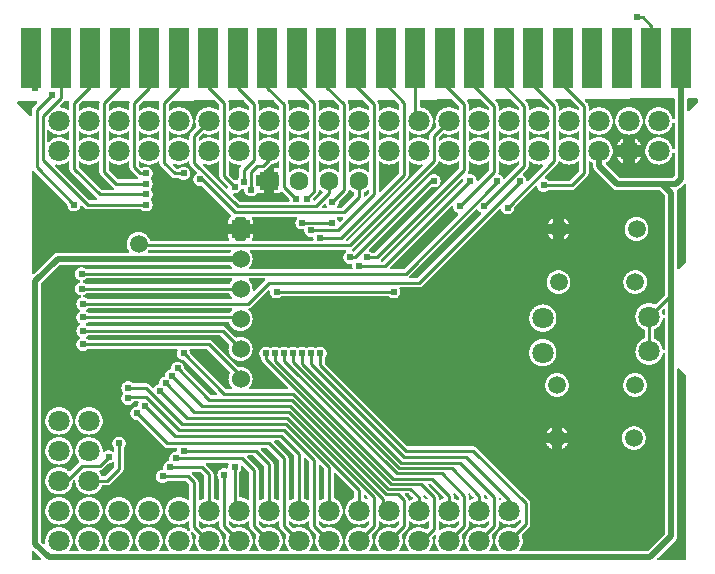
<source format=gtl>
G04 Layer: TopLayer*
G04 EasyEDA v6.2.46, 2019-11-25T11:18:34--3:00*
G04 6be03af1206c45e6bdd76e27ce0583d0,8049b4892286493b98247746b8e7bc66,10*
G04 Gerber Generator version 0.2*
G04 Scale: 100 percent, Rotated: No, Reflected: No *
G04 Dimensions in inches *
G04 leading zeros omitted , absolute positions ,2 integer and 4 decimal *
%FSLAX24Y24*%
%MOIN*%
G90*
G70D02*

%ADD10C,0.010000*%
%ADD11C,0.020000*%
%ADD12C,0.024000*%
%ADD13R,0.068900X0.200000*%
%ADD14C,0.070866*%
%ADD15R,0.062992X0.062992*%
%ADD16C,0.062992*%
%ADD17R,0.060000X0.060000*%
%ADD18C,0.060000*%
%ADD19C,0.059055*%

%LPD*%
G36*
G01X1815Y15408D02*
G01X1688Y15408D01*
G01X1681Y15407D01*
G01X1675Y15406D01*
G01X1670Y15403D01*
G01X1664Y15400D01*
G01X1659Y15396D01*
G01X1532Y15268D01*
G01X1527Y15263D01*
G01X1524Y15258D01*
G01X1520Y15246D01*
G01X1520Y15234D01*
G01X1522Y15228D01*
G01X1526Y15218D01*
G01X1530Y15213D01*
G01X1534Y15209D01*
G01X1544Y15203D01*
G01X1550Y15201D01*
G01X1555Y15200D01*
G01X1593Y15194D01*
G01X1612Y15190D01*
G01X1631Y15185D01*
G01X1667Y15173D01*
G01X1685Y15166D01*
G01X1702Y15158D01*
G01X1720Y15149D01*
G01X1736Y15139D01*
G01X1753Y15129D01*
G01X1769Y15118D01*
G01X1784Y15107D01*
G01X1789Y15103D01*
G01X1796Y15101D01*
G01X1802Y15099D01*
G01X1814Y15099D01*
G01X1820Y15100D01*
G01X1825Y15102D01*
G01X1835Y15108D01*
G01X1839Y15112D01*
G01X1845Y15122D01*
G01X1847Y15127D01*
G01X1848Y15133D01*
G01X1848Y15350D01*
G01X1849Y15364D01*
G01X1849Y15374D01*
G01X1848Y15379D01*
G01X1846Y15385D01*
G01X1843Y15390D01*
G01X1840Y15394D01*
G01X1836Y15398D01*
G01X1831Y15402D01*
G01X1826Y15405D01*
G01X1821Y15407D01*
G01X1815Y15408D01*
G37*

%LPD*%
G36*
G01X17555Y15474D02*
G01X17543Y15476D01*
G01X17085Y15474D01*
G01X17079Y15474D01*
G01X17074Y15472D01*
G01X17068Y15470D01*
G01X17063Y15468D01*
G01X17051Y15456D01*
G01X17049Y15451D01*
G01X17047Y15445D01*
G01X17046Y15440D01*
G01X17045Y15434D01*
G01X17047Y15422D01*
G01X17049Y15416D01*
G01X17053Y15410D01*
G01X17057Y15406D01*
G01X17106Y15356D01*
G01X17114Y15348D01*
G01X17122Y15338D01*
G01X17134Y15318D01*
G01X17139Y15307D01*
G01X17143Y15296D01*
G01X17146Y15285D01*
G01X17149Y15273D01*
G01X17151Y15249D01*
G01X17151Y15131D01*
G01X17152Y15125D01*
G01X17154Y15120D01*
G01X17160Y15110D01*
G01X17164Y15106D01*
G01X17174Y15100D01*
G01X17179Y15098D01*
G01X17185Y15097D01*
G01X17197Y15097D01*
G01X17204Y15099D01*
G01X17210Y15102D01*
G01X17215Y15105D01*
G01X17231Y15117D01*
G01X17246Y15128D01*
G01X17263Y15138D01*
G01X17279Y15148D01*
G01X17296Y15157D01*
G01X17313Y15165D01*
G01X17331Y15173D01*
G01X17367Y15185D01*
G01X17386Y15190D01*
G01X17404Y15195D01*
G01X17442Y15201D01*
G01X17461Y15203D01*
G01X17480Y15204D01*
G01X17500Y15205D01*
G01X17538Y15203D01*
G01X17557Y15201D01*
G01X17595Y15195D01*
G01X17613Y15190D01*
G01X17632Y15185D01*
G01X17668Y15173D01*
G01X17686Y15165D01*
G01X17703Y15157D01*
G01X17720Y15148D01*
G01X17736Y15138D01*
G01X17753Y15128D01*
G01X17768Y15117D01*
G01X17784Y15105D01*
G01X17789Y15102D01*
G01X17795Y15099D01*
G01X17802Y15097D01*
G01X17814Y15097D01*
G01X17820Y15098D01*
G01X17825Y15100D01*
G01X17835Y15106D01*
G01X17839Y15110D01*
G01X17845Y15120D01*
G01X17847Y15125D01*
G01X17848Y15131D01*
G01X17848Y15177D01*
G01X17847Y15183D01*
G01X17844Y15189D01*
G01X17841Y15194D01*
G01X17837Y15199D01*
G01X17571Y15464D01*
G01X17561Y15472D01*
G01X17555Y15474D01*
G37*

%LPD*%
G36*
G01X11625Y15450D02*
G01X11618Y15450D01*
G01X11156Y15448D01*
G01X11151Y15448D01*
G01X11145Y15447D01*
G01X11140Y15445D01*
G01X11130Y15439D01*
G01X11126Y15435D01*
G01X11120Y15425D01*
G01X11118Y15420D01*
G01X11116Y15408D01*
G01X11118Y15396D01*
G01X11120Y15391D01*
G01X11124Y15386D01*
G01X11130Y15376D01*
G01X11135Y15366D01*
G01X11140Y15355D01*
G01X11144Y15345D01*
G01X11147Y15334D01*
G01X11149Y15322D01*
G01X11151Y15300D01*
G01X11151Y15127D01*
G01X11152Y15122D01*
G01X11154Y15116D01*
G01X11157Y15111D01*
G01X11160Y15107D01*
G01X11164Y15103D01*
G01X11169Y15099D01*
G01X11179Y15095D01*
G01X11185Y15093D01*
G01X11190Y15093D01*
G01X11204Y15095D01*
G01X11210Y15098D01*
G01X11216Y15102D01*
G01X11231Y15114D01*
G01X11247Y15125D01*
G01X11263Y15135D01*
G01X11280Y15145D01*
G01X11297Y15154D01*
G01X11314Y15162D01*
G01X11332Y15170D01*
G01X11350Y15177D01*
G01X11368Y15183D01*
G01X11406Y15193D01*
G01X11444Y15199D01*
G01X11463Y15201D01*
G01X11482Y15202D01*
G01X11502Y15203D01*
G01X11542Y15201D01*
G01X11562Y15199D01*
G01X11582Y15196D01*
G01X11602Y15192D01*
G01X11622Y15187D01*
G01X11641Y15181D01*
G01X11679Y15167D01*
G01X11698Y15158D01*
G01X11716Y15149D01*
G01X11734Y15139D01*
G01X11751Y15129D01*
G01X11768Y15117D01*
G01X11784Y15105D01*
G01X11789Y15101D01*
G01X11795Y15098D01*
G01X11809Y15096D01*
G01X11814Y15097D01*
G01X11820Y15098D01*
G01X11825Y15100D01*
G01X11835Y15106D01*
G01X11839Y15110D01*
G01X11845Y15120D01*
G01X11847Y15125D01*
G01X11848Y15131D01*
G01X11848Y15227D01*
G01X11847Y15233D01*
G01X11844Y15239D01*
G01X11841Y15244D01*
G01X11837Y15249D01*
G01X11647Y15439D01*
G01X11642Y15443D01*
G01X11637Y15446D01*
G01X11625Y15450D01*
G37*

%LPD*%
G36*
G01X15558Y15467D02*
G01X15551Y15467D01*
G01X15143Y15466D01*
G01X15137Y15465D01*
G01X15132Y15464D01*
G01X15126Y15462D01*
G01X15121Y15459D01*
G01X15117Y15456D01*
G01X15113Y15452D01*
G01X15109Y15447D01*
G01X15105Y15437D01*
G01X15103Y15431D01*
G01X15103Y15420D01*
G01X15105Y15414D01*
G01X15109Y15404D01*
G01X15113Y15399D01*
G01X15121Y15390D01*
G01X15127Y15380D01*
G01X15139Y15358D01*
G01X15143Y15347D01*
G01X15146Y15335D01*
G01X15149Y15324D01*
G01X15150Y15312D01*
G01X15151Y15299D01*
G01X15151Y15127D01*
G01X15152Y15122D01*
G01X15154Y15116D01*
G01X15157Y15111D01*
G01X15160Y15107D01*
G01X15164Y15103D01*
G01X15169Y15099D01*
G01X15179Y15095D01*
G01X15185Y15093D01*
G01X15190Y15093D01*
G01X15204Y15095D01*
G01X15210Y15098D01*
G01X15216Y15102D01*
G01X15231Y15114D01*
G01X15247Y15125D01*
G01X15263Y15135D01*
G01X15280Y15145D01*
G01X15297Y15154D01*
G01X15314Y15162D01*
G01X15332Y15170D01*
G01X15350Y15177D01*
G01X15368Y15183D01*
G01X15406Y15193D01*
G01X15444Y15199D01*
G01X15463Y15201D01*
G01X15482Y15202D01*
G01X15502Y15203D01*
G01X15542Y15201D01*
G01X15562Y15199D01*
G01X15582Y15196D01*
G01X15602Y15192D01*
G01X15622Y15187D01*
G01X15641Y15181D01*
G01X15679Y15167D01*
G01X15698Y15158D01*
G01X15716Y15149D01*
G01X15734Y15139D01*
G01X15751Y15129D01*
G01X15768Y15117D01*
G01X15784Y15105D01*
G01X15789Y15101D01*
G01X15795Y15098D01*
G01X15809Y15096D01*
G01X15814Y15097D01*
G01X15820Y15098D01*
G01X15825Y15100D01*
G01X15835Y15106D01*
G01X15839Y15110D01*
G01X15845Y15120D01*
G01X15847Y15125D01*
G01X15848Y15131D01*
G01X15848Y15177D01*
G01X15847Y15183D01*
G01X15844Y15189D01*
G01X15841Y15194D01*
G01X15837Y15199D01*
G01X15580Y15456D01*
G01X15575Y15460D01*
G01X15570Y15463D01*
G01X15558Y15467D01*
G37*

%LPD*%
G36*
G01X3815Y15417D02*
G01X3814Y15417D01*
G01X3297Y15415D01*
G01X3290Y15414D01*
G01X3284Y15413D01*
G01X3278Y15410D01*
G01X3273Y15407D01*
G01X3268Y15403D01*
G01X3162Y15297D01*
G01X3158Y15292D01*
G01X3155Y15287D01*
G01X3152Y15281D01*
G01X3151Y15275D01*
G01X3151Y15127D01*
G01X3152Y15122D01*
G01X3154Y15116D01*
G01X3157Y15111D01*
G01X3160Y15107D01*
G01X3164Y15103D01*
G01X3169Y15099D01*
G01X3179Y15095D01*
G01X3185Y15093D01*
G01X3190Y15093D01*
G01X3204Y15095D01*
G01X3210Y15098D01*
G01X3216Y15102D01*
G01X3231Y15114D01*
G01X3247Y15125D01*
G01X3263Y15135D01*
G01X3280Y15145D01*
G01X3297Y15154D01*
G01X3314Y15162D01*
G01X3332Y15170D01*
G01X3350Y15177D01*
G01X3368Y15183D01*
G01X3406Y15193D01*
G01X3444Y15199D01*
G01X3463Y15201D01*
G01X3482Y15202D01*
G01X3502Y15203D01*
G01X3542Y15201D01*
G01X3562Y15199D01*
G01X3582Y15196D01*
G01X3602Y15192D01*
G01X3622Y15187D01*
G01X3641Y15181D01*
G01X3679Y15167D01*
G01X3698Y15158D01*
G01X3716Y15149D01*
G01X3734Y15139D01*
G01X3751Y15129D01*
G01X3768Y15117D01*
G01X3784Y15105D01*
G01X3789Y15101D01*
G01X3795Y15098D01*
G01X3809Y15096D01*
G01X3814Y15097D01*
G01X3820Y15098D01*
G01X3825Y15100D01*
G01X3835Y15106D01*
G01X3839Y15110D01*
G01X3845Y15120D01*
G01X3847Y15125D01*
G01X3848Y15131D01*
G01X3848Y15329D01*
G01X3849Y15342D01*
G01X3851Y15354D01*
G01X3853Y15367D01*
G01X3855Y15377D01*
G01X3854Y15382D01*
G01X3853Y15388D01*
G01X3851Y15393D01*
G01X3845Y15403D01*
G01X3841Y15407D01*
G01X3831Y15413D01*
G01X3826Y15415D01*
G01X3820Y15416D01*
G01X3815Y15417D01*
G37*

%LPD*%
G36*
G01X18545Y15480D02*
G01X18538Y15480D01*
G01X18081Y15478D01*
G01X18075Y15478D01*
G01X18069Y15477D01*
G01X18064Y15475D01*
G01X18059Y15472D01*
G01X18047Y15460D01*
G01X18044Y15455D01*
G01X18042Y15450D01*
G01X18041Y15444D01*
G01X18041Y15432D01*
G01X18045Y15420D01*
G01X18048Y15415D01*
G01X18053Y15410D01*
G01X18106Y15356D01*
G01X18114Y15348D01*
G01X18122Y15338D01*
G01X18134Y15318D01*
G01X18139Y15307D01*
G01X18143Y15296D01*
G01X18146Y15285D01*
G01X18149Y15273D01*
G01X18151Y15249D01*
G01X18151Y15127D01*
G01X18152Y15122D01*
G01X18154Y15116D01*
G01X18157Y15111D01*
G01X18160Y15107D01*
G01X18164Y15103D01*
G01X18169Y15099D01*
G01X18179Y15095D01*
G01X18185Y15093D01*
G01X18190Y15093D01*
G01X18204Y15095D01*
G01X18210Y15098D01*
G01X18216Y15102D01*
G01X18231Y15114D01*
G01X18247Y15125D01*
G01X18263Y15135D01*
G01X18280Y15145D01*
G01X18297Y15154D01*
G01X18314Y15162D01*
G01X18332Y15170D01*
G01X18350Y15177D01*
G01X18368Y15183D01*
G01X18406Y15193D01*
G01X18444Y15199D01*
G01X18463Y15201D01*
G01X18482Y15202D01*
G01X18502Y15203D01*
G01X18542Y15201D01*
G01X18562Y15199D01*
G01X18582Y15196D01*
G01X18602Y15192D01*
G01X18622Y15187D01*
G01X18641Y15181D01*
G01X18679Y15167D01*
G01X18698Y15158D01*
G01X18716Y15149D01*
G01X18734Y15139D01*
G01X18751Y15129D01*
G01X18768Y15117D01*
G01X18784Y15105D01*
G01X18789Y15101D01*
G01X18795Y15098D01*
G01X18809Y15096D01*
G01X18814Y15097D01*
G01X18820Y15098D01*
G01X18825Y15100D01*
G01X18835Y15106D01*
G01X18839Y15110D01*
G01X18845Y15120D01*
G01X18847Y15125D01*
G01X18848Y15131D01*
G01X18848Y15177D01*
G01X18847Y15183D01*
G01X18844Y15189D01*
G01X18841Y15194D01*
G01X18837Y15199D01*
G01X18567Y15469D01*
G01X18562Y15473D01*
G01X18557Y15476D01*
G01X18545Y15480D01*
G37*

%LPD*%
G36*
G01X16553Y15471D02*
G01X16547Y15472D01*
G01X16089Y15470D01*
G01X16084Y15469D01*
G01X16078Y15468D01*
G01X16073Y15466D01*
G01X16063Y15460D01*
G01X16059Y15456D01*
G01X16053Y15446D01*
G01X16051Y15441D01*
G01X16050Y15435D01*
G01X16049Y15430D01*
G01X16050Y15423D01*
G01X16051Y15417D01*
G01X16054Y15412D01*
G01X16057Y15406D01*
G01X16061Y15401D01*
G01X16114Y15348D01*
G01X16122Y15338D01*
G01X16134Y15318D01*
G01X16139Y15307D01*
G01X16143Y15296D01*
G01X16146Y15285D01*
G01X16149Y15273D01*
G01X16151Y15249D01*
G01X16151Y15127D01*
G01X16152Y15122D01*
G01X16154Y15116D01*
G01X16157Y15111D01*
G01X16160Y15107D01*
G01X16164Y15103D01*
G01X16169Y15099D01*
G01X16179Y15095D01*
G01X16185Y15093D01*
G01X16190Y15093D01*
G01X16204Y15095D01*
G01X16210Y15098D01*
G01X16216Y15102D01*
G01X16231Y15114D01*
G01X16247Y15125D01*
G01X16263Y15135D01*
G01X16280Y15145D01*
G01X16297Y15154D01*
G01X16314Y15162D01*
G01X16332Y15170D01*
G01X16350Y15177D01*
G01X16368Y15183D01*
G01X16406Y15193D01*
G01X16444Y15199D01*
G01X16463Y15201D01*
G01X16482Y15202D01*
G01X16502Y15203D01*
G01X16542Y15201D01*
G01X16562Y15199D01*
G01X16582Y15196D01*
G01X16602Y15192D01*
G01X16622Y15187D01*
G01X16641Y15181D01*
G01X16679Y15167D01*
G01X16698Y15158D01*
G01X16716Y15149D01*
G01X16734Y15139D01*
G01X16751Y15129D01*
G01X16768Y15117D01*
G01X16784Y15105D01*
G01X16789Y15101D01*
G01X16795Y15098D01*
G01X16809Y15096D01*
G01X16814Y15097D01*
G01X16820Y15098D01*
G01X16825Y15100D01*
G01X16835Y15106D01*
G01X16839Y15110D01*
G01X16845Y15120D01*
G01X16847Y15125D01*
G01X16848Y15131D01*
G01X16848Y15177D01*
G01X16847Y15183D01*
G01X16844Y15189D01*
G01X16841Y15194D01*
G01X16837Y15199D01*
G01X16575Y15460D01*
G01X16571Y15464D01*
G01X16565Y15467D01*
G01X16560Y15470D01*
G01X16553Y15471D01*
G37*

%LPD*%
G36*
G01X4817Y15421D02*
G01X4811Y15421D01*
G01X4320Y15419D01*
G01X4313Y15418D01*
G01X4307Y15417D01*
G01X4301Y15415D01*
G01X4291Y15407D01*
G01X4162Y15278D01*
G01X4158Y15273D01*
G01X4155Y15268D01*
G01X4152Y15262D01*
G01X4151Y15256D01*
G01X4151Y15127D01*
G01X4152Y15122D01*
G01X4154Y15116D01*
G01X4157Y15111D01*
G01X4160Y15107D01*
G01X4164Y15103D01*
G01X4169Y15099D01*
G01X4179Y15095D01*
G01X4185Y15093D01*
G01X4190Y15093D01*
G01X4204Y15095D01*
G01X4210Y15098D01*
G01X4216Y15102D01*
G01X4231Y15114D01*
G01X4247Y15125D01*
G01X4263Y15135D01*
G01X4280Y15145D01*
G01X4297Y15154D01*
G01X4314Y15162D01*
G01X4332Y15170D01*
G01X4350Y15177D01*
G01X4368Y15183D01*
G01X4406Y15193D01*
G01X4444Y15199D01*
G01X4463Y15201D01*
G01X4482Y15202D01*
G01X4502Y15203D01*
G01X4542Y15201D01*
G01X4562Y15199D01*
G01X4582Y15196D01*
G01X4602Y15192D01*
G01X4622Y15187D01*
G01X4641Y15181D01*
G01X4679Y15167D01*
G01X4698Y15158D01*
G01X4716Y15149D01*
G01X4734Y15139D01*
G01X4751Y15129D01*
G01X4768Y15117D01*
G01X4784Y15105D01*
G01X4789Y15101D01*
G01X4795Y15098D01*
G01X4809Y15096D01*
G01X4814Y15097D01*
G01X4820Y15098D01*
G01X4825Y15100D01*
G01X4835Y15106D01*
G01X4839Y15110D01*
G01X4845Y15120D01*
G01X4847Y15125D01*
G01X4848Y15131D01*
G01X4848Y15350D01*
G01X4849Y15362D01*
G01X4851Y15374D01*
G01X4851Y15387D01*
G01X4850Y15392D01*
G01X4848Y15398D01*
G01X4845Y15403D01*
G01X4833Y15415D01*
G01X4828Y15417D01*
G01X4822Y15419D01*
G01X4817Y15421D01*
G37*

%LPD*%
G36*
G01X10629Y15446D02*
G01X10623Y15446D01*
G01X10182Y15444D01*
G01X10177Y15444D01*
G01X10171Y15443D01*
G01X10166Y15441D01*
G01X10161Y15438D01*
G01X10156Y15434D01*
G01X10152Y15430D01*
G01X10149Y15426D01*
G01X10146Y15421D01*
G01X10144Y15415D01*
G01X10143Y15410D01*
G01X10142Y15404D01*
G01X10143Y15398D01*
G01X10144Y15393D01*
G01X10148Y15379D01*
G01X10150Y15364D01*
G01X10151Y15349D01*
G01X10151Y15127D01*
G01X10152Y15122D01*
G01X10154Y15116D01*
G01X10157Y15111D01*
G01X10160Y15107D01*
G01X10164Y15103D01*
G01X10169Y15099D01*
G01X10179Y15095D01*
G01X10185Y15093D01*
G01X10190Y15093D01*
G01X10204Y15095D01*
G01X10210Y15098D01*
G01X10216Y15102D01*
G01X10231Y15114D01*
G01X10247Y15125D01*
G01X10263Y15135D01*
G01X10280Y15145D01*
G01X10297Y15154D01*
G01X10314Y15162D01*
G01X10332Y15170D01*
G01X10350Y15177D01*
G01X10368Y15183D01*
G01X10406Y15193D01*
G01X10444Y15199D01*
G01X10463Y15201D01*
G01X10482Y15202D01*
G01X10502Y15203D01*
G01X10542Y15201D01*
G01X10562Y15199D01*
G01X10582Y15196D01*
G01X10602Y15192D01*
G01X10622Y15187D01*
G01X10641Y15181D01*
G01X10679Y15167D01*
G01X10698Y15158D01*
G01X10716Y15149D01*
G01X10734Y15139D01*
G01X10751Y15129D01*
G01X10768Y15117D01*
G01X10784Y15105D01*
G01X10789Y15101D01*
G01X10795Y15098D01*
G01X10809Y15096D01*
G01X10814Y15097D01*
G01X10820Y15098D01*
G01X10825Y15100D01*
G01X10835Y15106D01*
G01X10839Y15110D01*
G01X10845Y15120D01*
G01X10847Y15125D01*
G01X10848Y15131D01*
G01X10848Y15227D01*
G01X10847Y15233D01*
G01X10844Y15239D01*
G01X10841Y15244D01*
G01X10837Y15249D01*
G01X10651Y15434D01*
G01X10646Y15439D01*
G01X10641Y15442D01*
G01X10629Y15446D01*
G37*

%LPD*%
G36*
G01X9683Y15442D02*
G01X9677Y15442D01*
G01X9162Y15440D01*
G01X9156Y15439D01*
G01X9151Y15438D01*
G01X9145Y15436D01*
G01X9140Y15433D01*
G01X9136Y15430D01*
G01X9132Y15426D01*
G01X9128Y15421D01*
G01X9122Y15406D01*
G01X9122Y15400D01*
G01X9123Y15393D01*
G01X9125Y15385D01*
G01X9128Y15379D01*
G01X9134Y15368D01*
G01X9139Y15358D01*
G01X9143Y15346D01*
G01X9146Y15335D01*
G01X9149Y15323D01*
G01X9150Y15311D01*
G01X9151Y15300D01*
G01X9151Y15127D01*
G01X9152Y15122D01*
G01X9154Y15116D01*
G01X9157Y15111D01*
G01X9160Y15107D01*
G01X9164Y15103D01*
G01X9169Y15099D01*
G01X9179Y15095D01*
G01X9185Y15093D01*
G01X9190Y15093D01*
G01X9204Y15095D01*
G01X9210Y15098D01*
G01X9216Y15102D01*
G01X9231Y15114D01*
G01X9247Y15125D01*
G01X9263Y15135D01*
G01X9280Y15145D01*
G01X9297Y15154D01*
G01X9314Y15162D01*
G01X9332Y15170D01*
G01X9350Y15177D01*
G01X9368Y15183D01*
G01X9406Y15193D01*
G01X9444Y15199D01*
G01X9463Y15201D01*
G01X9482Y15202D01*
G01X9502Y15203D01*
G01X9542Y15201D01*
G01X9562Y15199D01*
G01X9582Y15196D01*
G01X9602Y15192D01*
G01X9622Y15187D01*
G01X9641Y15181D01*
G01X9679Y15167D01*
G01X9698Y15158D01*
G01X9716Y15149D01*
G01X9734Y15139D01*
G01X9751Y15129D01*
G01X9768Y15117D01*
G01X9784Y15105D01*
G01X9789Y15101D01*
G01X9795Y15098D01*
G01X9809Y15096D01*
G01X9814Y15097D01*
G01X9820Y15098D01*
G01X9825Y15100D01*
G01X9835Y15106D01*
G01X9839Y15110D01*
G01X9845Y15120D01*
G01X9847Y15125D01*
G01X9848Y15131D01*
G01X9848Y15277D01*
G01X9847Y15283D01*
G01X9844Y15289D01*
G01X9841Y15294D01*
G01X9837Y15299D01*
G01X9705Y15430D01*
G01X9695Y15438D01*
G01X9683Y15442D01*
G37*

%LPD*%
G36*
G01X2816Y15412D02*
G01X2810Y15412D01*
G01X2290Y15410D01*
G01X2284Y15410D01*
G01X2272Y15406D01*
G01X2267Y15403D01*
G01X2262Y15399D01*
G01X2162Y15299D01*
G01X2158Y15294D01*
G01X2155Y15289D01*
G01X2152Y15283D01*
G01X2151Y15277D01*
G01X2151Y15127D01*
G01X2152Y15122D01*
G01X2154Y15116D01*
G01X2157Y15111D01*
G01X2160Y15107D01*
G01X2164Y15103D01*
G01X2169Y15099D01*
G01X2179Y15095D01*
G01X2185Y15093D01*
G01X2190Y15093D01*
G01X2204Y15095D01*
G01X2210Y15098D01*
G01X2216Y15102D01*
G01X2231Y15114D01*
G01X2247Y15125D01*
G01X2263Y15135D01*
G01X2280Y15145D01*
G01X2297Y15154D01*
G01X2314Y15162D01*
G01X2332Y15170D01*
G01X2350Y15177D01*
G01X2368Y15183D01*
G01X2406Y15193D01*
G01X2444Y15199D01*
G01X2463Y15201D01*
G01X2482Y15202D01*
G01X2502Y15203D01*
G01X2542Y15201D01*
G01X2562Y15199D01*
G01X2582Y15196D01*
G01X2602Y15192D01*
G01X2622Y15187D01*
G01X2641Y15181D01*
G01X2679Y15167D01*
G01X2698Y15158D01*
G01X2716Y15149D01*
G01X2734Y15139D01*
G01X2751Y15129D01*
G01X2768Y15117D01*
G01X2784Y15105D01*
G01X2789Y15101D01*
G01X2795Y15098D01*
G01X2809Y15096D01*
G01X2814Y15097D01*
G01X2820Y15098D01*
G01X2825Y15100D01*
G01X2835Y15106D01*
G01X2839Y15110D01*
G01X2845Y15120D01*
G01X2847Y15125D01*
G01X2848Y15131D01*
G01X2848Y15348D01*
G01X2850Y15367D01*
G01X2850Y15378D01*
G01X2849Y15384D01*
G01X2847Y15389D01*
G01X2844Y15394D01*
G01X2840Y15399D01*
G01X2836Y15403D01*
G01X2832Y15406D01*
G01X2827Y15409D01*
G01X2821Y15411D01*
G01X2816Y15412D01*
G37*

%LPD*%
G36*
G01X12676Y15453D02*
G01X12664Y15455D01*
G01X12153Y15453D01*
G01X12147Y15452D01*
G01X12142Y15451D01*
G01X12137Y15449D01*
G01X12127Y15443D01*
G01X12123Y15439D01*
G01X12117Y15429D01*
G01X12115Y15424D01*
G01X12114Y15418D01*
G01X12113Y15413D01*
G01X12114Y15406D01*
G01X12115Y15400D01*
G01X12118Y15394D01*
G01X12121Y15389D01*
G01X12128Y15379D01*
G01X12134Y15369D01*
G01X12139Y15358D01*
G01X12143Y15347D01*
G01X12149Y15323D01*
G01X12151Y15299D01*
G01X12151Y15127D01*
G01X12152Y15122D01*
G01X12154Y15116D01*
G01X12157Y15111D01*
G01X12160Y15107D01*
G01X12164Y15103D01*
G01X12169Y15099D01*
G01X12179Y15095D01*
G01X12185Y15093D01*
G01X12190Y15093D01*
G01X12204Y15095D01*
G01X12210Y15098D01*
G01X12216Y15102D01*
G01X12231Y15114D01*
G01X12247Y15125D01*
G01X12263Y15135D01*
G01X12280Y15145D01*
G01X12297Y15154D01*
G01X12314Y15162D01*
G01X12332Y15170D01*
G01X12350Y15177D01*
G01X12368Y15183D01*
G01X12406Y15193D01*
G01X12444Y15199D01*
G01X12463Y15201D01*
G01X12482Y15202D01*
G01X12502Y15203D01*
G01X12542Y15201D01*
G01X12562Y15199D01*
G01X12582Y15196D01*
G01X12602Y15192D01*
G01X12622Y15187D01*
G01X12641Y15181D01*
G01X12679Y15167D01*
G01X12698Y15158D01*
G01X12716Y15149D01*
G01X12734Y15139D01*
G01X12751Y15129D01*
G01X12768Y15117D01*
G01X12784Y15105D01*
G01X12789Y15101D01*
G01X12795Y15098D01*
G01X12809Y15096D01*
G01X12814Y15097D01*
G01X12820Y15098D01*
G01X12825Y15100D01*
G01X12835Y15106D01*
G01X12839Y15110D01*
G01X12845Y15120D01*
G01X12847Y15125D01*
G01X12848Y15131D01*
G01X12848Y15277D01*
G01X12847Y15283D01*
G01X12844Y15289D01*
G01X12841Y15294D01*
G01X12837Y15299D01*
G01X12692Y15443D01*
G01X12682Y15451D01*
G01X12676Y15453D01*
G37*

%LPD*%
G36*
G01X8638Y15437D02*
G01X8631Y15438D01*
G01X8164Y15436D01*
G01X8159Y15435D01*
G01X8153Y15434D01*
G01X8148Y15432D01*
G01X8138Y15426D01*
G01X8134Y15422D01*
G01X8128Y15412D01*
G01X8126Y15407D01*
G01X8125Y15401D01*
G01X8125Y15389D01*
G01X8127Y15382D01*
G01X8130Y15375D01*
G01X8140Y15355D01*
G01X8144Y15344D01*
G01X8147Y15333D01*
G01X8149Y15322D01*
G01X8151Y15300D01*
G01X8151Y15127D01*
G01X8152Y15122D01*
G01X8154Y15116D01*
G01X8157Y15111D01*
G01X8160Y15107D01*
G01X8164Y15103D01*
G01X8169Y15099D01*
G01X8179Y15095D01*
G01X8185Y15093D01*
G01X8190Y15093D01*
G01X8204Y15095D01*
G01X8210Y15098D01*
G01X8216Y15102D01*
G01X8231Y15114D01*
G01X8247Y15125D01*
G01X8263Y15135D01*
G01X8280Y15145D01*
G01X8297Y15154D01*
G01X8314Y15162D01*
G01X8332Y15170D01*
G01X8350Y15177D01*
G01X8368Y15183D01*
G01X8406Y15193D01*
G01X8444Y15199D01*
G01X8463Y15201D01*
G01X8482Y15202D01*
G01X8502Y15203D01*
G01X8542Y15201D01*
G01X8562Y15199D01*
G01X8582Y15196D01*
G01X8602Y15192D01*
G01X8622Y15187D01*
G01X8641Y15181D01*
G01X8679Y15167D01*
G01X8698Y15158D01*
G01X8716Y15149D01*
G01X8734Y15139D01*
G01X8751Y15129D01*
G01X8768Y15117D01*
G01X8784Y15105D01*
G01X8789Y15101D01*
G01X8795Y15098D01*
G01X8809Y15096D01*
G01X8814Y15097D01*
G01X8820Y15098D01*
G01X8825Y15100D01*
G01X8835Y15106D01*
G01X8839Y15110D01*
G01X8845Y15120D01*
G01X8847Y15125D01*
G01X8848Y15131D01*
G01X8848Y15227D01*
G01X8847Y15233D01*
G01X8844Y15239D01*
G01X8841Y15244D01*
G01X8837Y15249D01*
G01X8660Y15426D01*
G01X8655Y15430D01*
G01X8649Y15433D01*
G01X8644Y15436D01*
G01X8638Y15437D01*
G37*

%LPD*%
G36*
G01X7642Y15433D02*
G01X7635Y15433D01*
G01X7186Y15431D01*
G01X7180Y15431D01*
G01X7174Y15430D01*
G01X7169Y15428D01*
G01X7164Y15425D01*
G01X7160Y15422D01*
G01X7156Y15417D01*
G01X7152Y15413D01*
G01X7149Y15408D01*
G01X7147Y15403D01*
G01X7146Y15397D01*
G01X7146Y15391D01*
G01X7147Y15383D01*
G01X7149Y15372D01*
G01X7150Y15361D01*
G01X7151Y15349D01*
G01X7151Y15127D01*
G01X7152Y15122D01*
G01X7154Y15116D01*
G01X7157Y15111D01*
G01X7160Y15107D01*
G01X7164Y15103D01*
G01X7169Y15099D01*
G01X7179Y15095D01*
G01X7185Y15093D01*
G01X7190Y15093D01*
G01X7204Y15095D01*
G01X7210Y15098D01*
G01X7216Y15102D01*
G01X7231Y15114D01*
G01X7247Y15125D01*
G01X7263Y15135D01*
G01X7280Y15145D01*
G01X7297Y15154D01*
G01X7314Y15162D01*
G01X7332Y15170D01*
G01X7350Y15177D01*
G01X7368Y15183D01*
G01X7406Y15193D01*
G01X7444Y15199D01*
G01X7463Y15201D01*
G01X7482Y15202D01*
G01X7502Y15203D01*
G01X7542Y15201D01*
G01X7562Y15199D01*
G01X7582Y15196D01*
G01X7602Y15192D01*
G01X7622Y15187D01*
G01X7641Y15181D01*
G01X7679Y15167D01*
G01X7698Y15158D01*
G01X7716Y15149D01*
G01X7734Y15139D01*
G01X7751Y15129D01*
G01X7768Y15117D01*
G01X7784Y15105D01*
G01X7789Y15101D01*
G01X7795Y15098D01*
G01X7809Y15096D01*
G01X7814Y15097D01*
G01X7820Y15098D01*
G01X7825Y15100D01*
G01X7835Y15106D01*
G01X7839Y15110D01*
G01X7845Y15120D01*
G01X7847Y15125D01*
G01X7848Y15131D01*
G01X7848Y15227D01*
G01X7847Y15233D01*
G01X7844Y15239D01*
G01X7841Y15244D01*
G01X7837Y15249D01*
G01X7664Y15422D01*
G01X7659Y15426D01*
G01X7654Y15429D01*
G01X7642Y15433D01*
G37*

%LPD*%
G36*
G01X22764Y15498D02*
G01X22758Y15498D01*
G01X22467Y15497D01*
G01X22462Y15497D01*
G01X22456Y15496D01*
G01X22451Y15494D01*
G01X22446Y15491D01*
G01X22441Y15487D01*
G01X22437Y15483D01*
G01X22434Y15479D01*
G01X22431Y15474D01*
G01X22429Y15468D01*
G01X22428Y15463D01*
G01X22427Y15457D01*
G01X22427Y15117D01*
G01X22428Y15111D01*
G01X22429Y15106D01*
G01X22431Y15100D01*
G01X22434Y15095D01*
G01X22437Y15091D01*
G01X22441Y15087D01*
G01X22446Y15083D01*
G01X22456Y15079D01*
G01X22462Y15077D01*
G01X22474Y15077D01*
G01X22486Y15081D01*
G01X22496Y15089D01*
G01X22791Y15384D01*
G01X22797Y15396D01*
G01X22798Y15402D01*
G01X22798Y15464D01*
G01X22797Y15470D01*
G01X22795Y15475D01*
G01X22789Y15485D01*
G01X22785Y15489D01*
G01X22775Y15495D01*
G01X22770Y15497D01*
G01X22764Y15498D01*
G37*

%LPD*%
G36*
G01X755Y15402D02*
G01X743Y15404D01*
G01X140Y15401D01*
G01X135Y15401D01*
G01X129Y15399D01*
G01X119Y15395D01*
G01X114Y15391D01*
G01X110Y15387D01*
G01X107Y15383D01*
G01X104Y15378D01*
G01X102Y15372D01*
G01X101Y15367D01*
G01X101Y15352D01*
G01X102Y15346D01*
G01X108Y15334D01*
G01X530Y14912D01*
G01X540Y14904D01*
G01X552Y14900D01*
G01X564Y14900D01*
G01X570Y14902D01*
G01X580Y14906D01*
G01X585Y14910D01*
G01X589Y14914D01*
G01X592Y14918D01*
G01X595Y14923D01*
G01X597Y14929D01*
G01X598Y14934D01*
G01X598Y15100D01*
G01X599Y15111D01*
G01X600Y15123D01*
G01X603Y15135D01*
G01X606Y15146D01*
G01X610Y15157D01*
G01X615Y15168D01*
G01X627Y15188D01*
G01X635Y15198D01*
G01X772Y15335D01*
G01X776Y15340D01*
G01X779Y15345D01*
G01X783Y15357D01*
G01X783Y15369D01*
G01X782Y15375D01*
G01X780Y15380D01*
G01X774Y15390D01*
G01X770Y15394D01*
G01X760Y15400D01*
G01X755Y15402D01*
G37*

%LPD*%
G36*
G01X17197Y14402D02*
G01X17185Y14402D01*
G01X17179Y14401D01*
G01X17174Y14399D01*
G01X17164Y14393D01*
G01X17160Y14389D01*
G01X17154Y14379D01*
G01X17152Y14374D01*
G01X17151Y14368D01*
G01X17151Y14131D01*
G01X17152Y14125D01*
G01X17154Y14120D01*
G01X17160Y14110D01*
G01X17164Y14106D01*
G01X17174Y14100D01*
G01X17179Y14098D01*
G01X17185Y14097D01*
G01X17197Y14097D01*
G01X17204Y14099D01*
G01X17210Y14102D01*
G01X17215Y14105D01*
G01X17231Y14117D01*
G01X17246Y14128D01*
G01X17263Y14138D01*
G01X17279Y14148D01*
G01X17296Y14157D01*
G01X17313Y14165D01*
G01X17331Y14173D01*
G01X17367Y14185D01*
G01X17386Y14190D01*
G01X17404Y14195D01*
G01X17442Y14201D01*
G01X17461Y14203D01*
G01X17480Y14204D01*
G01X17500Y14205D01*
G01X17538Y14203D01*
G01X17557Y14201D01*
G01X17595Y14195D01*
G01X17613Y14190D01*
G01X17632Y14185D01*
G01X17668Y14173D01*
G01X17686Y14165D01*
G01X17703Y14157D01*
G01X17720Y14148D01*
G01X17736Y14138D01*
G01X17753Y14128D01*
G01X17768Y14117D01*
G01X17784Y14105D01*
G01X17789Y14102D01*
G01X17795Y14099D01*
G01X17802Y14097D01*
G01X17814Y14097D01*
G01X17820Y14098D01*
G01X17825Y14100D01*
G01X17835Y14106D01*
G01X17839Y14110D01*
G01X17845Y14120D01*
G01X17847Y14125D01*
G01X17848Y14131D01*
G01X17848Y14368D01*
G01X17847Y14374D01*
G01X17845Y14379D01*
G01X17839Y14389D01*
G01X17835Y14393D01*
G01X17825Y14399D01*
G01X17820Y14401D01*
G01X17814Y14402D01*
G01X17802Y14402D01*
G01X17795Y14400D01*
G01X17789Y14397D01*
G01X17784Y14394D01*
G01X17768Y14382D01*
G01X17753Y14371D01*
G01X17736Y14361D01*
G01X17720Y14351D01*
G01X17703Y14342D01*
G01X17686Y14334D01*
G01X17668Y14326D01*
G01X17632Y14314D01*
G01X17613Y14309D01*
G01X17595Y14304D01*
G01X17557Y14298D01*
G01X17538Y14296D01*
G01X17519Y14295D01*
G01X17499Y14294D01*
G01X17461Y14296D01*
G01X17442Y14298D01*
G01X17404Y14304D01*
G01X17386Y14309D01*
G01X17367Y14314D01*
G01X17331Y14326D01*
G01X17313Y14334D01*
G01X17296Y14342D01*
G01X17279Y14351D01*
G01X17263Y14361D01*
G01X17246Y14371D01*
G01X17231Y14382D01*
G01X17215Y14394D01*
G01X17210Y14397D01*
G01X17204Y14400D01*
G01X17197Y14402D01*
G37*

%LPD*%
G36*
G01X18190Y14402D02*
G01X18185Y14402D01*
G01X18179Y14400D01*
G01X18169Y14396D01*
G01X18164Y14392D01*
G01X18160Y14388D01*
G01X18157Y14384D01*
G01X18154Y14379D01*
G01X18152Y14373D01*
G01X18151Y14368D01*
G01X18151Y14131D01*
G01X18152Y14125D01*
G01X18154Y14120D01*
G01X18160Y14110D01*
G01X18164Y14106D01*
G01X18174Y14100D01*
G01X18179Y14098D01*
G01X18185Y14097D01*
G01X18197Y14097D01*
G01X18204Y14099D01*
G01X18210Y14102D01*
G01X18215Y14105D01*
G01X18231Y14117D01*
G01X18246Y14128D01*
G01X18263Y14138D01*
G01X18279Y14148D01*
G01X18296Y14157D01*
G01X18313Y14165D01*
G01X18331Y14173D01*
G01X18367Y14185D01*
G01X18386Y14190D01*
G01X18404Y14195D01*
G01X18442Y14201D01*
G01X18461Y14203D01*
G01X18480Y14204D01*
G01X18500Y14205D01*
G01X18538Y14203D01*
G01X18557Y14201D01*
G01X18595Y14195D01*
G01X18613Y14190D01*
G01X18632Y14185D01*
G01X18668Y14173D01*
G01X18686Y14165D01*
G01X18703Y14157D01*
G01X18720Y14148D01*
G01X18736Y14138D01*
G01X18753Y14128D01*
G01X18768Y14117D01*
G01X18784Y14105D01*
G01X18789Y14102D01*
G01X18795Y14099D01*
G01X18802Y14097D01*
G01X18814Y14097D01*
G01X18820Y14098D01*
G01X18825Y14100D01*
G01X18835Y14106D01*
G01X18839Y14110D01*
G01X18845Y14120D01*
G01X18847Y14125D01*
G01X18848Y14131D01*
G01X18848Y14364D01*
G01X18847Y14370D01*
G01X18845Y14375D01*
G01X18839Y14385D01*
G01X18835Y14389D01*
G01X18825Y14395D01*
G01X18820Y14397D01*
G01X18814Y14398D01*
G01X18809Y14399D01*
G01X18795Y14397D01*
G01X18789Y14394D01*
G01X18784Y14390D01*
G01X18768Y14378D01*
G01X18751Y14366D01*
G01X18734Y14356D01*
G01X18716Y14346D01*
G01X18698Y14337D01*
G01X18679Y14328D01*
G01X18641Y14314D01*
G01X18622Y14308D01*
G01X18602Y14303D01*
G01X18582Y14299D01*
G01X18562Y14296D01*
G01X18542Y14294D01*
G01X18502Y14292D01*
G01X18482Y14293D01*
G01X18463Y14294D01*
G01X18444Y14296D01*
G01X18406Y14302D01*
G01X18368Y14312D01*
G01X18350Y14318D01*
G01X18332Y14325D01*
G01X18314Y14333D01*
G01X18297Y14341D01*
G01X18280Y14350D01*
G01X18263Y14360D01*
G01X18247Y14370D01*
G01X18231Y14381D01*
G01X18216Y14393D01*
G01X18210Y14397D01*
G01X18204Y14400D01*
G01X18190Y14402D01*
G37*

%LPD*%
G36*
G01X12190Y14402D02*
G01X12185Y14402D01*
G01X12179Y14400D01*
G01X12169Y14396D01*
G01X12164Y14392D01*
G01X12160Y14388D01*
G01X12157Y14384D01*
G01X12154Y14379D01*
G01X12152Y14373D01*
G01X12151Y14368D01*
G01X12151Y14131D01*
G01X12152Y14125D01*
G01X12154Y14120D01*
G01X12160Y14110D01*
G01X12164Y14106D01*
G01X12174Y14100D01*
G01X12179Y14098D01*
G01X12185Y14097D01*
G01X12197Y14097D01*
G01X12204Y14099D01*
G01X12210Y14102D01*
G01X12215Y14105D01*
G01X12231Y14117D01*
G01X12246Y14128D01*
G01X12263Y14138D01*
G01X12279Y14148D01*
G01X12296Y14157D01*
G01X12313Y14165D01*
G01X12331Y14173D01*
G01X12367Y14185D01*
G01X12386Y14190D01*
G01X12404Y14195D01*
G01X12442Y14201D01*
G01X12461Y14203D01*
G01X12480Y14204D01*
G01X12500Y14205D01*
G01X12538Y14203D01*
G01X12557Y14201D01*
G01X12595Y14195D01*
G01X12613Y14190D01*
G01X12632Y14185D01*
G01X12668Y14173D01*
G01X12686Y14165D01*
G01X12703Y14157D01*
G01X12720Y14148D01*
G01X12736Y14138D01*
G01X12753Y14128D01*
G01X12768Y14117D01*
G01X12784Y14105D01*
G01X12789Y14102D01*
G01X12795Y14099D01*
G01X12802Y14097D01*
G01X12814Y14097D01*
G01X12820Y14098D01*
G01X12825Y14100D01*
G01X12835Y14106D01*
G01X12839Y14110D01*
G01X12845Y14120D01*
G01X12847Y14125D01*
G01X12848Y14131D01*
G01X12848Y14364D01*
G01X12847Y14370D01*
G01X12845Y14375D01*
G01X12839Y14385D01*
G01X12835Y14389D01*
G01X12825Y14395D01*
G01X12820Y14397D01*
G01X12814Y14398D01*
G01X12809Y14399D01*
G01X12795Y14397D01*
G01X12789Y14394D01*
G01X12784Y14390D01*
G01X12768Y14378D01*
G01X12751Y14366D01*
G01X12734Y14356D01*
G01X12716Y14346D01*
G01X12698Y14337D01*
G01X12679Y14328D01*
G01X12641Y14314D01*
G01X12622Y14308D01*
G01X12602Y14303D01*
G01X12582Y14299D01*
G01X12562Y14296D01*
G01X12542Y14294D01*
G01X12502Y14292D01*
G01X12482Y14293D01*
G01X12463Y14294D01*
G01X12444Y14296D01*
G01X12406Y14302D01*
G01X12368Y14312D01*
G01X12350Y14318D01*
G01X12332Y14325D01*
G01X12314Y14333D01*
G01X12297Y14341D01*
G01X12280Y14350D01*
G01X12263Y14360D01*
G01X12247Y14370D01*
G01X12231Y14381D01*
G01X12216Y14393D01*
G01X12210Y14397D01*
G01X12204Y14400D01*
G01X12190Y14402D01*
G37*

%LPD*%
G36*
G01X6814Y14398D02*
G01X6809Y14399D01*
G01X6795Y14397D01*
G01X6789Y14394D01*
G01X6784Y14390D01*
G01X6768Y14378D01*
G01X6751Y14366D01*
G01X6734Y14356D01*
G01X6716Y14346D01*
G01X6698Y14337D01*
G01X6679Y14328D01*
G01X6641Y14314D01*
G01X6622Y14308D01*
G01X6602Y14303D01*
G01X6582Y14299D01*
G01X6562Y14296D01*
G01X6542Y14294D01*
G01X6502Y14292D01*
G01X6462Y14294D01*
G01X6443Y14296D01*
G01X6423Y14299D01*
G01X6385Y14307D01*
G01X6347Y14319D01*
G01X6329Y14326D01*
G01X6321Y14329D01*
G01X6307Y14329D01*
G01X6295Y14325D01*
G01X6290Y14322D01*
G01X6285Y14318D01*
G01X6162Y14195D01*
G01X6158Y14190D01*
G01X6155Y14185D01*
G01X6152Y14179D01*
G01X6151Y14173D01*
G01X6151Y14127D01*
G01X6152Y14122D01*
G01X6154Y14116D01*
G01X6157Y14111D01*
G01X6160Y14107D01*
G01X6164Y14103D01*
G01X6169Y14099D01*
G01X6179Y14095D01*
G01X6185Y14093D01*
G01X6190Y14093D01*
G01X6204Y14095D01*
G01X6210Y14098D01*
G01X6216Y14102D01*
G01X6231Y14114D01*
G01X6247Y14125D01*
G01X6263Y14135D01*
G01X6280Y14145D01*
G01X6297Y14154D01*
G01X6314Y14162D01*
G01X6332Y14170D01*
G01X6350Y14177D01*
G01X6368Y14183D01*
G01X6406Y14193D01*
G01X6444Y14199D01*
G01X6463Y14201D01*
G01X6482Y14202D01*
G01X6502Y14203D01*
G01X6542Y14201D01*
G01X6562Y14199D01*
G01X6582Y14196D01*
G01X6602Y14192D01*
G01X6622Y14187D01*
G01X6641Y14181D01*
G01X6679Y14167D01*
G01X6698Y14158D01*
G01X6716Y14149D01*
G01X6734Y14139D01*
G01X6751Y14129D01*
G01X6768Y14117D01*
G01X6784Y14105D01*
G01X6789Y14101D01*
G01X6795Y14098D01*
G01X6809Y14096D01*
G01X6814Y14097D01*
G01X6820Y14098D01*
G01X6825Y14100D01*
G01X6835Y14106D01*
G01X6839Y14110D01*
G01X6845Y14120D01*
G01X6847Y14125D01*
G01X6848Y14131D01*
G01X6848Y14364D01*
G01X6847Y14370D01*
G01X6845Y14375D01*
G01X6839Y14385D01*
G01X6835Y14389D01*
G01X6825Y14395D01*
G01X6820Y14397D01*
G01X6814Y14398D01*
G37*

%LPD*%
G36*
G01X2190Y14402D02*
G01X2185Y14402D01*
G01X2179Y14400D01*
G01X2169Y14396D01*
G01X2164Y14392D01*
G01X2160Y14388D01*
G01X2157Y14384D01*
G01X2154Y14379D01*
G01X2152Y14373D01*
G01X2151Y14368D01*
G01X2151Y14127D01*
G01X2152Y14122D01*
G01X2154Y14116D01*
G01X2157Y14111D01*
G01X2160Y14107D01*
G01X2164Y14103D01*
G01X2169Y14099D01*
G01X2179Y14095D01*
G01X2185Y14093D01*
G01X2190Y14093D01*
G01X2204Y14095D01*
G01X2210Y14098D01*
G01X2216Y14102D01*
G01X2231Y14114D01*
G01X2247Y14125D01*
G01X2263Y14135D01*
G01X2280Y14145D01*
G01X2297Y14154D01*
G01X2314Y14162D01*
G01X2332Y14170D01*
G01X2350Y14177D01*
G01X2368Y14183D01*
G01X2406Y14193D01*
G01X2444Y14199D01*
G01X2463Y14201D01*
G01X2482Y14202D01*
G01X2502Y14203D01*
G01X2542Y14201D01*
G01X2562Y14199D01*
G01X2582Y14196D01*
G01X2602Y14192D01*
G01X2622Y14187D01*
G01X2641Y14181D01*
G01X2679Y14167D01*
G01X2698Y14158D01*
G01X2716Y14149D01*
G01X2734Y14139D01*
G01X2751Y14129D01*
G01X2768Y14117D01*
G01X2784Y14105D01*
G01X2789Y14101D01*
G01X2795Y14098D01*
G01X2809Y14096D01*
G01X2814Y14097D01*
G01X2820Y14098D01*
G01X2825Y14100D01*
G01X2835Y14106D01*
G01X2839Y14110D01*
G01X2845Y14120D01*
G01X2847Y14125D01*
G01X2848Y14131D01*
G01X2848Y14364D01*
G01X2847Y14370D01*
G01X2845Y14375D01*
G01X2839Y14385D01*
G01X2835Y14389D01*
G01X2825Y14395D01*
G01X2820Y14397D01*
G01X2814Y14398D01*
G01X2809Y14399D01*
G01X2795Y14397D01*
G01X2789Y14394D01*
G01X2784Y14390D01*
G01X2768Y14378D01*
G01X2751Y14366D01*
G01X2734Y14356D01*
G01X2716Y14346D01*
G01X2698Y14337D01*
G01X2679Y14328D01*
G01X2641Y14314D01*
G01X2622Y14308D01*
G01X2602Y14303D01*
G01X2582Y14299D01*
G01X2562Y14296D01*
G01X2542Y14294D01*
G01X2502Y14292D01*
G01X2482Y14293D01*
G01X2463Y14294D01*
G01X2444Y14296D01*
G01X2406Y14302D01*
G01X2368Y14312D01*
G01X2350Y14318D01*
G01X2332Y14325D01*
G01X2314Y14333D01*
G01X2297Y14341D01*
G01X2280Y14350D01*
G01X2263Y14360D01*
G01X2247Y14370D01*
G01X2231Y14381D01*
G01X2216Y14393D01*
G01X2210Y14397D01*
G01X2204Y14400D01*
G01X2190Y14402D01*
G37*

%LPD*%
G36*
G01X3190Y14402D02*
G01X3185Y14402D01*
G01X3179Y14400D01*
G01X3169Y14396D01*
G01X3164Y14392D01*
G01X3160Y14388D01*
G01X3157Y14384D01*
G01X3154Y14379D01*
G01X3152Y14373D01*
G01X3151Y14368D01*
G01X3151Y14127D01*
G01X3152Y14122D01*
G01X3154Y14116D01*
G01X3157Y14111D01*
G01X3160Y14107D01*
G01X3164Y14103D01*
G01X3169Y14099D01*
G01X3179Y14095D01*
G01X3185Y14093D01*
G01X3190Y14093D01*
G01X3204Y14095D01*
G01X3210Y14098D01*
G01X3216Y14102D01*
G01X3231Y14114D01*
G01X3247Y14125D01*
G01X3263Y14135D01*
G01X3280Y14145D01*
G01X3297Y14154D01*
G01X3314Y14162D01*
G01X3332Y14170D01*
G01X3350Y14177D01*
G01X3368Y14183D01*
G01X3406Y14193D01*
G01X3444Y14199D01*
G01X3463Y14201D01*
G01X3482Y14202D01*
G01X3502Y14203D01*
G01X3542Y14201D01*
G01X3562Y14199D01*
G01X3582Y14196D01*
G01X3602Y14192D01*
G01X3622Y14187D01*
G01X3641Y14181D01*
G01X3679Y14167D01*
G01X3698Y14158D01*
G01X3716Y14149D01*
G01X3734Y14139D01*
G01X3751Y14129D01*
G01X3768Y14117D01*
G01X3784Y14105D01*
G01X3789Y14101D01*
G01X3795Y14098D01*
G01X3809Y14096D01*
G01X3814Y14097D01*
G01X3820Y14098D01*
G01X3825Y14100D01*
G01X3835Y14106D01*
G01X3839Y14110D01*
G01X3845Y14120D01*
G01X3847Y14125D01*
G01X3848Y14131D01*
G01X3848Y14364D01*
G01X3847Y14370D01*
G01X3845Y14375D01*
G01X3839Y14385D01*
G01X3835Y14389D01*
G01X3825Y14395D01*
G01X3820Y14397D01*
G01X3814Y14398D01*
G01X3809Y14399D01*
G01X3795Y14397D01*
G01X3789Y14394D01*
G01X3784Y14390D01*
G01X3768Y14378D01*
G01X3751Y14366D01*
G01X3734Y14356D01*
G01X3716Y14346D01*
G01X3698Y14337D01*
G01X3679Y14328D01*
G01X3641Y14314D01*
G01X3622Y14308D01*
G01X3602Y14303D01*
G01X3582Y14299D01*
G01X3562Y14296D01*
G01X3542Y14294D01*
G01X3502Y14292D01*
G01X3482Y14293D01*
G01X3463Y14294D01*
G01X3444Y14296D01*
G01X3406Y14302D01*
G01X3368Y14312D01*
G01X3350Y14318D01*
G01X3332Y14325D01*
G01X3314Y14333D01*
G01X3297Y14341D01*
G01X3280Y14350D01*
G01X3263Y14360D01*
G01X3247Y14370D01*
G01X3231Y14381D01*
G01X3216Y14393D01*
G01X3210Y14397D01*
G01X3204Y14400D01*
G01X3190Y14402D01*
G37*

%LPD*%
G36*
G01X6696Y15429D02*
G01X6690Y15429D01*
G01X5303Y15423D01*
G01X5297Y15423D01*
G01X5285Y15419D01*
G01X5280Y15416D01*
G01X5275Y15412D01*
G01X5162Y15299D01*
G01X5158Y15294D01*
G01X5155Y15289D01*
G01X5152Y15283D01*
G01X5151Y15277D01*
G01X5151Y15127D01*
G01X5152Y15122D01*
G01X5154Y15116D01*
G01X5157Y15111D01*
G01X5160Y15107D01*
G01X5164Y15103D01*
G01X5169Y15099D01*
G01X5179Y15095D01*
G01X5185Y15093D01*
G01X5190Y15093D01*
G01X5204Y15095D01*
G01X5210Y15098D01*
G01X5216Y15102D01*
G01X5231Y15114D01*
G01X5247Y15125D01*
G01X5263Y15135D01*
G01X5280Y15145D01*
G01X5297Y15154D01*
G01X5314Y15162D01*
G01X5332Y15170D01*
G01X5350Y15177D01*
G01X5368Y15183D01*
G01X5406Y15193D01*
G01X5444Y15199D01*
G01X5463Y15201D01*
G01X5482Y15202D01*
G01X5502Y15203D01*
G01X5540Y15201D01*
G01X5559Y15199D01*
G01X5597Y15193D01*
G01X5635Y15183D01*
G01X5653Y15177D01*
G01X5671Y15170D01*
G01X5689Y15162D01*
G01X5706Y15154D01*
G01X5724Y15145D01*
G01X5756Y15125D01*
G01X5772Y15114D01*
G01X5788Y15102D01*
G01X5802Y15089D01*
G01X5817Y15076D01*
G01X5830Y15063D01*
G01X5843Y15048D01*
G01X5856Y15034D01*
G01X5868Y15018D01*
G01X5879Y15002D01*
G01X5899Y14970D01*
G01X5908Y14952D01*
G01X5916Y14935D01*
G01X5924Y14917D01*
G01X5931Y14899D01*
G01X5937Y14881D01*
G01X5947Y14843D01*
G01X5953Y14805D01*
G01X5955Y14786D01*
G01X5957Y14748D01*
G01X5956Y14728D01*
G01X5955Y14709D01*
G01X5953Y14690D01*
G01X5947Y14652D01*
G01X5937Y14614D01*
G01X5931Y14596D01*
G01X5924Y14578D01*
G01X5916Y14560D01*
G01X5908Y14543D01*
G01X5899Y14525D01*
G01X5879Y14493D01*
G01X5868Y14477D01*
G01X5856Y14461D01*
G01X5843Y14447D01*
G01X5830Y14432D01*
G01X5817Y14419D01*
G01X5802Y14406D01*
G01X5788Y14393D01*
G01X5772Y14381D01*
G01X5756Y14370D01*
G01X5724Y14350D01*
G01X5706Y14341D01*
G01X5689Y14333D01*
G01X5671Y14325D01*
G01X5653Y14318D01*
G01X5635Y14312D01*
G01X5597Y14302D01*
G01X5559Y14296D01*
G01X5540Y14294D01*
G01X5502Y14292D01*
G01X5482Y14293D01*
G01X5463Y14294D01*
G01X5444Y14296D01*
G01X5406Y14302D01*
G01X5368Y14312D01*
G01X5350Y14318D01*
G01X5332Y14325D01*
G01X5314Y14333D01*
G01X5297Y14341D01*
G01X5280Y14350D01*
G01X5263Y14360D01*
G01X5247Y14370D01*
G01X5231Y14381D01*
G01X5216Y14393D01*
G01X5210Y14397D01*
G01X5204Y14400D01*
G01X5190Y14402D01*
G01X5185Y14402D01*
G01X5179Y14400D01*
G01X5169Y14396D01*
G01X5164Y14392D01*
G01X5160Y14388D01*
G01X5157Y14384D01*
G01X5154Y14379D01*
G01X5152Y14373D01*
G01X5151Y14368D01*
G01X5151Y14127D01*
G01X5152Y14122D01*
G01X5154Y14116D01*
G01X5157Y14111D01*
G01X5160Y14107D01*
G01X5164Y14103D01*
G01X5169Y14099D01*
G01X5179Y14095D01*
G01X5185Y14093D01*
G01X5190Y14093D01*
G01X5204Y14095D01*
G01X5210Y14098D01*
G01X5216Y14102D01*
G01X5231Y14114D01*
G01X5247Y14125D01*
G01X5263Y14135D01*
G01X5280Y14145D01*
G01X5297Y14154D01*
G01X5314Y14162D01*
G01X5332Y14170D01*
G01X5350Y14177D01*
G01X5368Y14183D01*
G01X5406Y14193D01*
G01X5444Y14199D01*
G01X5463Y14201D01*
G01X5482Y14202D01*
G01X5502Y14203D01*
G01X5542Y14201D01*
G01X5562Y14199D01*
G01X5582Y14196D01*
G01X5602Y14192D01*
G01X5622Y14187D01*
G01X5641Y14181D01*
G01X5679Y14167D01*
G01X5698Y14158D01*
G01X5716Y14149D01*
G01X5734Y14139D01*
G01X5751Y14129D01*
G01X5768Y14117D01*
G01X5784Y14105D01*
G01X5789Y14101D01*
G01X5795Y14098D01*
G01X5809Y14096D01*
G01X5814Y14097D01*
G01X5820Y14098D01*
G01X5825Y14100D01*
G01X5835Y14106D01*
G01X5839Y14110D01*
G01X5845Y14120D01*
G01X5847Y14125D01*
G01X5848Y14131D01*
G01X5848Y14246D01*
G01X5849Y14257D01*
G01X5850Y14269D01*
G01X5853Y14281D01*
G01X5856Y14292D01*
G01X5860Y14303D01*
G01X5865Y14314D01*
G01X5877Y14334D01*
G01X5885Y14344D01*
G01X6072Y14531D01*
G01X6076Y14536D01*
G01X6079Y14541D01*
G01X6083Y14553D01*
G01X6083Y14567D01*
G01X6080Y14575D01*
G01X6073Y14593D01*
G01X6061Y14631D01*
G01X6053Y14669D01*
G01X6050Y14689D01*
G01X6048Y14708D01*
G01X6047Y14728D01*
G01X6046Y14747D01*
G01X6047Y14767D01*
G01X6048Y14786D01*
G01X6050Y14805D01*
G01X6056Y14843D01*
G01X6066Y14881D01*
G01X6072Y14899D01*
G01X6079Y14917D01*
G01X6087Y14935D01*
G01X6095Y14952D01*
G01X6104Y14970D01*
G01X6124Y15002D01*
G01X6135Y15018D01*
G01X6147Y15034D01*
G01X6160Y15048D01*
G01X6173Y15063D01*
G01X6186Y15076D01*
G01X6201Y15089D01*
G01X6215Y15102D01*
G01X6231Y15114D01*
G01X6247Y15125D01*
G01X6279Y15145D01*
G01X6297Y15154D01*
G01X6314Y15162D01*
G01X6332Y15170D01*
G01X6350Y15177D01*
G01X6368Y15183D01*
G01X6406Y15193D01*
G01X6444Y15199D01*
G01X6463Y15201D01*
G01X6482Y15202D01*
G01X6502Y15203D01*
G01X6542Y15201D01*
G01X6562Y15199D01*
G01X6582Y15196D01*
G01X6602Y15192D01*
G01X6622Y15187D01*
G01X6641Y15181D01*
G01X6679Y15167D01*
G01X6698Y15158D01*
G01X6716Y15149D01*
G01X6734Y15139D01*
G01X6751Y15129D01*
G01X6768Y15117D01*
G01X6784Y15105D01*
G01X6789Y15101D01*
G01X6795Y15098D01*
G01X6809Y15096D01*
G01X6814Y15097D01*
G01X6820Y15098D01*
G01X6825Y15100D01*
G01X6835Y15106D01*
G01X6839Y15110D01*
G01X6845Y15120D01*
G01X6847Y15125D01*
G01X6848Y15131D01*
G01X6848Y15277D01*
G01X6847Y15283D01*
G01X6844Y15289D01*
G01X6841Y15294D01*
G01X6837Y15299D01*
G01X6718Y15417D01*
G01X6713Y15422D01*
G01X6708Y15425D01*
G01X6696Y15429D01*
G37*

%LPD*%
G36*
G01X8190Y14402D02*
G01X8185Y14402D01*
G01X8179Y14400D01*
G01X8169Y14396D01*
G01X8164Y14392D01*
G01X8160Y14388D01*
G01X8157Y14384D01*
G01X8154Y14379D01*
G01X8152Y14373D01*
G01X8151Y14368D01*
G01X8151Y14127D01*
G01X8152Y14122D01*
G01X8154Y14116D01*
G01X8157Y14111D01*
G01X8160Y14107D01*
G01X8164Y14103D01*
G01X8169Y14099D01*
G01X8179Y14095D01*
G01X8185Y14093D01*
G01X8190Y14093D01*
G01X8204Y14095D01*
G01X8210Y14098D01*
G01X8216Y14102D01*
G01X8231Y14114D01*
G01X8247Y14125D01*
G01X8263Y14135D01*
G01X8280Y14145D01*
G01X8297Y14154D01*
G01X8314Y14162D01*
G01X8332Y14170D01*
G01X8350Y14177D01*
G01X8368Y14183D01*
G01X8406Y14193D01*
G01X8444Y14199D01*
G01X8463Y14201D01*
G01X8482Y14202D01*
G01X8502Y14203D01*
G01X8542Y14201D01*
G01X8562Y14199D01*
G01X8582Y14196D01*
G01X8602Y14192D01*
G01X8622Y14187D01*
G01X8641Y14181D01*
G01X8679Y14167D01*
G01X8698Y14158D01*
G01X8716Y14149D01*
G01X8734Y14139D01*
G01X8751Y14129D01*
G01X8768Y14117D01*
G01X8784Y14105D01*
G01X8789Y14101D01*
G01X8795Y14098D01*
G01X8809Y14096D01*
G01X8814Y14097D01*
G01X8820Y14098D01*
G01X8825Y14100D01*
G01X8835Y14106D01*
G01X8839Y14110D01*
G01X8845Y14120D01*
G01X8847Y14125D01*
G01X8848Y14131D01*
G01X8848Y14364D01*
G01X8847Y14370D01*
G01X8845Y14375D01*
G01X8839Y14385D01*
G01X8835Y14389D01*
G01X8825Y14395D01*
G01X8820Y14397D01*
G01X8814Y14398D01*
G01X8809Y14399D01*
G01X8795Y14397D01*
G01X8789Y14394D01*
G01X8784Y14390D01*
G01X8768Y14378D01*
G01X8751Y14366D01*
G01X8734Y14356D01*
G01X8716Y14346D01*
G01X8698Y14337D01*
G01X8679Y14328D01*
G01X8641Y14314D01*
G01X8622Y14308D01*
G01X8602Y14303D01*
G01X8582Y14299D01*
G01X8562Y14296D01*
G01X8542Y14294D01*
G01X8502Y14292D01*
G01X8482Y14293D01*
G01X8463Y14294D01*
G01X8444Y14296D01*
G01X8406Y14302D01*
G01X8368Y14312D01*
G01X8350Y14318D01*
G01X8332Y14325D01*
G01X8314Y14333D01*
G01X8297Y14341D01*
G01X8280Y14350D01*
G01X8263Y14360D01*
G01X8247Y14370D01*
G01X8231Y14381D01*
G01X8216Y14393D01*
G01X8210Y14397D01*
G01X8204Y14400D01*
G01X8190Y14402D01*
G37*

%LPD*%
G36*
G01X10190Y14402D02*
G01X10185Y14402D01*
G01X10179Y14400D01*
G01X10169Y14396D01*
G01X10164Y14392D01*
G01X10160Y14388D01*
G01X10157Y14384D01*
G01X10154Y14379D01*
G01X10152Y14373D01*
G01X10151Y14368D01*
G01X10151Y14127D01*
G01X10152Y14122D01*
G01X10154Y14116D01*
G01X10157Y14111D01*
G01X10160Y14107D01*
G01X10164Y14103D01*
G01X10169Y14099D01*
G01X10179Y14095D01*
G01X10185Y14093D01*
G01X10190Y14093D01*
G01X10204Y14095D01*
G01X10210Y14098D01*
G01X10216Y14102D01*
G01X10231Y14114D01*
G01X10247Y14125D01*
G01X10263Y14135D01*
G01X10280Y14145D01*
G01X10297Y14154D01*
G01X10314Y14162D01*
G01X10332Y14170D01*
G01X10350Y14177D01*
G01X10368Y14183D01*
G01X10406Y14193D01*
G01X10444Y14199D01*
G01X10463Y14201D01*
G01X10482Y14202D01*
G01X10502Y14203D01*
G01X10542Y14201D01*
G01X10562Y14199D01*
G01X10582Y14196D01*
G01X10602Y14192D01*
G01X10622Y14187D01*
G01X10641Y14181D01*
G01X10679Y14167D01*
G01X10698Y14158D01*
G01X10716Y14149D01*
G01X10734Y14139D01*
G01X10751Y14129D01*
G01X10768Y14117D01*
G01X10784Y14105D01*
G01X10789Y14101D01*
G01X10795Y14098D01*
G01X10809Y14096D01*
G01X10814Y14097D01*
G01X10820Y14098D01*
G01X10825Y14100D01*
G01X10835Y14106D01*
G01X10839Y14110D01*
G01X10845Y14120D01*
G01X10847Y14125D01*
G01X10848Y14131D01*
G01X10848Y14364D01*
G01X10847Y14370D01*
G01X10845Y14375D01*
G01X10839Y14385D01*
G01X10835Y14389D01*
G01X10825Y14395D01*
G01X10820Y14397D01*
G01X10814Y14398D01*
G01X10809Y14399D01*
G01X10795Y14397D01*
G01X10789Y14394D01*
G01X10784Y14390D01*
G01X10768Y14378D01*
G01X10751Y14366D01*
G01X10734Y14356D01*
G01X10716Y14346D01*
G01X10698Y14337D01*
G01X10679Y14328D01*
G01X10641Y14314D01*
G01X10622Y14308D01*
G01X10602Y14303D01*
G01X10582Y14299D01*
G01X10562Y14296D01*
G01X10542Y14294D01*
G01X10502Y14292D01*
G01X10482Y14293D01*
G01X10463Y14294D01*
G01X10444Y14296D01*
G01X10406Y14302D01*
G01X10368Y14312D01*
G01X10350Y14318D01*
G01X10332Y14325D01*
G01X10314Y14333D01*
G01X10297Y14341D01*
G01X10280Y14350D01*
G01X10263Y14360D01*
G01X10247Y14370D01*
G01X10231Y14381D01*
G01X10216Y14393D01*
G01X10210Y14397D01*
G01X10204Y14400D01*
G01X10190Y14402D01*
G37*

%LPD*%
G36*
G01X9190Y14402D02*
G01X9185Y14402D01*
G01X9179Y14400D01*
G01X9169Y14396D01*
G01X9164Y14392D01*
G01X9160Y14388D01*
G01X9157Y14384D01*
G01X9154Y14379D01*
G01X9152Y14373D01*
G01X9151Y14368D01*
G01X9151Y14127D01*
G01X9152Y14122D01*
G01X9154Y14116D01*
G01X9157Y14111D01*
G01X9160Y14107D01*
G01X9164Y14103D01*
G01X9169Y14099D01*
G01X9179Y14095D01*
G01X9185Y14093D01*
G01X9190Y14093D01*
G01X9204Y14095D01*
G01X9210Y14098D01*
G01X9216Y14102D01*
G01X9231Y14114D01*
G01X9247Y14125D01*
G01X9263Y14135D01*
G01X9280Y14145D01*
G01X9297Y14154D01*
G01X9314Y14162D01*
G01X9332Y14170D01*
G01X9350Y14177D01*
G01X9368Y14183D01*
G01X9406Y14193D01*
G01X9444Y14199D01*
G01X9463Y14201D01*
G01X9482Y14202D01*
G01X9502Y14203D01*
G01X9542Y14201D01*
G01X9562Y14199D01*
G01X9582Y14196D01*
G01X9602Y14192D01*
G01X9622Y14187D01*
G01X9641Y14181D01*
G01X9679Y14167D01*
G01X9698Y14158D01*
G01X9716Y14149D01*
G01X9734Y14139D01*
G01X9751Y14129D01*
G01X9768Y14117D01*
G01X9784Y14105D01*
G01X9789Y14101D01*
G01X9795Y14098D01*
G01X9809Y14096D01*
G01X9814Y14097D01*
G01X9820Y14098D01*
G01X9825Y14100D01*
G01X9835Y14106D01*
G01X9839Y14110D01*
G01X9845Y14120D01*
G01X9847Y14125D01*
G01X9848Y14131D01*
G01X9848Y14364D01*
G01X9847Y14370D01*
G01X9845Y14375D01*
G01X9839Y14385D01*
G01X9835Y14389D01*
G01X9825Y14395D01*
G01X9820Y14397D01*
G01X9814Y14398D01*
G01X9809Y14399D01*
G01X9795Y14397D01*
G01X9789Y14394D01*
G01X9784Y14390D01*
G01X9768Y14378D01*
G01X9751Y14366D01*
G01X9734Y14356D01*
G01X9716Y14346D01*
G01X9698Y14337D01*
G01X9679Y14328D01*
G01X9641Y14314D01*
G01X9622Y14308D01*
G01X9602Y14303D01*
G01X9582Y14299D01*
G01X9562Y14296D01*
G01X9542Y14294D01*
G01X9502Y14292D01*
G01X9482Y14293D01*
G01X9463Y14294D01*
G01X9444Y14296D01*
G01X9406Y14302D01*
G01X9368Y14312D01*
G01X9350Y14318D01*
G01X9332Y14325D01*
G01X9314Y14333D01*
G01X9297Y14341D01*
G01X9280Y14350D01*
G01X9263Y14360D01*
G01X9247Y14370D01*
G01X9231Y14381D01*
G01X9216Y14393D01*
G01X9210Y14397D01*
G01X9204Y14400D01*
G01X9190Y14402D01*
G37*

%LPD*%
G36*
G01X16190Y14402D02*
G01X16185Y14402D01*
G01X16179Y14400D01*
G01X16169Y14396D01*
G01X16164Y14392D01*
G01X16160Y14388D01*
G01X16157Y14384D01*
G01X16154Y14379D01*
G01X16152Y14373D01*
G01X16151Y14368D01*
G01X16151Y14127D01*
G01X16152Y14122D01*
G01X16154Y14116D01*
G01X16157Y14111D01*
G01X16160Y14107D01*
G01X16164Y14103D01*
G01X16169Y14099D01*
G01X16179Y14095D01*
G01X16185Y14093D01*
G01X16190Y14093D01*
G01X16204Y14095D01*
G01X16210Y14098D01*
G01X16216Y14102D01*
G01X16231Y14114D01*
G01X16247Y14125D01*
G01X16263Y14135D01*
G01X16280Y14145D01*
G01X16297Y14154D01*
G01X16314Y14162D01*
G01X16332Y14170D01*
G01X16350Y14177D01*
G01X16368Y14183D01*
G01X16406Y14193D01*
G01X16444Y14199D01*
G01X16463Y14201D01*
G01X16482Y14202D01*
G01X16502Y14203D01*
G01X16542Y14201D01*
G01X16562Y14199D01*
G01X16582Y14196D01*
G01X16602Y14192D01*
G01X16622Y14187D01*
G01X16641Y14181D01*
G01X16679Y14167D01*
G01X16698Y14158D01*
G01X16716Y14149D01*
G01X16734Y14139D01*
G01X16751Y14129D01*
G01X16768Y14117D01*
G01X16784Y14105D01*
G01X16789Y14101D01*
G01X16795Y14098D01*
G01X16809Y14096D01*
G01X16814Y14097D01*
G01X16820Y14098D01*
G01X16825Y14100D01*
G01X16835Y14106D01*
G01X16839Y14110D01*
G01X16845Y14120D01*
G01X16847Y14125D01*
G01X16848Y14131D01*
G01X16848Y14364D01*
G01X16847Y14370D01*
G01X16845Y14375D01*
G01X16839Y14385D01*
G01X16835Y14389D01*
G01X16825Y14395D01*
G01X16820Y14397D01*
G01X16814Y14398D01*
G01X16809Y14399D01*
G01X16795Y14397D01*
G01X16789Y14394D01*
G01X16784Y14390D01*
G01X16768Y14378D01*
G01X16751Y14366D01*
G01X16734Y14356D01*
G01X16716Y14346D01*
G01X16698Y14337D01*
G01X16679Y14328D01*
G01X16641Y14314D01*
G01X16622Y14308D01*
G01X16602Y14303D01*
G01X16582Y14299D01*
G01X16562Y14296D01*
G01X16542Y14294D01*
G01X16502Y14292D01*
G01X16482Y14293D01*
G01X16463Y14294D01*
G01X16444Y14296D01*
G01X16406Y14302D01*
G01X16368Y14312D01*
G01X16350Y14318D01*
G01X16332Y14325D01*
G01X16314Y14333D01*
G01X16297Y14341D01*
G01X16280Y14350D01*
G01X16263Y14360D01*
G01X16247Y14370D01*
G01X16231Y14381D01*
G01X16216Y14393D01*
G01X16210Y14397D01*
G01X16204Y14400D01*
G01X16190Y14402D01*
G37*

%LPD*%
G36*
G01X15190Y14402D02*
G01X15185Y14402D01*
G01X15179Y14400D01*
G01X15169Y14396D01*
G01X15164Y14392D01*
G01X15160Y14388D01*
G01X15157Y14384D01*
G01X15154Y14379D01*
G01X15152Y14373D01*
G01X15151Y14368D01*
G01X15151Y14127D01*
G01X15152Y14122D01*
G01X15154Y14116D01*
G01X15157Y14111D01*
G01X15160Y14107D01*
G01X15164Y14103D01*
G01X15169Y14099D01*
G01X15179Y14095D01*
G01X15185Y14093D01*
G01X15190Y14093D01*
G01X15204Y14095D01*
G01X15210Y14098D01*
G01X15216Y14102D01*
G01X15231Y14114D01*
G01X15247Y14125D01*
G01X15263Y14135D01*
G01X15280Y14145D01*
G01X15297Y14154D01*
G01X15314Y14162D01*
G01X15332Y14170D01*
G01X15350Y14177D01*
G01X15368Y14183D01*
G01X15406Y14193D01*
G01X15444Y14199D01*
G01X15463Y14201D01*
G01X15482Y14202D01*
G01X15502Y14203D01*
G01X15542Y14201D01*
G01X15562Y14199D01*
G01X15582Y14196D01*
G01X15602Y14192D01*
G01X15622Y14187D01*
G01X15641Y14181D01*
G01X15679Y14167D01*
G01X15698Y14158D01*
G01X15716Y14149D01*
G01X15734Y14139D01*
G01X15751Y14129D01*
G01X15768Y14117D01*
G01X15784Y14105D01*
G01X15789Y14101D01*
G01X15795Y14098D01*
G01X15809Y14096D01*
G01X15814Y14097D01*
G01X15820Y14098D01*
G01X15825Y14100D01*
G01X15835Y14106D01*
G01X15839Y14110D01*
G01X15845Y14120D01*
G01X15847Y14125D01*
G01X15848Y14131D01*
G01X15848Y14364D01*
G01X15847Y14370D01*
G01X15845Y14375D01*
G01X15839Y14385D01*
G01X15835Y14389D01*
G01X15825Y14395D01*
G01X15820Y14397D01*
G01X15814Y14398D01*
G01X15809Y14399D01*
G01X15795Y14397D01*
G01X15789Y14394D01*
G01X15784Y14390D01*
G01X15768Y14378D01*
G01X15751Y14366D01*
G01X15734Y14356D01*
G01X15716Y14346D01*
G01X15698Y14337D01*
G01X15679Y14328D01*
G01X15641Y14314D01*
G01X15622Y14308D01*
G01X15602Y14303D01*
G01X15582Y14299D01*
G01X15562Y14296D01*
G01X15542Y14294D01*
G01X15502Y14292D01*
G01X15482Y14293D01*
G01X15463Y14294D01*
G01X15444Y14296D01*
G01X15406Y14302D01*
G01X15368Y14312D01*
G01X15350Y14318D01*
G01X15332Y14325D01*
G01X15314Y14333D01*
G01X15297Y14341D01*
G01X15280Y14350D01*
G01X15263Y14360D01*
G01X15247Y14370D01*
G01X15231Y14381D01*
G01X15216Y14393D01*
G01X15210Y14397D01*
G01X15204Y14400D01*
G01X15190Y14402D01*
G37*

%LPD*%
G36*
G01X4190Y14402D02*
G01X4185Y14402D01*
G01X4179Y14400D01*
G01X4169Y14396D01*
G01X4164Y14392D01*
G01X4160Y14388D01*
G01X4157Y14384D01*
G01X4154Y14379D01*
G01X4152Y14373D01*
G01X4151Y14368D01*
G01X4151Y14127D01*
G01X4152Y14122D01*
G01X4154Y14116D01*
G01X4157Y14111D01*
G01X4160Y14107D01*
G01X4164Y14103D01*
G01X4169Y14099D01*
G01X4179Y14095D01*
G01X4185Y14093D01*
G01X4190Y14093D01*
G01X4204Y14095D01*
G01X4210Y14098D01*
G01X4216Y14102D01*
G01X4231Y14114D01*
G01X4247Y14125D01*
G01X4263Y14135D01*
G01X4280Y14145D01*
G01X4297Y14154D01*
G01X4314Y14162D01*
G01X4332Y14170D01*
G01X4350Y14177D01*
G01X4368Y14183D01*
G01X4406Y14193D01*
G01X4444Y14199D01*
G01X4463Y14201D01*
G01X4482Y14202D01*
G01X4502Y14203D01*
G01X4542Y14201D01*
G01X4562Y14199D01*
G01X4582Y14196D01*
G01X4602Y14192D01*
G01X4622Y14187D01*
G01X4641Y14181D01*
G01X4679Y14167D01*
G01X4698Y14158D01*
G01X4716Y14149D01*
G01X4734Y14139D01*
G01X4751Y14129D01*
G01X4768Y14117D01*
G01X4784Y14105D01*
G01X4789Y14101D01*
G01X4795Y14098D01*
G01X4809Y14096D01*
G01X4814Y14097D01*
G01X4820Y14098D01*
G01X4825Y14100D01*
G01X4835Y14106D01*
G01X4839Y14110D01*
G01X4845Y14120D01*
G01X4847Y14125D01*
G01X4848Y14131D01*
G01X4848Y14364D01*
G01X4847Y14370D01*
G01X4845Y14375D01*
G01X4839Y14385D01*
G01X4835Y14389D01*
G01X4825Y14395D01*
G01X4820Y14397D01*
G01X4814Y14398D01*
G01X4809Y14399D01*
G01X4795Y14397D01*
G01X4789Y14394D01*
G01X4784Y14390D01*
G01X4768Y14378D01*
G01X4751Y14366D01*
G01X4734Y14356D01*
G01X4716Y14346D01*
G01X4698Y14337D01*
G01X4679Y14328D01*
G01X4641Y14314D01*
G01X4622Y14308D01*
G01X4602Y14303D01*
G01X4582Y14299D01*
G01X4562Y14296D01*
G01X4542Y14294D01*
G01X4502Y14292D01*
G01X4482Y14293D01*
G01X4463Y14294D01*
G01X4444Y14296D01*
G01X4406Y14302D01*
G01X4368Y14312D01*
G01X4350Y14318D01*
G01X4332Y14325D01*
G01X4314Y14333D01*
G01X4297Y14341D01*
G01X4280Y14350D01*
G01X4263Y14360D01*
G01X4247Y14370D01*
G01X4231Y14381D01*
G01X4216Y14393D01*
G01X4210Y14397D01*
G01X4204Y14400D01*
G01X4190Y14402D01*
G37*

%LPD*%
G36*
G01X14612Y15463D02*
G01X14605Y15463D01*
G01X13559Y15459D01*
G01X13553Y15458D01*
G01X13548Y15457D01*
G01X13542Y15455D01*
G01X13537Y15452D01*
G01X13533Y15449D01*
G01X13529Y15445D01*
G01X13525Y15440D01*
G01X13521Y15430D01*
G01X13520Y15424D01*
G01X13519Y15419D01*
G01X13519Y15239D01*
G01X13520Y15234D01*
G01X13521Y15228D01*
G01X13523Y15223D01*
G01X13526Y15217D01*
G01X13529Y15213D01*
G01X13533Y15209D01*
G01X13538Y15205D01*
G01X13543Y15203D01*
G01X13549Y15201D01*
G01X13554Y15200D01*
G01X13574Y15197D01*
G01X13593Y15194D01*
G01X13631Y15184D01*
G01X13649Y15178D01*
G01X13668Y15171D01*
G01X13685Y15164D01*
G01X13703Y15156D01*
G01X13720Y15147D01*
G01X13754Y15127D01*
G01X13770Y15115D01*
G01X13785Y15104D01*
G01X13815Y15078D01*
G01X13828Y15064D01*
G01X13842Y15050D01*
G01X13866Y15020D01*
G01X13878Y15004D01*
G01X13888Y14988D01*
G01X13898Y14971D01*
G01X13907Y14954D01*
G01X13916Y14936D01*
G01X13924Y14918D01*
G01X13930Y14900D01*
G01X13937Y14882D01*
G01X13942Y14863D01*
G01X13950Y14825D01*
G01X13953Y14806D01*
G01X13955Y14786D01*
G01X13957Y14748D01*
G01X13956Y14728D01*
G01X13955Y14709D01*
G01X13953Y14690D01*
G01X13947Y14652D01*
G01X13937Y14614D01*
G01X13931Y14596D01*
G01X13924Y14578D01*
G01X13916Y14560D01*
G01X13908Y14543D01*
G01X13899Y14525D01*
G01X13879Y14493D01*
G01X13868Y14477D01*
G01X13856Y14461D01*
G01X13843Y14447D01*
G01X13830Y14432D01*
G01X13817Y14419D01*
G01X13802Y14406D01*
G01X13788Y14393D01*
G01X13772Y14381D01*
G01X13756Y14370D01*
G01X13724Y14350D01*
G01X13706Y14341D01*
G01X13689Y14333D01*
G01X13671Y14325D01*
G01X13653Y14318D01*
G01X13635Y14312D01*
G01X13597Y14302D01*
G01X13559Y14296D01*
G01X13540Y14294D01*
G01X13502Y14292D01*
G01X13482Y14293D01*
G01X13463Y14294D01*
G01X13444Y14296D01*
G01X13406Y14302D01*
G01X13368Y14312D01*
G01X13350Y14318D01*
G01X13332Y14325D01*
G01X13314Y14333D01*
G01X13297Y14341D01*
G01X13280Y14350D01*
G01X13263Y14360D01*
G01X13247Y14370D01*
G01X13231Y14381D01*
G01X13216Y14393D01*
G01X13210Y14397D01*
G01X13204Y14400D01*
G01X13190Y14402D01*
G01X13185Y14402D01*
G01X13179Y14400D01*
G01X13169Y14396D01*
G01X13164Y14392D01*
G01X13160Y14388D01*
G01X13157Y14384D01*
G01X13154Y14379D01*
G01X13152Y14373D01*
G01X13151Y14368D01*
G01X13151Y14127D01*
G01X13152Y14122D01*
G01X13154Y14116D01*
G01X13157Y14111D01*
G01X13160Y14107D01*
G01X13164Y14103D01*
G01X13169Y14099D01*
G01X13179Y14095D01*
G01X13185Y14093D01*
G01X13190Y14093D01*
G01X13204Y14095D01*
G01X13210Y14098D01*
G01X13216Y14102D01*
G01X13231Y14114D01*
G01X13247Y14125D01*
G01X13263Y14135D01*
G01X13280Y14145D01*
G01X13297Y14154D01*
G01X13314Y14162D01*
G01X13332Y14170D01*
G01X13350Y14177D01*
G01X13368Y14183D01*
G01X13406Y14193D01*
G01X13444Y14199D01*
G01X13463Y14201D01*
G01X13482Y14202D01*
G01X13502Y14203D01*
G01X13542Y14201D01*
G01X13562Y14199D01*
G01X13582Y14196D01*
G01X13602Y14192D01*
G01X13622Y14187D01*
G01X13641Y14181D01*
G01X13679Y14167D01*
G01X13698Y14158D01*
G01X13716Y14149D01*
G01X13734Y14139D01*
G01X13751Y14129D01*
G01X13768Y14117D01*
G01X13784Y14105D01*
G01X13789Y14101D01*
G01X13795Y14098D01*
G01X13809Y14096D01*
G01X13814Y14097D01*
G01X13820Y14098D01*
G01X13825Y14100D01*
G01X13835Y14106D01*
G01X13839Y14110D01*
G01X13845Y14120D01*
G01X13847Y14125D01*
G01X13848Y14131D01*
G01X13848Y14250D01*
G01X13849Y14261D01*
G01X13850Y14273D01*
G01X13853Y14285D01*
G01X13856Y14296D01*
G01X13860Y14308D01*
G01X13865Y14318D01*
G01X13871Y14329D01*
G01X13878Y14339D01*
G01X13885Y14348D01*
G01X13893Y14357D01*
G01X14071Y14533D01*
G01X14075Y14538D01*
G01X14078Y14543D01*
G01X14081Y14549D01*
G01X14083Y14561D01*
G01X14082Y14569D01*
G01X14080Y14576D01*
G01X14073Y14594D01*
G01X14066Y14613D01*
G01X14061Y14632D01*
G01X14053Y14670D01*
G01X14050Y14689D01*
G01X14048Y14709D01*
G01X14046Y14747D01*
G01X14047Y14767D01*
G01X14048Y14786D01*
G01X14050Y14805D01*
G01X14056Y14843D01*
G01X14066Y14881D01*
G01X14072Y14899D01*
G01X14079Y14917D01*
G01X14087Y14935D01*
G01X14095Y14952D01*
G01X14104Y14970D01*
G01X14124Y15002D01*
G01X14135Y15018D01*
G01X14147Y15034D01*
G01X14160Y15048D01*
G01X14173Y15063D01*
G01X14186Y15076D01*
G01X14201Y15089D01*
G01X14215Y15102D01*
G01X14231Y15114D01*
G01X14247Y15125D01*
G01X14279Y15145D01*
G01X14297Y15154D01*
G01X14314Y15162D01*
G01X14332Y15170D01*
G01X14350Y15177D01*
G01X14368Y15183D01*
G01X14406Y15193D01*
G01X14444Y15199D01*
G01X14463Y15201D01*
G01X14482Y15202D01*
G01X14502Y15203D01*
G01X14542Y15201D01*
G01X14562Y15199D01*
G01X14582Y15196D01*
G01X14602Y15192D01*
G01X14622Y15187D01*
G01X14641Y15181D01*
G01X14679Y15167D01*
G01X14698Y15158D01*
G01X14716Y15149D01*
G01X14734Y15139D01*
G01X14751Y15129D01*
G01X14768Y15117D01*
G01X14784Y15105D01*
G01X14789Y15101D01*
G01X14795Y15098D01*
G01X14809Y15096D01*
G01X14814Y15097D01*
G01X14820Y15098D01*
G01X14825Y15100D01*
G01X14835Y15106D01*
G01X14839Y15110D01*
G01X14845Y15120D01*
G01X14847Y15125D01*
G01X14848Y15131D01*
G01X14848Y15227D01*
G01X14847Y15233D01*
G01X14844Y15239D01*
G01X14841Y15244D01*
G01X14837Y15249D01*
G01X14634Y15452D01*
G01X14629Y15456D01*
G01X14624Y15459D01*
G01X14612Y15463D01*
G37*

%LPD*%
G36*
G01X11190Y14402D02*
G01X11185Y14402D01*
G01X11179Y14400D01*
G01X11169Y14396D01*
G01X11164Y14392D01*
G01X11160Y14388D01*
G01X11157Y14384D01*
G01X11154Y14379D01*
G01X11152Y14373D01*
G01X11151Y14368D01*
G01X11151Y14127D01*
G01X11152Y14122D01*
G01X11154Y14116D01*
G01X11157Y14111D01*
G01X11160Y14107D01*
G01X11164Y14103D01*
G01X11169Y14099D01*
G01X11179Y14095D01*
G01X11185Y14093D01*
G01X11190Y14093D01*
G01X11204Y14095D01*
G01X11210Y14098D01*
G01X11216Y14102D01*
G01X11231Y14114D01*
G01X11247Y14125D01*
G01X11263Y14135D01*
G01X11280Y14145D01*
G01X11297Y14154D01*
G01X11314Y14162D01*
G01X11332Y14170D01*
G01X11350Y14177D01*
G01X11368Y14183D01*
G01X11406Y14193D01*
G01X11444Y14199D01*
G01X11463Y14201D01*
G01X11482Y14202D01*
G01X11502Y14203D01*
G01X11542Y14201D01*
G01X11562Y14199D01*
G01X11582Y14196D01*
G01X11602Y14192D01*
G01X11622Y14187D01*
G01X11641Y14181D01*
G01X11679Y14167D01*
G01X11698Y14158D01*
G01X11716Y14149D01*
G01X11734Y14139D01*
G01X11751Y14129D01*
G01X11768Y14117D01*
G01X11784Y14105D01*
G01X11789Y14101D01*
G01X11795Y14098D01*
G01X11809Y14096D01*
G01X11814Y14097D01*
G01X11820Y14098D01*
G01X11825Y14100D01*
G01X11835Y14106D01*
G01X11839Y14110D01*
G01X11845Y14120D01*
G01X11847Y14125D01*
G01X11848Y14131D01*
G01X11848Y14364D01*
G01X11847Y14370D01*
G01X11845Y14375D01*
G01X11839Y14385D01*
G01X11835Y14389D01*
G01X11825Y14395D01*
G01X11820Y14397D01*
G01X11814Y14398D01*
G01X11809Y14399D01*
G01X11795Y14397D01*
G01X11789Y14394D01*
G01X11784Y14390D01*
G01X11768Y14378D01*
G01X11751Y14366D01*
G01X11734Y14356D01*
G01X11716Y14346D01*
G01X11698Y14337D01*
G01X11679Y14328D01*
G01X11641Y14314D01*
G01X11622Y14308D01*
G01X11602Y14303D01*
G01X11582Y14299D01*
G01X11562Y14296D01*
G01X11542Y14294D01*
G01X11502Y14292D01*
G01X11482Y14293D01*
G01X11463Y14294D01*
G01X11444Y14296D01*
G01X11406Y14302D01*
G01X11368Y14312D01*
G01X11350Y14318D01*
G01X11332Y14325D01*
G01X11314Y14333D01*
G01X11297Y14341D01*
G01X11280Y14350D01*
G01X11263Y14360D01*
G01X11247Y14370D01*
G01X11231Y14381D01*
G01X11216Y14393D01*
G01X11210Y14397D01*
G01X11204Y14400D01*
G01X11190Y14402D01*
G37*

%LPD*%
G36*
G01X14814Y14398D02*
G01X14809Y14399D01*
G01X14795Y14397D01*
G01X14789Y14394D01*
G01X14784Y14390D01*
G01X14768Y14378D01*
G01X14751Y14366D01*
G01X14734Y14356D01*
G01X14716Y14346D01*
G01X14698Y14337D01*
G01X14679Y14328D01*
G01X14641Y14314D01*
G01X14622Y14308D01*
G01X14602Y14303D01*
G01X14582Y14299D01*
G01X14562Y14296D01*
G01X14542Y14294D01*
G01X14502Y14292D01*
G01X14462Y14294D01*
G01X14442Y14296D01*
G01X14422Y14299D01*
G01X14403Y14303D01*
G01X14383Y14308D01*
G01X14364Y14313D01*
G01X14345Y14320D01*
G01X14327Y14327D01*
G01X14319Y14329D01*
G01X14312Y14330D01*
G01X14305Y14330D01*
G01X14293Y14326D01*
G01X14283Y14318D01*
G01X14162Y14198D01*
G01X14158Y14194D01*
G01X14152Y14182D01*
G01X14151Y14176D01*
G01X14151Y14127D01*
G01X14152Y14122D01*
G01X14154Y14116D01*
G01X14157Y14111D01*
G01X14160Y14107D01*
G01X14164Y14103D01*
G01X14169Y14099D01*
G01X14179Y14095D01*
G01X14185Y14093D01*
G01X14190Y14093D01*
G01X14204Y14095D01*
G01X14210Y14098D01*
G01X14216Y14102D01*
G01X14231Y14114D01*
G01X14247Y14125D01*
G01X14263Y14135D01*
G01X14280Y14145D01*
G01X14297Y14154D01*
G01X14314Y14162D01*
G01X14332Y14170D01*
G01X14350Y14177D01*
G01X14368Y14183D01*
G01X14406Y14193D01*
G01X14444Y14199D01*
G01X14463Y14201D01*
G01X14482Y14202D01*
G01X14502Y14203D01*
G01X14542Y14201D01*
G01X14562Y14199D01*
G01X14582Y14196D01*
G01X14602Y14192D01*
G01X14622Y14187D01*
G01X14641Y14181D01*
G01X14679Y14167D01*
G01X14698Y14158D01*
G01X14716Y14149D01*
G01X14734Y14139D01*
G01X14751Y14129D01*
G01X14768Y14117D01*
G01X14784Y14105D01*
G01X14789Y14101D01*
G01X14795Y14098D01*
G01X14809Y14096D01*
G01X14814Y14097D01*
G01X14820Y14098D01*
G01X14825Y14100D01*
G01X14835Y14106D01*
G01X14839Y14110D01*
G01X14845Y14120D01*
G01X14847Y14125D01*
G01X14848Y14131D01*
G01X14848Y14364D01*
G01X14847Y14370D01*
G01X14845Y14375D01*
G01X14839Y14385D01*
G01X14835Y14389D01*
G01X14825Y14395D01*
G01X14820Y14397D01*
G01X14814Y14398D01*
G37*

%LPD*%
G36*
G01X7190Y14402D02*
G01X7185Y14402D01*
G01X7179Y14400D01*
G01X7169Y14396D01*
G01X7164Y14392D01*
G01X7160Y14388D01*
G01X7157Y14384D01*
G01X7154Y14379D01*
G01X7152Y14373D01*
G01X7151Y14368D01*
G01X7151Y14127D01*
G01X7152Y14122D01*
G01X7154Y14116D01*
G01X7157Y14111D01*
G01X7160Y14107D01*
G01X7164Y14103D01*
G01X7169Y14099D01*
G01X7179Y14095D01*
G01X7185Y14093D01*
G01X7190Y14093D01*
G01X7204Y14095D01*
G01X7210Y14098D01*
G01X7216Y14102D01*
G01X7231Y14114D01*
G01X7247Y14125D01*
G01X7263Y14135D01*
G01X7280Y14145D01*
G01X7297Y14154D01*
G01X7314Y14162D01*
G01X7332Y14170D01*
G01X7350Y14177D01*
G01X7368Y14183D01*
G01X7406Y14193D01*
G01X7444Y14199D01*
G01X7463Y14201D01*
G01X7482Y14202D01*
G01X7502Y14203D01*
G01X7542Y14201D01*
G01X7562Y14199D01*
G01X7582Y14196D01*
G01X7602Y14192D01*
G01X7622Y14187D01*
G01X7641Y14181D01*
G01X7679Y14167D01*
G01X7698Y14158D01*
G01X7716Y14149D01*
G01X7734Y14139D01*
G01X7751Y14129D01*
G01X7768Y14117D01*
G01X7784Y14105D01*
G01X7789Y14101D01*
G01X7795Y14098D01*
G01X7809Y14096D01*
G01X7814Y14097D01*
G01X7820Y14098D01*
G01X7825Y14100D01*
G01X7835Y14106D01*
G01X7839Y14110D01*
G01X7845Y14120D01*
G01X7847Y14125D01*
G01X7848Y14131D01*
G01X7848Y14364D01*
G01X7847Y14370D01*
G01X7845Y14375D01*
G01X7839Y14385D01*
G01X7835Y14389D01*
G01X7825Y14395D01*
G01X7820Y14397D01*
G01X7814Y14398D01*
G01X7809Y14399D01*
G01X7795Y14397D01*
G01X7789Y14394D01*
G01X7784Y14390D01*
G01X7768Y14378D01*
G01X7751Y14366D01*
G01X7734Y14356D01*
G01X7716Y14346D01*
G01X7698Y14337D01*
G01X7679Y14328D01*
G01X7641Y14314D01*
G01X7622Y14308D01*
G01X7602Y14303D01*
G01X7582Y14299D01*
G01X7562Y14296D01*
G01X7542Y14294D01*
G01X7502Y14292D01*
G01X7482Y14293D01*
G01X7463Y14294D01*
G01X7444Y14296D01*
G01X7406Y14302D01*
G01X7368Y14312D01*
G01X7350Y14318D01*
G01X7332Y14325D01*
G01X7314Y14333D01*
G01X7297Y14341D01*
G01X7280Y14350D01*
G01X7263Y14360D01*
G01X7247Y14370D01*
G01X7231Y14381D01*
G01X7216Y14393D01*
G01X7210Y14397D01*
G01X7204Y14400D01*
G01X7190Y14402D01*
G37*

%LPD*%
G36*
G01X1147Y14451D02*
G01X1140Y14452D01*
G01X1135Y14451D01*
G01X1129Y14450D01*
G01X1124Y14448D01*
G01X1114Y14442D01*
G01X1110Y14438D01*
G01X1104Y14428D01*
G01X1102Y14423D01*
G01X1101Y14417D01*
G01X1101Y14078D01*
G01X1102Y14072D01*
G01X1104Y14067D01*
G01X1110Y14057D01*
G01X1114Y14053D01*
G01X1124Y14047D01*
G01X1129Y14045D01*
G01X1135Y14044D01*
G01X1140Y14043D01*
G01X1147Y14044D01*
G01X1153Y14046D01*
G01X1160Y14048D01*
G01X1170Y14056D01*
G01X1184Y14071D01*
G01X1198Y14084D01*
G01X1228Y14110D01*
G01X1244Y14121D01*
G01X1261Y14132D01*
G01X1295Y14152D01*
G01X1313Y14161D01*
G01X1331Y14168D01*
G01X1349Y14176D01*
G01X1368Y14182D01*
G01X1406Y14192D01*
G01X1426Y14196D01*
G01X1445Y14199D01*
G01X1465Y14201D01*
G01X1505Y14203D01*
G01X1545Y14201D01*
G01X1564Y14199D01*
G01X1584Y14196D01*
G01X1604Y14192D01*
G01X1623Y14187D01*
G01X1643Y14181D01*
G01X1662Y14175D01*
G01X1680Y14168D01*
G01X1699Y14159D01*
G01X1717Y14150D01*
G01X1734Y14141D01*
G01X1768Y14119D01*
G01X1784Y14107D01*
G01X1789Y14103D01*
G01X1796Y14101D01*
G01X1802Y14099D01*
G01X1814Y14099D01*
G01X1820Y14100D01*
G01X1825Y14102D01*
G01X1835Y14108D01*
G01X1839Y14112D01*
G01X1845Y14122D01*
G01X1847Y14127D01*
G01X1848Y14133D01*
G01X1848Y14362D01*
G01X1847Y14368D01*
G01X1845Y14373D01*
G01X1839Y14383D01*
G01X1835Y14387D01*
G01X1825Y14393D01*
G01X1820Y14395D01*
G01X1814Y14396D01*
G01X1802Y14396D01*
G01X1796Y14394D01*
G01X1789Y14392D01*
G01X1784Y14388D01*
G01X1768Y14376D01*
G01X1734Y14354D01*
G01X1717Y14345D01*
G01X1699Y14336D01*
G01X1680Y14327D01*
G01X1662Y14320D01*
G01X1643Y14314D01*
G01X1623Y14308D01*
G01X1604Y14303D01*
G01X1584Y14299D01*
G01X1564Y14296D01*
G01X1545Y14294D01*
G01X1505Y14292D01*
G01X1465Y14294D01*
G01X1445Y14296D01*
G01X1426Y14299D01*
G01X1406Y14303D01*
G01X1368Y14313D01*
G01X1349Y14319D01*
G01X1331Y14327D01*
G01X1313Y14334D01*
G01X1295Y14343D01*
G01X1261Y14363D01*
G01X1244Y14374D01*
G01X1228Y14385D01*
G01X1198Y14411D01*
G01X1184Y14424D01*
G01X1170Y14439D01*
G01X1160Y14447D01*
G01X1153Y14449D01*
G01X1147Y14451D01*
G37*

%LPD*%
G36*
G01X10190Y13402D02*
G01X10185Y13402D01*
G01X10179Y13400D01*
G01X10169Y13396D01*
G01X10164Y13392D01*
G01X10160Y13388D01*
G01X10157Y13384D01*
G01X10154Y13379D01*
G01X10152Y13373D01*
G01X10151Y13368D01*
G01X10151Y13079D01*
G01X10152Y13074D01*
G01X10154Y13068D01*
G01X10157Y13063D01*
G01X10160Y13059D01*
G01X10164Y13055D01*
G01X10169Y13051D01*
G01X10174Y13048D01*
G01X10179Y13046D01*
G01X10185Y13045D01*
G01X10196Y13045D01*
G01X10208Y13049D01*
G01X10218Y13055D01*
G01X10232Y13068D01*
G01X10247Y13080D01*
G01X10263Y13092D01*
G01X10279Y13102D01*
G01X10296Y13112D01*
G01X10330Y13130D01*
G01X10366Y13144D01*
G01X10404Y13154D01*
G01X10423Y13158D01*
G01X10461Y13164D01*
G01X10480Y13165D01*
G01X10519Y13165D01*
G01X10538Y13164D01*
G01X10576Y13158D01*
G01X10595Y13154D01*
G01X10633Y13144D01*
G01X10669Y13130D01*
G01X10703Y13112D01*
G01X10720Y13102D01*
G01X10736Y13092D01*
G01X10752Y13080D01*
G01X10767Y13068D01*
G01X10781Y13055D01*
G01X10791Y13049D01*
G01X10803Y13045D01*
G01X10814Y13045D01*
G01X10820Y13046D01*
G01X10825Y13048D01*
G01X10830Y13051D01*
G01X10835Y13055D01*
G01X10839Y13059D01*
G01X10842Y13063D01*
G01X10845Y13068D01*
G01X10847Y13074D01*
G01X10848Y13079D01*
G01X10848Y13364D01*
G01X10847Y13370D01*
G01X10845Y13375D01*
G01X10839Y13385D01*
G01X10835Y13389D01*
G01X10825Y13395D01*
G01X10820Y13397D01*
G01X10814Y13398D01*
G01X10809Y13399D01*
G01X10795Y13397D01*
G01X10789Y13394D01*
G01X10784Y13390D01*
G01X10768Y13378D01*
G01X10751Y13366D01*
G01X10734Y13356D01*
G01X10716Y13346D01*
G01X10698Y13337D01*
G01X10679Y13328D01*
G01X10641Y13314D01*
G01X10622Y13308D01*
G01X10602Y13303D01*
G01X10582Y13299D01*
G01X10562Y13296D01*
G01X10542Y13294D01*
G01X10502Y13292D01*
G01X10482Y13293D01*
G01X10463Y13294D01*
G01X10444Y13296D01*
G01X10406Y13302D01*
G01X10368Y13312D01*
G01X10350Y13318D01*
G01X10332Y13325D01*
G01X10314Y13333D01*
G01X10297Y13341D01*
G01X10280Y13350D01*
G01X10263Y13360D01*
G01X10247Y13370D01*
G01X10231Y13381D01*
G01X10216Y13393D01*
G01X10210Y13397D01*
G01X10204Y13400D01*
G01X10190Y13402D01*
G37*

%LPD*%
G36*
G01X9190Y13402D02*
G01X9185Y13402D01*
G01X9179Y13400D01*
G01X9169Y13396D01*
G01X9164Y13392D01*
G01X9160Y13388D01*
G01X9157Y13384D01*
G01X9154Y13379D01*
G01X9152Y13373D01*
G01X9151Y13368D01*
G01X9151Y13079D01*
G01X9152Y13074D01*
G01X9154Y13068D01*
G01X9157Y13063D01*
G01X9160Y13059D01*
G01X9164Y13055D01*
G01X9169Y13051D01*
G01X9174Y13048D01*
G01X9179Y13046D01*
G01X9185Y13045D01*
G01X9196Y13045D01*
G01X9208Y13049D01*
G01X9218Y13055D01*
G01X9232Y13068D01*
G01X9247Y13080D01*
G01X9263Y13092D01*
G01X9279Y13102D01*
G01X9296Y13112D01*
G01X9330Y13130D01*
G01X9366Y13144D01*
G01X9404Y13154D01*
G01X9423Y13158D01*
G01X9461Y13164D01*
G01X9480Y13165D01*
G01X9519Y13165D01*
G01X9538Y13164D01*
G01X9576Y13158D01*
G01X9595Y13154D01*
G01X9633Y13144D01*
G01X9669Y13130D01*
G01X9703Y13112D01*
G01X9720Y13102D01*
G01X9736Y13092D01*
G01X9752Y13080D01*
G01X9767Y13068D01*
G01X9781Y13055D01*
G01X9791Y13049D01*
G01X9803Y13045D01*
G01X9814Y13045D01*
G01X9820Y13046D01*
G01X9825Y13048D01*
G01X9830Y13051D01*
G01X9835Y13055D01*
G01X9839Y13059D01*
G01X9842Y13063D01*
G01X9845Y13068D01*
G01X9847Y13074D01*
G01X9848Y13079D01*
G01X9848Y13364D01*
G01X9847Y13370D01*
G01X9845Y13375D01*
G01X9839Y13385D01*
G01X9835Y13389D01*
G01X9825Y13395D01*
G01X9820Y13397D01*
G01X9814Y13398D01*
G01X9809Y13399D01*
G01X9795Y13397D01*
G01X9789Y13394D01*
G01X9784Y13390D01*
G01X9768Y13378D01*
G01X9751Y13366D01*
G01X9734Y13356D01*
G01X9716Y13346D01*
G01X9698Y13337D01*
G01X9679Y13328D01*
G01X9641Y13314D01*
G01X9622Y13308D01*
G01X9602Y13303D01*
G01X9582Y13299D01*
G01X9562Y13296D01*
G01X9542Y13294D01*
G01X9502Y13292D01*
G01X9482Y13293D01*
G01X9463Y13294D01*
G01X9444Y13296D01*
G01X9406Y13302D01*
G01X9368Y13312D01*
G01X9350Y13318D01*
G01X9332Y13325D01*
G01X9314Y13333D01*
G01X9297Y13341D01*
G01X9280Y13350D01*
G01X9263Y13360D01*
G01X9247Y13370D01*
G01X9231Y13381D01*
G01X9216Y13393D01*
G01X9210Y13397D01*
G01X9204Y13400D01*
G01X9190Y13402D01*
G37*

%LPD*%
G36*
G01X11190Y13402D02*
G01X11185Y13402D01*
G01X11179Y13400D01*
G01X11169Y13396D01*
G01X11164Y13392D01*
G01X11160Y13388D01*
G01X11157Y13384D01*
G01X11154Y13379D01*
G01X11152Y13373D01*
G01X11151Y13368D01*
G01X11151Y13079D01*
G01X11152Y13074D01*
G01X11154Y13068D01*
G01X11157Y13063D01*
G01X11160Y13059D01*
G01X11164Y13055D01*
G01X11169Y13051D01*
G01X11174Y13048D01*
G01X11179Y13046D01*
G01X11185Y13045D01*
G01X11196Y13045D01*
G01X11208Y13049D01*
G01X11218Y13055D01*
G01X11232Y13068D01*
G01X11247Y13080D01*
G01X11263Y13092D01*
G01X11279Y13102D01*
G01X11296Y13112D01*
G01X11330Y13130D01*
G01X11366Y13144D01*
G01X11404Y13154D01*
G01X11423Y13158D01*
G01X11461Y13164D01*
G01X11480Y13165D01*
G01X11519Y13165D01*
G01X11538Y13164D01*
G01X11576Y13158D01*
G01X11595Y13154D01*
G01X11633Y13144D01*
G01X11669Y13130D01*
G01X11703Y13112D01*
G01X11720Y13102D01*
G01X11736Y13092D01*
G01X11752Y13080D01*
G01X11767Y13068D01*
G01X11781Y13055D01*
G01X11791Y13049D01*
G01X11803Y13045D01*
G01X11814Y13045D01*
G01X11820Y13046D01*
G01X11825Y13048D01*
G01X11830Y13051D01*
G01X11835Y13055D01*
G01X11839Y13059D01*
G01X11842Y13063D01*
G01X11845Y13068D01*
G01X11847Y13074D01*
G01X11848Y13079D01*
G01X11848Y13364D01*
G01X11847Y13370D01*
G01X11845Y13375D01*
G01X11839Y13385D01*
G01X11835Y13389D01*
G01X11825Y13395D01*
G01X11820Y13397D01*
G01X11814Y13398D01*
G01X11809Y13399D01*
G01X11795Y13397D01*
G01X11789Y13394D01*
G01X11784Y13390D01*
G01X11768Y13378D01*
G01X11751Y13366D01*
G01X11734Y13356D01*
G01X11716Y13346D01*
G01X11698Y13337D01*
G01X11679Y13328D01*
G01X11641Y13314D01*
G01X11622Y13308D01*
G01X11602Y13303D01*
G01X11582Y13299D01*
G01X11562Y13296D01*
G01X11542Y13294D01*
G01X11502Y13292D01*
G01X11482Y13293D01*
G01X11463Y13294D01*
G01X11444Y13296D01*
G01X11406Y13302D01*
G01X11368Y13312D01*
G01X11350Y13318D01*
G01X11332Y13325D01*
G01X11314Y13333D01*
G01X11297Y13341D01*
G01X11280Y13350D01*
G01X11263Y13360D01*
G01X11247Y13370D01*
G01X11231Y13381D01*
G01X11216Y13393D01*
G01X11210Y13397D01*
G01X11204Y13400D01*
G01X11190Y13402D01*
G37*

%LPD*%
G36*
G01X21991Y15495D02*
G01X21985Y15495D01*
G01X19076Y15483D01*
G01X19071Y15482D01*
G01X19065Y15481D01*
G01X19060Y15479D01*
G01X19050Y15473D01*
G01X19046Y15469D01*
G01X19040Y15459D01*
G01X19038Y15454D01*
G01X19037Y15448D01*
G01X19037Y15436D01*
G01X19038Y15430D01*
G01X19041Y15424D01*
G01X19044Y15419D01*
G01X19048Y15414D01*
G01X19114Y15348D01*
G01X19122Y15338D01*
G01X19134Y15318D01*
G01X19139Y15307D01*
G01X19143Y15296D01*
G01X19146Y15285D01*
G01X19149Y15273D01*
G01X19151Y15249D01*
G01X19151Y15127D01*
G01X19152Y15122D01*
G01X19154Y15116D01*
G01X19157Y15111D01*
G01X19160Y15107D01*
G01X19164Y15103D01*
G01X19169Y15099D01*
G01X19179Y15095D01*
G01X19185Y15093D01*
G01X19190Y15093D01*
G01X19204Y15095D01*
G01X19210Y15098D01*
G01X19216Y15102D01*
G01X19231Y15114D01*
G01X19247Y15125D01*
G01X19263Y15135D01*
G01X19280Y15145D01*
G01X19297Y15154D01*
G01X19314Y15162D01*
G01X19332Y15170D01*
G01X19350Y15177D01*
G01X19368Y15183D01*
G01X19406Y15193D01*
G01X19444Y15199D01*
G01X19463Y15201D01*
G01X19482Y15202D01*
G01X19502Y15203D01*
G01X19540Y15201D01*
G01X19559Y15199D01*
G01X19597Y15193D01*
G01X19635Y15183D01*
G01X19653Y15177D01*
G01X19671Y15170D01*
G01X19689Y15162D01*
G01X19706Y15154D01*
G01X19724Y15145D01*
G01X19756Y15125D01*
G01X19772Y15114D01*
G01X19788Y15102D01*
G01X19802Y15089D01*
G01X19817Y15076D01*
G01X19830Y15063D01*
G01X19843Y15048D01*
G01X19856Y15034D01*
G01X19868Y15018D01*
G01X19879Y15002D01*
G01X19899Y14970D01*
G01X19908Y14952D01*
G01X19916Y14935D01*
G01X19924Y14917D01*
G01X19931Y14899D01*
G01X19937Y14881D01*
G01X19947Y14843D01*
G01X19953Y14805D01*
G01X19955Y14786D01*
G01X19957Y14748D01*
G01X19956Y14728D01*
G01X19955Y14709D01*
G01X19953Y14690D01*
G01X19947Y14652D01*
G01X19937Y14614D01*
G01X19931Y14596D01*
G01X19924Y14578D01*
G01X19916Y14560D01*
G01X19908Y14543D01*
G01X19899Y14525D01*
G01X19879Y14493D01*
G01X19868Y14477D01*
G01X19856Y14461D01*
G01X19843Y14447D01*
G01X19830Y14432D01*
G01X19817Y14419D01*
G01X19802Y14406D01*
G01X19788Y14393D01*
G01X19772Y14381D01*
G01X19756Y14370D01*
G01X19724Y14350D01*
G01X19706Y14341D01*
G01X19689Y14333D01*
G01X19671Y14325D01*
G01X19653Y14318D01*
G01X19635Y14312D01*
G01X19597Y14302D01*
G01X19559Y14296D01*
G01X19540Y14294D01*
G01X19502Y14292D01*
G01X19482Y14293D01*
G01X19463Y14294D01*
G01X19444Y14296D01*
G01X19406Y14302D01*
G01X19368Y14312D01*
G01X19350Y14318D01*
G01X19332Y14325D01*
G01X19314Y14333D01*
G01X19297Y14341D01*
G01X19280Y14350D01*
G01X19263Y14360D01*
G01X19247Y14370D01*
G01X19231Y14381D01*
G01X19216Y14393D01*
G01X19210Y14397D01*
G01X19204Y14400D01*
G01X19190Y14402D01*
G01X19185Y14402D01*
G01X19179Y14400D01*
G01X19169Y14396D01*
G01X19164Y14392D01*
G01X19160Y14388D01*
G01X19157Y14384D01*
G01X19154Y14379D01*
G01X19152Y14373D01*
G01X19151Y14368D01*
G01X19151Y14131D01*
G01X19152Y14125D01*
G01X19154Y14120D01*
G01X19160Y14110D01*
G01X19164Y14106D01*
G01X19174Y14100D01*
G01X19179Y14098D01*
G01X19185Y14097D01*
G01X19197Y14097D01*
G01X19204Y14099D01*
G01X19210Y14102D01*
G01X19215Y14105D01*
G01X19231Y14117D01*
G01X19246Y14128D01*
G01X19263Y14138D01*
G01X19279Y14148D01*
G01X19296Y14157D01*
G01X19313Y14165D01*
G01X19331Y14173D01*
G01X19367Y14185D01*
G01X19386Y14190D01*
G01X19404Y14195D01*
G01X19442Y14201D01*
G01X19461Y14203D01*
G01X19480Y14204D01*
G01X19500Y14205D01*
G01X19538Y14203D01*
G01X19557Y14201D01*
G01X19595Y14195D01*
G01X19633Y14185D01*
G01X19651Y14179D01*
G01X19669Y14172D01*
G01X19687Y14164D01*
G01X19704Y14156D01*
G01X19722Y14147D01*
G01X19754Y14127D01*
G01X19770Y14116D01*
G01X19786Y14104D01*
G01X19800Y14091D01*
G01X19815Y14078D01*
G01X19828Y14065D01*
G01X19841Y14050D01*
G01X19854Y14036D01*
G01X19866Y14020D01*
G01X19877Y14004D01*
G01X19897Y13972D01*
G01X19906Y13954D01*
G01X19914Y13937D01*
G01X19922Y13919D01*
G01X19929Y13901D01*
G01X19935Y13883D01*
G01X19945Y13845D01*
G01X19951Y13807D01*
G01X19953Y13788D01*
G01X19955Y13750D01*
G01X19954Y13730D01*
G01X19953Y13711D01*
G01X19951Y13692D01*
G01X19945Y13654D01*
G01X19940Y13635D01*
G01X19935Y13617D01*
G01X19929Y13598D01*
G01X19922Y13580D01*
G01X19915Y13563D01*
G01X19906Y13545D01*
G01X19897Y13528D01*
G01X19888Y13512D01*
G01X19877Y13495D01*
G01X19866Y13480D01*
G01X19855Y13464D01*
G01X19842Y13450D01*
G01X19829Y13435D01*
G01X19816Y13422D01*
G01X19802Y13409D01*
G01X19787Y13396D01*
G01X19772Y13384D01*
G01X19756Y13373D01*
G01X19740Y13363D01*
G01X19735Y13359D01*
G01X19731Y13355D01*
G01X19728Y13351D01*
G01X19725Y13346D01*
G01X19723Y13340D01*
G01X19721Y13335D01*
G01X19721Y13323D01*
G01X19723Y13316D01*
G01X19725Y13311D01*
G01X19729Y13305D01*
G01X19733Y13301D01*
G01X20171Y12862D01*
G01X20176Y12858D01*
G01X20181Y12855D01*
G01X20187Y12852D01*
G01X20193Y12851D01*
G01X21956Y12851D01*
G01X21962Y12852D01*
G01X21968Y12855D01*
G01X21973Y12858D01*
G01X21978Y12862D01*
G01X22014Y12898D01*
G01X22018Y12903D01*
G01X22021Y12908D01*
G01X22024Y12914D01*
G01X22026Y12926D01*
G01X22025Y13654D01*
G01X22025Y13660D01*
G01X22024Y13665D01*
G01X22022Y13670D01*
G01X22016Y13680D01*
G01X22012Y13684D01*
G01X22002Y13690D01*
G01X21997Y13692D01*
G01X21985Y13694D01*
G01X21973Y13692D01*
G01X21968Y13690D01*
G01X21963Y13687D01*
G01X21958Y13683D01*
G01X21950Y13673D01*
G01X21948Y13667D01*
G01X21946Y13662D01*
G01X21942Y13642D01*
G01X21937Y13623D01*
G01X21931Y13605D01*
G01X21925Y13586D01*
G01X21909Y13550D01*
G01X21900Y13533D01*
G01X21880Y13499D01*
G01X21869Y13483D01*
G01X21845Y13453D01*
G01X21832Y13438D01*
G01X21818Y13424D01*
G01X21804Y13411D01*
G01X21789Y13398D01*
G01X21757Y13374D01*
G01X21741Y13364D01*
G01X21724Y13353D01*
G01X21707Y13344D01*
G01X21671Y13328D01*
G01X21653Y13321D01*
G01X21635Y13315D01*
G01X21616Y13309D01*
G01X21597Y13305D01*
G01X21577Y13301D01*
G01X21558Y13298D01*
G01X21539Y13296D01*
G01X21519Y13295D01*
G01X21500Y13294D01*
G01X21480Y13295D01*
G01X21461Y13296D01*
G01X21442Y13298D01*
G01X21404Y13304D01*
G01X21366Y13314D01*
G01X21348Y13320D01*
G01X21330Y13327D01*
G01X21312Y13335D01*
G01X21295Y13343D01*
G01X21277Y13352D01*
G01X21245Y13372D01*
G01X21229Y13383D01*
G01X21213Y13395D01*
G01X21199Y13408D01*
G01X21184Y13421D01*
G01X21171Y13434D01*
G01X21158Y13449D01*
G01X21145Y13463D01*
G01X21133Y13479D01*
G01X21122Y13495D01*
G01X21102Y13527D01*
G01X21093Y13545D01*
G01X21085Y13562D01*
G01X21077Y13580D01*
G01X21070Y13598D01*
G01X21064Y13616D01*
G01X21054Y13654D01*
G01X21048Y13692D01*
G01X21046Y13711D01*
G01X21045Y13730D01*
G01X21044Y13750D01*
G01X21046Y13788D01*
G01X21048Y13807D01*
G01X21054Y13845D01*
G01X21064Y13883D01*
G01X21070Y13901D01*
G01X21077Y13919D01*
G01X21085Y13937D01*
G01X21093Y13954D01*
G01X21102Y13972D01*
G01X21122Y14004D01*
G01X21133Y14020D01*
G01X21145Y14036D01*
G01X21158Y14050D01*
G01X21171Y14065D01*
G01X21184Y14078D01*
G01X21199Y14091D01*
G01X21213Y14104D01*
G01X21229Y14116D01*
G01X21245Y14127D01*
G01X21277Y14147D01*
G01X21295Y14156D01*
G01X21312Y14164D01*
G01X21330Y14172D01*
G01X21348Y14179D01*
G01X21366Y14185D01*
G01X21404Y14195D01*
G01X21442Y14201D01*
G01X21461Y14203D01*
G01X21480Y14204D01*
G01X21500Y14205D01*
G01X21519Y14204D01*
G01X21539Y14203D01*
G01X21558Y14201D01*
G01X21577Y14198D01*
G01X21597Y14194D01*
G01X21616Y14190D01*
G01X21635Y14184D01*
G01X21653Y14178D01*
G01X21671Y14171D01*
G01X21707Y14155D01*
G01X21724Y14146D01*
G01X21741Y14135D01*
G01X21757Y14125D01*
G01X21789Y14101D01*
G01X21804Y14088D01*
G01X21818Y14075D01*
G01X21832Y14061D01*
G01X21845Y14046D01*
G01X21869Y14016D01*
G01X21880Y14000D01*
G01X21900Y13966D01*
G01X21909Y13949D01*
G01X21925Y13913D01*
G01X21931Y13894D01*
G01X21937Y13876D01*
G01X21942Y13857D01*
G01X21946Y13837D01*
G01X21948Y13832D01*
G01X21950Y13826D01*
G01X21958Y13816D01*
G01X21963Y13812D01*
G01X21968Y13809D01*
G01X21973Y13807D01*
G01X21985Y13805D01*
G01X21997Y13807D01*
G01X22002Y13809D01*
G01X22012Y13815D01*
G01X22016Y13819D01*
G01X22022Y13829D01*
G01X22024Y13834D01*
G01X22025Y13839D01*
G01X22025Y14660D01*
G01X22024Y14665D01*
G01X22022Y14670D01*
G01X22016Y14680D01*
G01X22012Y14684D01*
G01X22002Y14690D01*
G01X21997Y14692D01*
G01X21985Y14694D01*
G01X21973Y14692D01*
G01X21968Y14690D01*
G01X21963Y14687D01*
G01X21958Y14683D01*
G01X21950Y14673D01*
G01X21948Y14667D01*
G01X21946Y14662D01*
G01X21942Y14642D01*
G01X21937Y14623D01*
G01X21931Y14605D01*
G01X21925Y14586D01*
G01X21909Y14550D01*
G01X21900Y14533D01*
G01X21880Y14499D01*
G01X21869Y14483D01*
G01X21845Y14453D01*
G01X21832Y14438D01*
G01X21818Y14424D01*
G01X21804Y14411D01*
G01X21789Y14398D01*
G01X21757Y14374D01*
G01X21741Y14364D01*
G01X21724Y14353D01*
G01X21707Y14344D01*
G01X21671Y14328D01*
G01X21653Y14321D01*
G01X21635Y14315D01*
G01X21616Y14309D01*
G01X21597Y14305D01*
G01X21577Y14301D01*
G01X21558Y14298D01*
G01X21539Y14296D01*
G01X21519Y14295D01*
G01X21500Y14294D01*
G01X21480Y14295D01*
G01X21461Y14296D01*
G01X21442Y14298D01*
G01X21404Y14304D01*
G01X21366Y14314D01*
G01X21348Y14320D01*
G01X21330Y14327D01*
G01X21312Y14335D01*
G01X21295Y14343D01*
G01X21277Y14352D01*
G01X21245Y14372D01*
G01X21229Y14383D01*
G01X21213Y14395D01*
G01X21199Y14408D01*
G01X21184Y14421D01*
G01X21171Y14434D01*
G01X21158Y14449D01*
G01X21145Y14463D01*
G01X21133Y14479D01*
G01X21122Y14495D01*
G01X21102Y14527D01*
G01X21093Y14545D01*
G01X21085Y14562D01*
G01X21077Y14580D01*
G01X21070Y14598D01*
G01X21064Y14616D01*
G01X21054Y14654D01*
G01X21048Y14692D01*
G01X21046Y14711D01*
G01X21045Y14730D01*
G01X21044Y14750D01*
G01X21046Y14788D01*
G01X21048Y14807D01*
G01X21054Y14845D01*
G01X21064Y14883D01*
G01X21070Y14901D01*
G01X21077Y14919D01*
G01X21085Y14937D01*
G01X21093Y14954D01*
G01X21102Y14972D01*
G01X21122Y15004D01*
G01X21133Y15020D01*
G01X21145Y15036D01*
G01X21158Y15050D01*
G01X21171Y15065D01*
G01X21184Y15078D01*
G01X21199Y15091D01*
G01X21213Y15104D01*
G01X21229Y15116D01*
G01X21245Y15127D01*
G01X21277Y15147D01*
G01X21295Y15156D01*
G01X21312Y15164D01*
G01X21330Y15172D01*
G01X21348Y15179D01*
G01X21366Y15185D01*
G01X21404Y15195D01*
G01X21442Y15201D01*
G01X21461Y15203D01*
G01X21480Y15204D01*
G01X21500Y15205D01*
G01X21519Y15204D01*
G01X21539Y15203D01*
G01X21558Y15201D01*
G01X21577Y15198D01*
G01X21597Y15194D01*
G01X21616Y15190D01*
G01X21635Y15184D01*
G01X21653Y15178D01*
G01X21671Y15171D01*
G01X21707Y15155D01*
G01X21724Y15146D01*
G01X21741Y15135D01*
G01X21757Y15125D01*
G01X21789Y15101D01*
G01X21804Y15088D01*
G01X21818Y15075D01*
G01X21832Y15061D01*
G01X21845Y15046D01*
G01X21869Y15016D01*
G01X21880Y15000D01*
G01X21900Y14966D01*
G01X21909Y14949D01*
G01X21925Y14913D01*
G01X21931Y14894D01*
G01X21937Y14876D01*
G01X21942Y14857D01*
G01X21946Y14837D01*
G01X21948Y14832D01*
G01X21950Y14826D01*
G01X21958Y14816D01*
G01X21963Y14812D01*
G01X21968Y14809D01*
G01X21973Y14807D01*
G01X21985Y14805D01*
G01X21997Y14807D01*
G01X22002Y14809D01*
G01X22012Y14815D01*
G01X22016Y14819D01*
G01X22022Y14829D01*
G01X22024Y14834D01*
G01X22025Y14839D01*
G01X22025Y15461D01*
G01X22024Y15466D01*
G01X22022Y15472D01*
G01X22019Y15477D01*
G01X22016Y15481D01*
G01X22012Y15485D01*
G01X22007Y15489D01*
G01X22002Y15492D01*
G01X21997Y15494D01*
G01X21991Y15495D01*
G37*

%LPC*%
G36*
G01X20538Y15203D02*
G01X20500Y15205D01*
G01X20480Y15204D01*
G01X20461Y15203D01*
G01X20442Y15201D01*
G01X20404Y15195D01*
G01X20366Y15185D01*
G01X20348Y15179D01*
G01X20330Y15172D01*
G01X20312Y15164D01*
G01X20295Y15156D01*
G01X20277Y15147D01*
G01X20245Y15127D01*
G01X20229Y15116D01*
G01X20213Y15104D01*
G01X20199Y15091D01*
G01X20184Y15078D01*
G01X20171Y15065D01*
G01X20158Y15050D01*
G01X20145Y15036D01*
G01X20133Y15020D01*
G01X20122Y15004D01*
G01X20102Y14972D01*
G01X20093Y14954D01*
G01X20085Y14937D01*
G01X20077Y14919D01*
G01X20070Y14901D01*
G01X20064Y14883D01*
G01X20054Y14845D01*
G01X20048Y14807D01*
G01X20046Y14788D01*
G01X20044Y14750D01*
G01X20045Y14730D01*
G01X20046Y14711D01*
G01X20048Y14692D01*
G01X20054Y14654D01*
G01X20064Y14616D01*
G01X20070Y14598D01*
G01X20077Y14580D01*
G01X20085Y14562D01*
G01X20093Y14545D01*
G01X20102Y14527D01*
G01X20122Y14495D01*
G01X20133Y14479D01*
G01X20145Y14463D01*
G01X20158Y14449D01*
G01X20171Y14434D01*
G01X20184Y14421D01*
G01X20199Y14408D01*
G01X20213Y14395D01*
G01X20229Y14383D01*
G01X20245Y14372D01*
G01X20277Y14352D01*
G01X20295Y14343D01*
G01X20312Y14335D01*
G01X20330Y14327D01*
G01X20348Y14320D01*
G01X20366Y14314D01*
G01X20404Y14304D01*
G01X20442Y14298D01*
G01X20461Y14296D01*
G01X20480Y14295D01*
G01X20500Y14294D01*
G01X20538Y14296D01*
G01X20557Y14298D01*
G01X20595Y14304D01*
G01X20633Y14314D01*
G01X20651Y14320D01*
G01X20669Y14327D01*
G01X20687Y14335D01*
G01X20704Y14343D01*
G01X20722Y14352D01*
G01X20754Y14372D01*
G01X20770Y14383D01*
G01X20786Y14395D01*
G01X20800Y14408D01*
G01X20815Y14421D01*
G01X20828Y14434D01*
G01X20841Y14449D01*
G01X20854Y14463D01*
G01X20866Y14479D01*
G01X20877Y14495D01*
G01X20897Y14527D01*
G01X20906Y14545D01*
G01X20914Y14562D01*
G01X20922Y14580D01*
G01X20929Y14598D01*
G01X20935Y14616D01*
G01X20945Y14654D01*
G01X20951Y14692D01*
G01X20953Y14711D01*
G01X20954Y14730D01*
G01X20955Y14750D01*
G01X20953Y14788D01*
G01X20951Y14807D01*
G01X20945Y14845D01*
G01X20935Y14883D01*
G01X20929Y14901D01*
G01X20922Y14919D01*
G01X20914Y14937D01*
G01X20906Y14954D01*
G01X20897Y14972D01*
G01X20877Y15004D01*
G01X20866Y15020D01*
G01X20854Y15036D01*
G01X20841Y15050D01*
G01X20828Y15065D01*
G01X20815Y15078D01*
G01X20800Y15091D01*
G01X20786Y15104D01*
G01X20770Y15116D01*
G01X20754Y15127D01*
G01X20722Y15147D01*
G01X20704Y15156D01*
G01X20687Y15164D01*
G01X20669Y15172D01*
G01X20651Y15179D01*
G01X20633Y15185D01*
G01X20595Y15195D01*
G01X20557Y15201D01*
G01X20538Y15203D01*
G37*
G36*
G01X20907Y13547D02*
G01X20702Y13547D01*
G01X20702Y13342D01*
G01X20719Y13351D01*
G01X20753Y13371D01*
G01X20785Y13395D01*
G01X20800Y13407D01*
G01X20842Y13449D01*
G01X20854Y13464D01*
G01X20878Y13496D01*
G01X20898Y13530D01*
G01X20907Y13547D01*
G37*
G36*
G01X20297Y13952D02*
G01X20297Y14157D01*
G01X20280Y14148D01*
G01X20246Y14128D01*
G01X20214Y14104D01*
G01X20199Y14092D01*
G01X20157Y14050D01*
G01X20145Y14035D01*
G01X20121Y14003D01*
G01X20101Y13969D01*
G01X20092Y13952D01*
G01X20297Y13952D01*
G37*
G36*
G01X20719Y14148D02*
G01X20702Y14157D01*
G01X20702Y13952D01*
G01X20907Y13952D01*
G01X20898Y13969D01*
G01X20878Y14003D01*
G01X20854Y14035D01*
G01X20842Y14050D01*
G01X20800Y14092D01*
G01X20785Y14104D01*
G01X20753Y14128D01*
G01X20719Y14148D01*
G37*
G36*
G01X20297Y13547D02*
G01X20092Y13547D01*
G01X20101Y13530D01*
G01X20121Y13496D01*
G01X20145Y13464D01*
G01X20157Y13449D01*
G01X20199Y13407D01*
G01X20214Y13395D01*
G01X20246Y13371D01*
G01X20280Y13351D01*
G01X20297Y13342D01*
G01X20297Y13547D01*
G37*

%LPD*%
G36*
G01X16190Y13402D02*
G01X16185Y13402D01*
G01X16179Y13400D01*
G01X16169Y13396D01*
G01X16164Y13392D01*
G01X16160Y13388D01*
G01X16157Y13384D01*
G01X16154Y13379D01*
G01X16152Y13373D01*
G01X16151Y13368D01*
G01X16151Y13050D01*
G01X16150Y13035D01*
G01X16148Y13021D01*
G01X16145Y13008D01*
G01X16143Y12997D01*
G01X16145Y12985D01*
G01X16147Y12979D01*
G01X16151Y12973D01*
G01X16159Y12965D01*
G01X16165Y12961D01*
G01X16170Y12959D01*
G01X16183Y12954D01*
G01X16196Y12948D01*
G01X16208Y12942D01*
G01X16220Y12935D01*
G01X16232Y12927D01*
G01X16243Y12918D01*
G01X16253Y12909D01*
G01X16263Y12899D01*
G01X16272Y12888D01*
G01X16280Y12877D01*
G01X16288Y12865D01*
G01X16295Y12853D01*
G01X16301Y12841D01*
G01X16303Y12836D01*
G01X16307Y12831D01*
G01X16311Y12827D01*
G01X16321Y12821D01*
G01X16326Y12819D01*
G01X16331Y12818D01*
G01X16337Y12817D01*
G01X16343Y12818D01*
G01X16350Y12819D01*
G01X16355Y12822D01*
G01X16361Y12825D01*
G01X16365Y12829D01*
G01X16837Y13300D01*
G01X16841Y13305D01*
G01X16844Y13310D01*
G01X16847Y13316D01*
G01X16848Y13322D01*
G01X16848Y13364D01*
G01X16847Y13370D01*
G01X16845Y13375D01*
G01X16839Y13385D01*
G01X16835Y13389D01*
G01X16825Y13395D01*
G01X16820Y13397D01*
G01X16814Y13398D01*
G01X16809Y13399D01*
G01X16795Y13397D01*
G01X16789Y13394D01*
G01X16784Y13390D01*
G01X16768Y13378D01*
G01X16751Y13366D01*
G01X16734Y13356D01*
G01X16716Y13346D01*
G01X16698Y13337D01*
G01X16679Y13328D01*
G01X16641Y13314D01*
G01X16622Y13308D01*
G01X16602Y13303D01*
G01X16582Y13299D01*
G01X16562Y13296D01*
G01X16542Y13294D01*
G01X16502Y13292D01*
G01X16482Y13293D01*
G01X16463Y13294D01*
G01X16444Y13296D01*
G01X16406Y13302D01*
G01X16368Y13312D01*
G01X16350Y13318D01*
G01X16332Y13325D01*
G01X16314Y13333D01*
G01X16297Y13341D01*
G01X16280Y13350D01*
G01X16263Y13360D01*
G01X16247Y13370D01*
G01X16231Y13381D01*
G01X16216Y13393D01*
G01X16210Y13397D01*
G01X16204Y13400D01*
G01X16190Y13402D01*
G37*

%LPD*%
G36*
G01X3190Y13402D02*
G01X3185Y13402D01*
G01X3179Y13400D01*
G01X3169Y13396D01*
G01X3164Y13392D01*
G01X3160Y13388D01*
G01X3157Y13384D01*
G01X3154Y13379D01*
G01X3152Y13373D01*
G01X3151Y13368D01*
G01X3151Y13122D01*
G01X3152Y13116D01*
G01X3155Y13110D01*
G01X3158Y13105D01*
G01X3162Y13100D01*
G01X3450Y12812D01*
G01X3455Y12808D01*
G01X3460Y12805D01*
G01X3466Y12802D01*
G01X3472Y12801D01*
G01X4099Y12801D01*
G01X4105Y12802D01*
G01X4110Y12804D01*
G01X4120Y12810D01*
G01X4124Y12814D01*
G01X4130Y12824D01*
G01X4132Y12829D01*
G01X4133Y12840D01*
G01X4133Y12847D01*
G01X4132Y12853D01*
G01X4129Y12859D01*
G01X4125Y12865D01*
G01X4121Y12870D01*
G01X4116Y12874D01*
G01X4104Y12883D01*
G01X4093Y12893D01*
G01X3885Y13101D01*
G01X3877Y13111D01*
G01X3865Y13131D01*
G01X3860Y13142D01*
G01X3856Y13153D01*
G01X3853Y13164D01*
G01X3850Y13176D01*
G01X3848Y13200D01*
G01X3848Y13364D01*
G01X3847Y13370D01*
G01X3845Y13375D01*
G01X3839Y13385D01*
G01X3835Y13389D01*
G01X3825Y13395D01*
G01X3820Y13397D01*
G01X3814Y13398D01*
G01X3809Y13399D01*
G01X3795Y13397D01*
G01X3789Y13394D01*
G01X3784Y13390D01*
G01X3768Y13378D01*
G01X3751Y13366D01*
G01X3734Y13356D01*
G01X3716Y13346D01*
G01X3698Y13337D01*
G01X3679Y13328D01*
G01X3641Y13314D01*
G01X3622Y13308D01*
G01X3602Y13303D01*
G01X3582Y13299D01*
G01X3562Y13296D01*
G01X3542Y13294D01*
G01X3502Y13292D01*
G01X3482Y13293D01*
G01X3463Y13294D01*
G01X3444Y13296D01*
G01X3406Y13302D01*
G01X3368Y13312D01*
G01X3350Y13318D01*
G01X3332Y13325D01*
G01X3314Y13333D01*
G01X3297Y13341D01*
G01X3280Y13350D01*
G01X3263Y13360D01*
G01X3247Y13370D01*
G01X3231Y13381D01*
G01X3216Y13393D01*
G01X3210Y13397D01*
G01X3204Y13400D01*
G01X3190Y13402D01*
G37*

%LPD*%
G36*
G01X7190Y13402D02*
G01X7185Y13402D01*
G01X7179Y13400D01*
G01X7169Y13396D01*
G01X7164Y13392D01*
G01X7160Y13388D01*
G01X7157Y13384D01*
G01X7154Y13379D01*
G01X7152Y13373D01*
G01X7151Y13368D01*
G01X7151Y12972D01*
G01X7152Y12966D01*
G01X7155Y12960D01*
G01X7158Y12955D01*
G01X7162Y12950D01*
G01X7330Y12782D01*
G01X7335Y12778D01*
G01X7340Y12775D01*
G01X7346Y12773D01*
G01X7351Y12771D01*
G01X7357Y12770D01*
G01X7372Y12769D01*
G01X7386Y12767D01*
G01X7401Y12764D01*
G01X7410Y12763D01*
G01X7422Y12765D01*
G01X7427Y12767D01*
G01X7437Y12773D01*
G01X7441Y12778D01*
G01X7444Y12782D01*
G01X7447Y12787D01*
G01X7453Y12801D01*
G01X7469Y12827D01*
G01X7478Y12839D01*
G01X7488Y12850D01*
G01X7492Y12855D01*
G01X7495Y12860D01*
G01X7497Y12866D01*
G01X7498Y12871D01*
G01X7498Y13100D01*
G01X7499Y13111D01*
G01X7500Y13123D01*
G01X7503Y13135D01*
G01X7506Y13146D01*
G01X7510Y13157D01*
G01X7515Y13168D01*
G01X7527Y13188D01*
G01X7535Y13198D01*
G01X7543Y13206D01*
G01X7561Y13225D01*
G01X7569Y13235D01*
G01X7573Y13247D01*
G01X7573Y13259D01*
G01X7571Y13264D01*
G01X7569Y13270D01*
G01X7567Y13275D01*
G01X7555Y13287D01*
G01X7550Y13290D01*
G01X7544Y13292D01*
G01X7539Y13293D01*
G01X7531Y13293D01*
G01X7502Y13292D01*
G01X7482Y13293D01*
G01X7463Y13294D01*
G01X7444Y13296D01*
G01X7406Y13302D01*
G01X7368Y13312D01*
G01X7350Y13318D01*
G01X7332Y13325D01*
G01X7314Y13333D01*
G01X7297Y13341D01*
G01X7280Y13350D01*
G01X7263Y13360D01*
G01X7247Y13370D01*
G01X7231Y13381D01*
G01X7216Y13393D01*
G01X7210Y13397D01*
G01X7204Y13400D01*
G01X7190Y13402D01*
G37*

%LPD*%
G36*
G01X18201Y13403D02*
G01X18187Y13405D01*
G01X18175Y13403D01*
G01X18169Y13401D01*
G01X18164Y13398D01*
G01X18159Y13394D01*
G01X18155Y13389D01*
G01X18152Y13384D01*
G01X18148Y13372D01*
G01X18146Y13361D01*
G01X18142Y13350D01*
G01X18138Y13340D01*
G01X18133Y13329D01*
G01X18128Y13319D01*
G01X18114Y13301D01*
G01X17692Y12879D01*
G01X17688Y12874D01*
G01X17685Y12869D01*
G01X17681Y12857D01*
G01X17681Y12845D01*
G01X17682Y12839D01*
G01X17684Y12834D01*
G01X17687Y12829D01*
G01X17691Y12824D01*
G01X17695Y12820D01*
G01X17699Y12817D01*
G01X17704Y12814D01*
G01X17710Y12812D01*
G01X17724Y12808D01*
G01X17738Y12802D01*
G01X17751Y12796D01*
G01X17777Y12780D01*
G01X17789Y12771D01*
G01X17800Y12761D01*
G01X17805Y12757D01*
G01X17810Y12754D01*
G01X17816Y12752D01*
G01X17821Y12751D01*
G01X18527Y12751D01*
G01X18533Y12752D01*
G01X18539Y12755D01*
G01X18544Y12758D01*
G01X18549Y12762D01*
G01X18837Y13050D01*
G01X18841Y13055D01*
G01X18844Y13060D01*
G01X18847Y13066D01*
G01X18848Y13072D01*
G01X18848Y13368D01*
G01X18847Y13374D01*
G01X18845Y13379D01*
G01X18839Y13389D01*
G01X18835Y13393D01*
G01X18825Y13399D01*
G01X18820Y13401D01*
G01X18814Y13402D01*
G01X18802Y13402D01*
G01X18795Y13400D01*
G01X18789Y13397D01*
G01X18784Y13394D01*
G01X18768Y13382D01*
G01X18753Y13371D01*
G01X18736Y13361D01*
G01X18720Y13351D01*
G01X18703Y13342D01*
G01X18686Y13334D01*
G01X18668Y13326D01*
G01X18632Y13314D01*
G01X18613Y13309D01*
G01X18595Y13304D01*
G01X18557Y13298D01*
G01X18538Y13296D01*
G01X18519Y13295D01*
G01X18499Y13294D01*
G01X18461Y13296D01*
G01X18441Y13298D01*
G01X18403Y13304D01*
G01X18384Y13309D01*
G01X18366Y13314D01*
G01X18347Y13320D01*
G01X18329Y13327D01*
G01X18311Y13335D01*
G01X18294Y13343D01*
G01X18277Y13352D01*
G01X18260Y13362D01*
G01X18228Y13384D01*
G01X18213Y13396D01*
G01X18207Y13400D01*
G01X18201Y13403D01*
G37*

%LPD*%
G36*
G01X17197Y13402D02*
G01X17185Y13402D01*
G01X17179Y13401D01*
G01X17174Y13399D01*
G01X17164Y13393D01*
G01X17160Y13389D01*
G01X17154Y13379D01*
G01X17152Y13374D01*
G01X17151Y13368D01*
G01X17151Y13249D01*
G01X17150Y13238D01*
G01X17149Y13226D01*
G01X17146Y13214D01*
G01X17143Y13203D01*
G01X17139Y13192D01*
G01X17134Y13181D01*
G01X17122Y13161D01*
G01X17114Y13151D01*
G01X16961Y12998D01*
G01X16957Y12993D01*
G01X16954Y12988D01*
G01X16950Y12976D01*
G01X16950Y12964D01*
G01X16951Y12958D01*
G01X16953Y12953D01*
G01X16956Y12948D01*
G01X16960Y12943D01*
G01X16964Y12939D01*
G01X16968Y12936D01*
G01X16980Y12928D01*
G01X16991Y12919D01*
G01X17001Y12910D01*
G01X17011Y12900D01*
G01X17021Y12889D01*
G01X17037Y12867D01*
G01X17044Y12854D01*
G01X17050Y12842D01*
G01X17056Y12829D01*
G01X17060Y12816D01*
G01X17064Y12802D01*
G01X17067Y12788D01*
G01X17069Y12774D01*
G01X17070Y12769D01*
G01X17072Y12763D01*
G01X17078Y12753D01*
G01X17082Y12749D01*
G01X17092Y12743D01*
G01X17097Y12741D01*
G01X17103Y12739D01*
G01X17115Y12739D01*
G01X17127Y12743D01*
G01X17137Y12751D01*
G01X17621Y13235D01*
G01X17629Y13245D01*
G01X17631Y13251D01*
G01X17633Y13263D01*
G01X17633Y13269D01*
G01X17631Y13274D01*
G01X17629Y13280D01*
G01X17627Y13285D01*
G01X17615Y13297D01*
G01X17610Y13299D01*
G01X17604Y13301D01*
G01X17599Y13303D01*
G01X17593Y13303D01*
G01X17585Y13302D01*
G01X17543Y13296D01*
G01X17499Y13294D01*
G01X17461Y13296D01*
G01X17442Y13298D01*
G01X17404Y13304D01*
G01X17386Y13309D01*
G01X17367Y13314D01*
G01X17331Y13326D01*
G01X17313Y13334D01*
G01X17296Y13342D01*
G01X17279Y13351D01*
G01X17263Y13361D01*
G01X17246Y13371D01*
G01X17231Y13382D01*
G01X17215Y13394D01*
G01X17210Y13397D01*
G01X17204Y13400D01*
G01X17197Y13402D01*
G37*

%LPD*%
G36*
G01X15190Y13402D02*
G01X15185Y13402D01*
G01X15179Y13400D01*
G01X15169Y13396D01*
G01X15164Y13392D01*
G01X15160Y13388D01*
G01X15157Y13384D01*
G01X15154Y13379D01*
G01X15152Y13373D01*
G01X15151Y13368D01*
G01X15151Y13099D01*
G01X15150Y13087D01*
G01X15148Y13075D01*
G01X15146Y13062D01*
G01X15142Y13050D01*
G01X15138Y13039D01*
G01X15132Y13028D01*
G01X15130Y13022D01*
G01X15128Y13015D01*
G01X15127Y13009D01*
G01X15129Y12997D01*
G01X15131Y12992D01*
G01X15137Y12982D01*
G01X15141Y12978D01*
G01X15151Y12972D01*
G01X15156Y12970D01*
G01X15162Y12969D01*
G01X15172Y12969D01*
G01X15200Y12971D01*
G01X15226Y12969D01*
G01X15240Y12967D01*
G01X15253Y12964D01*
G01X15266Y12960D01*
G01X15278Y12956D01*
G01X15291Y12951D01*
G01X15303Y12945D01*
G01X15314Y12938D01*
G01X15326Y12931D01*
G01X15336Y12923D01*
G01X15347Y12914D01*
G01X15366Y12895D01*
G01X15374Y12885D01*
G01X15382Y12874D01*
G01X15389Y12863D01*
G01X15396Y12851D01*
G01X15402Y12839D01*
G01X15407Y12827D01*
G01X15411Y12814D01*
G01X15417Y12788D01*
G01X15419Y12774D01*
G01X15420Y12769D01*
G01X15422Y12763D01*
G01X15428Y12753D01*
G01X15432Y12749D01*
G01X15442Y12743D01*
G01X15447Y12741D01*
G01X15453Y12739D01*
G01X15465Y12739D01*
G01X15477Y12743D01*
G01X15487Y12751D01*
G01X15837Y13100D01*
G01X15841Y13105D01*
G01X15844Y13110D01*
G01X15847Y13116D01*
G01X15848Y13122D01*
G01X15848Y13364D01*
G01X15847Y13370D01*
G01X15845Y13375D01*
G01X15839Y13385D01*
G01X15835Y13389D01*
G01X15825Y13395D01*
G01X15820Y13397D01*
G01X15814Y13398D01*
G01X15809Y13399D01*
G01X15795Y13397D01*
G01X15789Y13394D01*
G01X15784Y13390D01*
G01X15768Y13378D01*
G01X15751Y13366D01*
G01X15734Y13356D01*
G01X15716Y13346D01*
G01X15698Y13337D01*
G01X15679Y13328D01*
G01X15641Y13314D01*
G01X15622Y13308D01*
G01X15602Y13303D01*
G01X15582Y13299D01*
G01X15562Y13296D01*
G01X15542Y13294D01*
G01X15502Y13292D01*
G01X15482Y13293D01*
G01X15463Y13294D01*
G01X15444Y13296D01*
G01X15406Y13302D01*
G01X15368Y13312D01*
G01X15350Y13318D01*
G01X15332Y13325D01*
G01X15314Y13333D01*
G01X15297Y13341D01*
G01X15280Y13350D01*
G01X15263Y13360D01*
G01X15247Y13370D01*
G01X15231Y13381D01*
G01X15216Y13393D01*
G01X15210Y13397D01*
G01X15204Y13400D01*
G01X15190Y13402D01*
G37*

%LPD*%
G36*
G01X6814Y13398D02*
G01X6809Y13399D01*
G01X6795Y13397D01*
G01X6789Y13394D01*
G01X6784Y13390D01*
G01X6768Y13378D01*
G01X6751Y13366D01*
G01X6734Y13356D01*
G01X6716Y13346D01*
G01X6698Y13337D01*
G01X6679Y13328D01*
G01X6641Y13314D01*
G01X6622Y13308D01*
G01X6602Y13303D01*
G01X6582Y13299D01*
G01X6562Y13296D01*
G01X6542Y13294D01*
G01X6502Y13292D01*
G01X6458Y13294D01*
G01X6416Y13300D01*
G01X6394Y13305D01*
G01X6373Y13311D01*
G01X6353Y13317D01*
G01X6346Y13319D01*
G01X6334Y13319D01*
G01X6329Y13318D01*
G01X6323Y13316D01*
G01X6318Y13313D01*
G01X6314Y13310D01*
G01X6310Y13305D01*
G01X6306Y13301D01*
G01X6303Y13296D01*
G01X6301Y13291D01*
G01X6300Y13285D01*
G01X6300Y13273D01*
G01X6304Y13261D01*
G01X6307Y13256D01*
G01X7061Y12502D01*
G01X7071Y12494D01*
G01X7083Y12490D01*
G01X7095Y12490D01*
G01X7101Y12491D01*
G01X7106Y12493D01*
G01X7111Y12496D01*
G01X7123Y12508D01*
G01X7126Y12513D01*
G01X7128Y12519D01*
G01X7129Y12524D01*
G01X7129Y12542D01*
G01X7128Y12548D01*
G01X7126Y12553D01*
G01X7124Y12559D01*
G01X7121Y12564D01*
G01X7117Y12569D01*
G01X6885Y12801D01*
G01X6877Y12811D01*
G01X6865Y12831D01*
G01X6860Y12842D01*
G01X6856Y12853D01*
G01X6853Y12864D01*
G01X6850Y12876D01*
G01X6848Y12900D01*
G01X6848Y13364D01*
G01X6847Y13370D01*
G01X6845Y13375D01*
G01X6839Y13385D01*
G01X6835Y13389D01*
G01X6825Y13395D01*
G01X6820Y13397D01*
G01X6814Y13398D01*
G37*

%LPD*%
G36*
G01X2190Y13402D02*
G01X2185Y13402D01*
G01X2179Y13400D01*
G01X2169Y13396D01*
G01X2164Y13392D01*
G01X2160Y13388D01*
G01X2157Y13384D01*
G01X2154Y13379D01*
G01X2152Y13373D01*
G01X2151Y13368D01*
G01X2151Y13222D01*
G01X2152Y13216D01*
G01X2155Y13210D01*
G01X2158Y13205D01*
G01X2162Y13200D01*
G01X2900Y12462D01*
G01X2905Y12458D01*
G01X2910Y12455D01*
G01X2916Y12452D01*
G01X2922Y12451D01*
G01X3299Y12451D01*
G01X3305Y12452D01*
G01X3310Y12454D01*
G01X3320Y12460D01*
G01X3324Y12464D01*
G01X3330Y12474D01*
G01X3332Y12479D01*
G01X3333Y12490D01*
G01X3333Y12497D01*
G01X3332Y12503D01*
G01X3329Y12509D01*
G01X3325Y12515D01*
G01X3321Y12520D01*
G01X3316Y12524D01*
G01X3304Y12533D01*
G01X3293Y12543D01*
G01X2885Y12951D01*
G01X2877Y12961D01*
G01X2865Y12981D01*
G01X2860Y12992D01*
G01X2856Y13003D01*
G01X2853Y13014D01*
G01X2850Y13026D01*
G01X2848Y13050D01*
G01X2848Y13364D01*
G01X2847Y13370D01*
G01X2845Y13375D01*
G01X2839Y13385D01*
G01X2835Y13389D01*
G01X2825Y13395D01*
G01X2820Y13397D01*
G01X2814Y13398D01*
G01X2809Y13399D01*
G01X2795Y13397D01*
G01X2789Y13394D01*
G01X2784Y13390D01*
G01X2768Y13378D01*
G01X2751Y13366D01*
G01X2734Y13356D01*
G01X2716Y13346D01*
G01X2698Y13337D01*
G01X2679Y13328D01*
G01X2641Y13314D01*
G01X2622Y13308D01*
G01X2602Y13303D01*
G01X2582Y13299D01*
G01X2562Y13296D01*
G01X2542Y13294D01*
G01X2502Y13292D01*
G01X2482Y13293D01*
G01X2463Y13294D01*
G01X2444Y13296D01*
G01X2406Y13302D01*
G01X2368Y13312D01*
G01X2350Y13318D01*
G01X2332Y13325D01*
G01X2314Y13333D01*
G01X2297Y13341D01*
G01X2280Y13350D01*
G01X2263Y13360D01*
G01X2247Y13370D01*
G01X2231Y13381D01*
G01X2216Y13393D01*
G01X2210Y13397D01*
G01X2204Y13400D01*
G01X2190Y13402D01*
G37*

%LPD*%
G36*
G01X12197Y13402D02*
G01X12185Y13402D01*
G01X12179Y13401D01*
G01X12174Y13399D01*
G01X12164Y13393D01*
G01X12160Y13389D01*
G01X12154Y13379D01*
G01X12152Y13374D01*
G01X12151Y13368D01*
G01X12151Y12405D01*
G01X12152Y12399D01*
G01X12154Y12394D01*
G01X12160Y12384D01*
G01X12164Y12380D01*
G01X12174Y12374D01*
G01X12179Y12372D01*
G01X12185Y12371D01*
G01X12197Y12371D01*
G01X12209Y12375D01*
G01X12214Y12378D01*
G01X12219Y12382D01*
G01X12837Y13000D01*
G01X12841Y13005D01*
G01X12844Y13010D01*
G01X12847Y13016D01*
G01X12848Y13022D01*
G01X12848Y13368D01*
G01X12847Y13374D01*
G01X12845Y13379D01*
G01X12839Y13389D01*
G01X12835Y13393D01*
G01X12825Y13399D01*
G01X12820Y13401D01*
G01X12814Y13402D01*
G01X12802Y13402D01*
G01X12795Y13400D01*
G01X12789Y13397D01*
G01X12784Y13394D01*
G01X12768Y13382D01*
G01X12753Y13371D01*
G01X12736Y13361D01*
G01X12720Y13351D01*
G01X12703Y13342D01*
G01X12686Y13334D01*
G01X12668Y13326D01*
G01X12632Y13314D01*
G01X12613Y13309D01*
G01X12595Y13304D01*
G01X12557Y13298D01*
G01X12538Y13296D01*
G01X12519Y13295D01*
G01X12499Y13294D01*
G01X12461Y13296D01*
G01X12442Y13298D01*
G01X12404Y13304D01*
G01X12386Y13309D01*
G01X12367Y13314D01*
G01X12331Y13326D01*
G01X12313Y13334D01*
G01X12296Y13342D01*
G01X12279Y13351D01*
G01X12263Y13361D01*
G01X12246Y13371D01*
G01X12231Y13382D01*
G01X12215Y13394D01*
G01X12210Y13397D01*
G01X12204Y13400D01*
G01X12197Y13402D01*
G37*

%LPD*%
G36*
G01X11814Y12454D02*
G01X11803Y12454D01*
G01X11791Y12450D01*
G01X11781Y12444D01*
G01X11767Y12431D01*
G01X11753Y12420D01*
G01X11723Y12398D01*
G01X11707Y12389D01*
G01X11690Y12380D01*
G01X11674Y12372D01*
G01X11664Y12366D01*
G01X11660Y12362D01*
G01X11654Y12352D01*
G01X11652Y12347D01*
G01X11651Y12341D01*
G01X11651Y12255D01*
G01X11652Y12249D01*
G01X11654Y12244D01*
G01X11660Y12234D01*
G01X11664Y12230D01*
G01X11674Y12224D01*
G01X11679Y12222D01*
G01X11685Y12221D01*
G01X11697Y12221D01*
G01X11709Y12225D01*
G01X11714Y12228D01*
G01X11719Y12232D01*
G01X11837Y12350D01*
G01X11841Y12355D01*
G01X11844Y12360D01*
G01X11847Y12366D01*
G01X11848Y12372D01*
G01X11848Y12420D01*
G01X11847Y12425D01*
G01X11845Y12431D01*
G01X11842Y12436D01*
G01X11839Y12440D01*
G01X11835Y12444D01*
G01X11830Y12448D01*
G01X11825Y12451D01*
G01X11820Y12453D01*
G01X11814Y12454D01*
G37*

%LPD*%
G36*
G01X1814Y13396D02*
G01X1802Y13396D01*
G01X1796Y13394D01*
G01X1789Y13392D01*
G01X1784Y13388D01*
G01X1768Y13376D01*
G01X1734Y13354D01*
G01X1717Y13345D01*
G01X1699Y13336D01*
G01X1680Y13327D01*
G01X1662Y13320D01*
G01X1643Y13314D01*
G01X1623Y13308D01*
G01X1604Y13303D01*
G01X1584Y13299D01*
G01X1564Y13296D01*
G01X1545Y13294D01*
G01X1505Y13292D01*
G01X1482Y13293D01*
G01X1460Y13294D01*
G01X1437Y13297D01*
G01X1415Y13301D01*
G01X1407Y13302D01*
G01X1402Y13301D01*
G01X1396Y13300D01*
G01X1391Y13298D01*
G01X1381Y13292D01*
G01X1377Y13288D01*
G01X1371Y13278D01*
G01X1369Y13273D01*
G01X1368Y13267D01*
G01X1367Y13262D01*
G01X1368Y13256D01*
G01X1369Y13249D01*
G01X1372Y13244D01*
G01X1375Y13238D01*
G01X1379Y13234D01*
G01X2500Y12112D01*
G01X2505Y12108D01*
G01X2510Y12105D01*
G01X2516Y12102D01*
G01X2522Y12101D01*
G01X2749Y12101D01*
G01X2755Y12102D01*
G01X2760Y12104D01*
G01X2770Y12110D01*
G01X2774Y12114D01*
G01X2780Y12124D01*
G01X2782Y12129D01*
G01X2784Y12141D01*
G01X2782Y12153D01*
G01X2779Y12159D01*
G01X2775Y12165D01*
G01X2771Y12170D01*
G01X2766Y12174D01*
G01X2754Y12183D01*
G01X2743Y12193D01*
G01X1885Y13051D01*
G01X1877Y13061D01*
G01X1865Y13081D01*
G01X1860Y13092D01*
G01X1856Y13103D01*
G01X1853Y13114D01*
G01X1850Y13126D01*
G01X1848Y13150D01*
G01X1848Y13362D01*
G01X1847Y13368D01*
G01X1845Y13373D01*
G01X1839Y13383D01*
G01X1835Y13387D01*
G01X1825Y13393D01*
G01X1820Y13395D01*
G01X1814Y13396D01*
G37*

%LPD*%
G36*
G01X10196Y12454D02*
G01X10185Y12454D01*
G01X10179Y12453D01*
G01X10174Y12451D01*
G01X10169Y12448D01*
G01X10164Y12444D01*
G01X10160Y12440D01*
G01X10157Y12436D01*
G01X10154Y12431D01*
G01X10152Y12425D01*
G01X10151Y12420D01*
G01X10151Y12399D01*
G01X10150Y12388D01*
G01X10149Y12376D01*
G01X10146Y12364D01*
G01X10143Y12353D01*
G01X10139Y12342D01*
G01X10134Y12331D01*
G01X10122Y12311D01*
G01X10114Y12301D01*
G01X9982Y12169D01*
G01X9978Y12164D01*
G01X9975Y12159D01*
G01X9973Y12153D01*
G01X9971Y12148D01*
G01X9970Y12142D01*
G01X9970Y12124D01*
G01X9971Y12119D01*
G01X9973Y12113D01*
G01X9976Y12108D01*
G01X9988Y12096D01*
G01X9993Y12093D01*
G01X9998Y12091D01*
G01X10004Y12090D01*
G01X10016Y12090D01*
G01X10028Y12094D01*
G01X10038Y12102D01*
G01X10277Y12340D01*
G01X10281Y12345D01*
G01X10284Y12351D01*
G01X10287Y12356D01*
G01X10288Y12362D01*
G01X10289Y12369D01*
G01X10288Y12375D01*
G01X10286Y12382D01*
G01X10284Y12388D01*
G01X10276Y12398D01*
G01X10271Y12402D01*
G01X10252Y12415D01*
G01X10235Y12429D01*
G01X10218Y12444D01*
G01X10208Y12450D01*
G01X10196Y12454D01*
G37*

%LPD*%
G36*
G01X8814Y13398D02*
G01X8809Y13399D01*
G01X8795Y13397D01*
G01X8789Y13394D01*
G01X8784Y13390D01*
G01X8768Y13378D01*
G01X8752Y13367D01*
G01X8736Y13357D01*
G01X8719Y13347D01*
G01X8702Y13338D01*
G01X8684Y13330D01*
G01X8648Y13316D01*
G01X8629Y13310D01*
G01X8610Y13305D01*
G01X8591Y13301D01*
G01X8572Y13298D01*
G01X8560Y13294D01*
G01X8555Y13291D01*
G01X8550Y13286D01*
G01X8497Y13234D01*
G01X8406Y13143D01*
G01X8388Y13127D01*
G01X8378Y13120D01*
G01X8356Y13110D01*
G01X8345Y13106D01*
G01X8339Y13103D01*
G01X8334Y13100D01*
G01X8329Y13096D01*
G01X8321Y13086D01*
G01X8319Y13080D01*
G01X8318Y13074D01*
G01X8317Y13067D01*
G01X8317Y12932D01*
G01X8085Y12932D01*
G01X8079Y12930D01*
G01X8069Y12926D01*
G01X8064Y12922D01*
G01X8060Y12918D01*
G01X8057Y12914D01*
G01X8054Y12909D01*
G01X8052Y12903D01*
G01X8051Y12898D01*
G01X8051Y12621D01*
G01X8052Y12616D01*
G01X8054Y12610D01*
G01X8057Y12605D01*
G01X8061Y12600D01*
G01X8076Y12583D01*
G01X8080Y12578D01*
G01X8085Y12574D01*
G01X8090Y12571D01*
G01X8095Y12569D01*
G01X8101Y12567D01*
G01X8317Y12567D01*
G01X8317Y12334D01*
G01X8175Y12334D01*
G01X8165Y12335D01*
G01X8147Y12341D01*
G01X8138Y12345D01*
G01X8126Y12349D01*
G01X8114Y12349D01*
G01X8108Y12348D01*
G01X8103Y12346D01*
G01X8098Y12343D01*
G01X8093Y12339D01*
G01X8089Y12335D01*
G01X8086Y12331D01*
G01X8078Y12319D01*
G01X8070Y12308D01*
G01X8060Y12298D01*
G01X8051Y12288D01*
G01X8040Y12279D01*
G01X8018Y12263D01*
G01X8006Y12256D01*
G01X7993Y12249D01*
G01X7981Y12244D01*
G01X7968Y12239D01*
G01X7954Y12235D01*
G01X7941Y12232D01*
G01X7927Y12230D01*
G01X7913Y12229D01*
G01X7900Y12228D01*
G01X7886Y12229D01*
G01X7873Y12230D01*
G01X7859Y12232D01*
G01X7846Y12235D01*
G01X7820Y12243D01*
G01X7808Y12248D01*
G01X7796Y12254D01*
G01X7784Y12261D01*
G01X7751Y12285D01*
G01X7724Y12315D01*
G01X7716Y12326D01*
G01X7709Y12338D01*
G01X7702Y12349D01*
G01X7697Y12362D01*
G01X7692Y12374D01*
G01X7687Y12387D01*
G01X7681Y12413D01*
G01X7680Y12427D01*
G01X7679Y12440D01*
G01X7678Y12446D01*
G01X7676Y12452D01*
G01X7674Y12457D01*
G01X7671Y12463D01*
G01X7663Y12471D01*
G01X7657Y12474D01*
G01X7652Y12476D01*
G01X7646Y12478D01*
G01X7640Y12479D01*
G01X7626Y12480D01*
G01X7612Y12482D01*
G01X7598Y12485D01*
G01X7589Y12486D01*
G01X7577Y12484D01*
G01X7572Y12482D01*
G01X7562Y12476D01*
G01X7558Y12471D01*
G01X7555Y12467D01*
G01X7552Y12462D01*
G01X7546Y12449D01*
G01X7540Y12437D01*
G01X7533Y12426D01*
G01X7525Y12415D01*
G01X7507Y12395D01*
G01X7497Y12385D01*
G01X7487Y12377D01*
G01X7465Y12361D01*
G01X7453Y12354D01*
G01X7441Y12348D01*
G01X7429Y12343D01*
G01X7403Y12335D01*
G01X7390Y12332D01*
G01X7376Y12330D01*
G01X7350Y12328D01*
G01X7333Y12329D01*
G01X7324Y12329D01*
G01X7319Y12328D01*
G01X7313Y12326D01*
G01X7308Y12323D01*
G01X7296Y12311D01*
G01X7293Y12306D01*
G01X7291Y12301D01*
G01X7290Y12295D01*
G01X7290Y12283D01*
G01X7294Y12271D01*
G01X7302Y12261D01*
G01X7500Y12062D01*
G01X7505Y12058D01*
G01X7510Y12055D01*
G01X7516Y12052D01*
G01X7522Y12051D01*
G01X9151Y12051D01*
G01X9157Y12052D01*
G01X9162Y12054D01*
G01X9167Y12057D01*
G01X9171Y12060D01*
G01X9175Y12064D01*
G01X9179Y12069D01*
G01X9182Y12074D01*
G01X9184Y12079D01*
G01X9185Y12085D01*
G01X9185Y12091D01*
G01X9184Y12100D01*
G01X9181Y12113D01*
G01X9180Y12127D01*
G01X9179Y12142D01*
G01X9178Y12148D01*
G01X9176Y12153D01*
G01X9174Y12159D01*
G01X9171Y12164D01*
G01X9167Y12169D01*
G01X8956Y12379D01*
G01X8946Y12387D01*
G01X8940Y12389D01*
G01X8928Y12391D01*
G01X8916Y12389D01*
G01X8910Y12387D01*
G01X8900Y12379D01*
G01X8896Y12375D01*
G01X8890Y12367D01*
G01X8883Y12361D01*
G01X8876Y12354D01*
G01X8860Y12344D01*
G01X8851Y12341D01*
G01X8842Y12337D01*
G01X8833Y12335D01*
G01X8824Y12334D01*
G01X8682Y12334D01*
G01X8682Y12567D01*
G01X8814Y12567D01*
G01X8820Y12569D01*
G01X8830Y12573D01*
G01X8835Y12577D01*
G01X8839Y12581D01*
G01X8842Y12585D01*
G01X8845Y12590D01*
G01X8847Y12596D01*
G01X8848Y12601D01*
G01X8848Y12898D01*
G01X8847Y12903D01*
G01X8845Y12909D01*
G01X8842Y12914D01*
G01X8839Y12918D01*
G01X8835Y12922D01*
G01X8830Y12926D01*
G01X8820Y12930D01*
G01X8814Y12932D01*
G01X8682Y12932D01*
G01X8682Y13165D01*
G01X8809Y13165D01*
G01X8814Y13166D01*
G01X8820Y13167D01*
G01X8825Y13169D01*
G01X8835Y13175D01*
G01X8839Y13179D01*
G01X8845Y13189D01*
G01X8847Y13194D01*
G01X8848Y13200D01*
G01X8848Y13364D01*
G01X8847Y13370D01*
G01X8845Y13375D01*
G01X8839Y13385D01*
G01X8835Y13389D01*
G01X8825Y13395D01*
G01X8820Y13397D01*
G01X8814Y13398D01*
G37*

%LPD*%
G36*
G01X11200Y12455D02*
G01X11188Y12457D01*
G01X11181Y12456D01*
G01X11175Y12455D01*
G01X11170Y12453D01*
G01X11164Y12449D01*
G01X11156Y12441D01*
G01X11152Y12435D01*
G01X11150Y12430D01*
G01X11148Y12424D01*
G01X11146Y12412D01*
G01X11143Y12401D01*
G01X11138Y12390D01*
G01X11134Y12380D01*
G01X11128Y12370D01*
G01X11121Y12360D01*
G01X11114Y12351D01*
G01X10832Y12069D01*
G01X10828Y12064D01*
G01X10825Y12059D01*
G01X10823Y12053D01*
G01X10821Y12048D01*
G01X10820Y12042D01*
G01X10818Y12014D01*
G01X10812Y11988D01*
G01X10802Y11962D01*
G01X10797Y11950D01*
G01X10783Y11926D01*
G01X10775Y11915D01*
G01X10771Y11909D01*
G01X10767Y11897D01*
G01X10766Y11891D01*
G01X10768Y11879D01*
G01X10770Y11874D01*
G01X10776Y11864D01*
G01X10780Y11860D01*
G01X10790Y11854D01*
G01X10795Y11852D01*
G01X10801Y11851D01*
G01X10927Y11851D01*
G01X10933Y11852D01*
G01X10939Y11855D01*
G01X10944Y11858D01*
G01X10949Y11862D01*
G01X11337Y12250D01*
G01X11341Y12255D01*
G01X11344Y12260D01*
G01X11347Y12266D01*
G01X11348Y12272D01*
G01X11348Y12341D01*
G01X11347Y12347D01*
G01X11345Y12352D01*
G01X11339Y12362D01*
G01X11335Y12366D01*
G01X11325Y12372D01*
G01X11308Y12380D01*
G01X11291Y12389D01*
G01X11275Y12399D01*
G01X11259Y12410D01*
G01X11244Y12421D01*
G01X11229Y12433D01*
G01X11215Y12446D01*
G01X11210Y12450D01*
G01X11205Y12453D01*
G01X11200Y12455D01*
G37*

%LPD*%
G36*
G01X10368Y11981D02*
G01X10362Y11982D01*
G01X10356Y11981D01*
G01X10349Y11980D01*
G01X10344Y11977D01*
G01X10338Y11974D01*
G01X10334Y11970D01*
G01X10282Y11919D01*
G01X10278Y11914D01*
G01X10275Y11909D01*
G01X10271Y11897D01*
G01X10271Y11885D01*
G01X10272Y11879D01*
G01X10274Y11874D01*
G01X10280Y11864D01*
G01X10284Y11860D01*
G01X10294Y11854D01*
G01X10299Y11852D01*
G01X10305Y11851D01*
G01X10398Y11851D01*
G01X10404Y11852D01*
G01X10409Y11854D01*
G01X10419Y11860D01*
G01X10423Y11864D01*
G01X10429Y11874D01*
G01X10431Y11879D01*
G01X10432Y11890D01*
G01X10432Y11897D01*
G01X10428Y11909D01*
G01X10424Y11915D01*
G01X10414Y11929D01*
G01X10406Y11943D01*
G01X10398Y11958D01*
G01X10396Y11963D01*
G01X10392Y11968D01*
G01X10388Y11972D01*
G01X10378Y11978D01*
G01X10373Y11980D01*
G01X10368Y11981D01*
G37*

%LPD*%
G36*
G01X10944Y11548D02*
G01X10801Y11548D01*
G01X10795Y11547D01*
G01X10790Y11545D01*
G01X10780Y11539D01*
G01X10776Y11535D01*
G01X10770Y11525D01*
G01X10768Y11520D01*
G01X10766Y11508D01*
G01X10767Y11502D01*
G01X10771Y11490D01*
G01X10775Y11484D01*
G01X10783Y11473D01*
G01X10797Y11449D01*
G01X10803Y11436D01*
G01X10808Y11423D01*
G01X10812Y11410D01*
G01X10814Y11404D01*
G01X10817Y11399D01*
G01X10820Y11395D01*
G01X10824Y11391D01*
G01X10829Y11387D01*
G01X10834Y11384D01*
G01X10839Y11382D01*
G01X10845Y11381D01*
G01X10857Y11381D01*
G01X10869Y11385D01*
G01X10874Y11388D01*
G01X10879Y11392D01*
G01X10967Y11480D01*
G01X10971Y11485D01*
G01X10974Y11490D01*
G01X10978Y11502D01*
G01X10978Y11514D01*
G01X10977Y11520D01*
G01X10975Y11525D01*
G01X10969Y11535D01*
G01X10965Y11539D01*
G01X10955Y11545D01*
G01X10950Y11547D01*
G01X10944Y11548D01*
G37*

%LPD*%
G36*
G01X13190Y13402D02*
G01X13185Y13402D01*
G01X13179Y13400D01*
G01X13169Y13396D01*
G01X13164Y13392D01*
G01X13160Y13388D01*
G01X13157Y13384D01*
G01X13154Y13379D01*
G01X13152Y13373D01*
G01X13151Y13368D01*
G01X13151Y12949D01*
G01X13150Y12938D01*
G01X13149Y12926D01*
G01X13146Y12914D01*
G01X13143Y12903D01*
G01X13139Y12892D01*
G01X13134Y12881D01*
G01X13122Y12861D01*
G01X13114Y12851D01*
G01X11082Y10819D01*
G01X11078Y10814D01*
G01X11075Y10809D01*
G01X11071Y10797D01*
G01X11071Y10785D01*
G01X11072Y10779D01*
G01X11074Y10774D01*
G01X11080Y10764D01*
G01X11084Y10760D01*
G01X11094Y10754D01*
G01X11099Y10752D01*
G01X11105Y10751D01*
G01X11127Y10751D01*
G01X11133Y10752D01*
G01X11139Y10755D01*
G01X11144Y10758D01*
G01X11149Y10762D01*
G01X13618Y13232D01*
G01X13626Y13242D01*
G01X13630Y13254D01*
G01X13630Y13266D01*
G01X13628Y13271D01*
G01X13626Y13277D01*
G01X13624Y13282D01*
G01X13612Y13294D01*
G01X13607Y13297D01*
G01X13601Y13299D01*
G01X13596Y13300D01*
G01X13583Y13300D01*
G01X13563Y13296D01*
G01X13542Y13294D01*
G01X13502Y13292D01*
G01X13482Y13293D01*
G01X13463Y13294D01*
G01X13444Y13296D01*
G01X13406Y13302D01*
G01X13368Y13312D01*
G01X13350Y13318D01*
G01X13332Y13325D01*
G01X13314Y13333D01*
G01X13297Y13341D01*
G01X13280Y13350D01*
G01X13263Y13360D01*
G01X13247Y13370D01*
G01X13231Y13381D01*
G01X13216Y13393D01*
G01X13210Y13397D01*
G01X13204Y13400D01*
G01X13190Y13402D01*
G37*

%LPD*%
G36*
G01X7198Y10448D02*
G01X4507Y10448D01*
G01X4500Y10446D01*
G01X4494Y10444D01*
G01X4484Y10436D01*
G01X4480Y10431D01*
G01X4468Y10414D01*
G01X4465Y10409D01*
G01X4461Y10397D01*
G01X4461Y10385D01*
G01X4462Y10379D01*
G01X4464Y10374D01*
G01X4470Y10364D01*
G01X4474Y10360D01*
G01X4484Y10354D01*
G01X4489Y10352D01*
G01X4495Y10351D01*
G01X4501Y10351D01*
G01X7180Y10350D01*
G01X7186Y10351D01*
G01X7191Y10352D01*
G01X7197Y10354D01*
G01X7202Y10357D01*
G01X7206Y10360D01*
G01X7210Y10364D01*
G01X7214Y10369D01*
G01X7225Y10385D01*
G01X7228Y10390D01*
G01X7231Y10396D01*
G01X7232Y10402D01*
G01X7233Y10409D01*
G01X7232Y10414D01*
G01X7231Y10420D01*
G01X7229Y10425D01*
G01X7223Y10435D01*
G01X7219Y10439D01*
G01X7209Y10445D01*
G01X7204Y10447D01*
G01X7198Y10448D01*
G37*

%LPD*%
G36*
G01X14194Y13404D02*
G01X14187Y13405D01*
G01X14175Y13403D01*
G01X14169Y13400D01*
G01X14164Y13397D01*
G01X14159Y13393D01*
G01X14155Y13389D01*
G01X14152Y13383D01*
G01X14150Y13378D01*
G01X14148Y13372D01*
G01X14142Y13350D01*
G01X14138Y13339D01*
G01X14133Y13329D01*
G01X14127Y13319D01*
G01X14121Y13310D01*
G01X14114Y13301D01*
G01X11306Y10493D01*
G01X11294Y10482D01*
G01X11281Y10473D01*
G01X11269Y10461D01*
G01X11267Y10456D01*
G01X11265Y10450D01*
G01X11264Y10445D01*
G01X11263Y10439D01*
G01X11264Y10433D01*
G01X11265Y10428D01*
G01X11267Y10422D01*
G01X11273Y10412D01*
G01X11277Y10408D01*
G01X11287Y10402D01*
G01X11296Y10398D01*
G01X11302Y10396D01*
G01X11314Y10394D01*
G01X11326Y10396D01*
G01X11332Y10398D01*
G01X11342Y10406D01*
G01X13793Y12856D01*
G01X13803Y12866D01*
G01X13814Y12874D01*
G01X13819Y12878D01*
G01X13823Y12883D01*
G01X13841Y12903D01*
G01X13851Y12913D01*
G01X13861Y12922D01*
G01X13872Y12930D01*
G01X13883Y12937D01*
G01X13895Y12944D01*
G01X13907Y12950D01*
G01X13920Y12956D01*
G01X13946Y12964D01*
G01X13959Y12967D01*
G01X13972Y12969D01*
G01X13986Y12970D01*
G01X13999Y12971D01*
G01X14013Y12970D01*
G01X14026Y12969D01*
G01X14039Y12967D01*
G01X14052Y12964D01*
G01X14078Y12956D01*
G01X14090Y12951D01*
G01X14114Y12939D01*
G01X14136Y12923D01*
G01X14146Y12915D01*
G01X14156Y12906D01*
G01X14165Y12896D01*
G01X14173Y12886D01*
G01X14189Y12864D01*
G01X14201Y12840D01*
G01X14206Y12828D01*
G01X14214Y12802D01*
G01X14217Y12789D01*
G01X14219Y12776D01*
G01X14221Y12750D01*
G01X14220Y12736D01*
G01X14219Y12723D01*
G01X14217Y12710D01*
G01X14214Y12697D01*
G01X14206Y12671D01*
G01X14201Y12659D01*
G01X14189Y12635D01*
G01X14173Y12613D01*
G01X14165Y12603D01*
G01X14156Y12593D01*
G01X14146Y12584D01*
G01X14136Y12576D01*
G01X14114Y12560D01*
G01X14090Y12548D01*
G01X14078Y12543D01*
G01X14052Y12535D01*
G01X14039Y12532D01*
G01X14026Y12530D01*
G01X14000Y12528D01*
G01X13972Y12530D01*
G01X13959Y12532D01*
G01X13946Y12535D01*
G01X13933Y12539D01*
G01X13921Y12541D01*
G01X13915Y12540D01*
G01X13908Y12539D01*
G01X13903Y12536D01*
G01X13897Y12533D01*
G01X13892Y12529D01*
G01X11829Y10465D01*
G01X11825Y10461D01*
G01X11822Y10455D01*
G01X11819Y10450D01*
G01X11818Y10443D01*
G01X11817Y10437D01*
G01X11818Y10431D01*
G01X11819Y10426D01*
G01X11821Y10421D01*
G01X11827Y10411D01*
G01X11831Y10407D01*
G01X11836Y10403D01*
G01X11841Y10401D01*
G01X11854Y10394D01*
G01X11866Y10387D01*
G01X11878Y10379D01*
G01X11889Y10371D01*
G01X11900Y10361D01*
G01X11905Y10357D01*
G01X11910Y10354D01*
G01X11916Y10352D01*
G01X11921Y10351D01*
G01X12027Y10351D01*
G01X12033Y10352D01*
G01X12039Y10355D01*
G01X12044Y10358D01*
G01X12049Y10362D01*
G01X14837Y13150D01*
G01X14841Y13155D01*
G01X14844Y13160D01*
G01X14847Y13166D01*
G01X14848Y13172D01*
G01X14848Y13364D01*
G01X14847Y13370D01*
G01X14845Y13375D01*
G01X14839Y13385D01*
G01X14835Y13389D01*
G01X14825Y13395D01*
G01X14820Y13397D01*
G01X14814Y13398D01*
G01X14809Y13399D01*
G01X14795Y13397D01*
G01X14789Y13394D01*
G01X14784Y13390D01*
G01X14768Y13378D01*
G01X14751Y13366D01*
G01X14734Y13356D01*
G01X14716Y13346D01*
G01X14698Y13337D01*
G01X14679Y13328D01*
G01X14641Y13314D01*
G01X14622Y13308D01*
G01X14602Y13303D01*
G01X14582Y13299D01*
G01X14562Y13296D01*
G01X14542Y13294D01*
G01X14502Y13292D01*
G01X14462Y13294D01*
G01X14443Y13296D01*
G01X14424Y13299D01*
G01X14404Y13303D01*
G01X14385Y13307D01*
G01X14367Y13313D01*
G01X14348Y13319D01*
G01X14330Y13326D01*
G01X14294Y13342D01*
G01X14277Y13351D01*
G01X14260Y13361D01*
G01X14228Y13383D01*
G01X14213Y13396D01*
G01X14201Y13402D01*
G01X14194Y13404D01*
G37*

%LPD*%
G36*
G01X14945Y12809D02*
G01X14933Y12809D01*
G01X14921Y12805D01*
G01X14911Y12797D01*
G01X12232Y10119D01*
G01X12228Y10114D01*
G01X12225Y10109D01*
G01X12221Y10097D01*
G01X12221Y10085D01*
G01X12222Y10079D01*
G01X12224Y10074D01*
G01X12230Y10064D01*
G01X12234Y10060D01*
G01X12244Y10054D01*
G01X12249Y10052D01*
G01X12255Y10051D01*
G01X12277Y10051D01*
G01X12283Y10052D01*
G01X12289Y10055D01*
G01X12294Y10058D01*
G01X12299Y10062D01*
G01X14967Y12730D01*
G01X14971Y12735D01*
G01X14974Y12740D01*
G01X14976Y12746D01*
G01X14978Y12751D01*
G01X14979Y12757D01*
G01X14979Y12775D01*
G01X14978Y12780D01*
G01X14976Y12786D01*
G01X14973Y12791D01*
G01X14961Y12803D01*
G01X14956Y12806D01*
G01X14951Y12808D01*
G01X14945Y12809D01*
G37*

%LPD*%
G36*
G01X11049Y10448D02*
G01X7901Y10448D01*
G01X7895Y10447D01*
G01X7890Y10445D01*
G01X7880Y10439D01*
G01X7876Y10435D01*
G01X7870Y10425D01*
G01X7868Y10420D01*
G01X7866Y10408D01*
G01X7868Y10396D01*
G01X7871Y10390D01*
G01X7874Y10385D01*
G01X7894Y10355D01*
G01X7903Y10339D01*
G01X7911Y10323D01*
G01X7918Y10307D01*
G01X7925Y10290D01*
G01X7931Y10273D01*
G01X7936Y10256D01*
G01X7940Y10239D01*
G01X7944Y10221D01*
G01X7947Y10203D01*
G01X7949Y10185D01*
G01X7950Y10167D01*
G01X7951Y10150D01*
G01X7950Y10131D01*
G01X7949Y10113D01*
G01X7947Y10095D01*
G01X7944Y10077D01*
G01X7936Y10041D01*
G01X7930Y10023D01*
G01X7924Y10006D01*
G01X7917Y9989D01*
G01X7909Y9973D01*
G01X7901Y9956D01*
G01X7892Y9941D01*
G01X7882Y9925D01*
G01X7871Y9910D01*
G01X7860Y9896D01*
G01X7848Y9882D01*
G01X7836Y9869D01*
G01X7832Y9864D01*
G01X7828Y9858D01*
G01X7826Y9853D01*
G01X7825Y9847D01*
G01X7824Y9840D01*
G01X7825Y9835D01*
G01X7826Y9829D01*
G01X7830Y9819D01*
G01X7834Y9814D01*
G01X7838Y9810D01*
G01X7848Y9804D01*
G01X7853Y9802D01*
G01X7858Y9801D01*
G01X11251Y9801D01*
G01X11257Y9802D01*
G01X11262Y9804D01*
G01X11267Y9807D01*
G01X11271Y9810D01*
G01X11275Y9814D01*
G01X11279Y9819D01*
G01X11282Y9824D01*
G01X11284Y9829D01*
G01X11285Y9835D01*
G01X11285Y9841D01*
G01X11284Y9850D01*
G01X11281Y9866D01*
G01X11279Y9883D01*
G01X11278Y9899D01*
G01X11279Y9918D01*
G01X11281Y9935D01*
G01X11282Y9942D01*
G01X11282Y9948D01*
G01X11280Y9953D01*
G01X11278Y9959D01*
G01X11276Y9964D01*
G01X11264Y9976D01*
G01X11259Y9978D01*
G01X11253Y9980D01*
G01X11248Y9982D01*
G01X11242Y9982D01*
G01X11235Y9981D01*
G01X11218Y9979D01*
G01X11200Y9978D01*
G01X11186Y9979D01*
G01X11173Y9980D01*
G01X11160Y9982D01*
G01X11147Y9985D01*
G01X11121Y9993D01*
G01X11109Y9998D01*
G01X11085Y10010D01*
G01X11063Y10026D01*
G01X11053Y10034D01*
G01X11043Y10043D01*
G01X11034Y10053D01*
G01X11026Y10063D01*
G01X11010Y10085D01*
G01X10998Y10109D01*
G01X10993Y10121D01*
G01X10985Y10147D01*
G01X10982Y10160D01*
G01X10980Y10173D01*
G01X10979Y10186D01*
G01X10978Y10200D01*
G01X10979Y10213D01*
G01X10980Y10227D01*
G01X10982Y10240D01*
G01X10985Y10254D01*
G01X10989Y10267D01*
G01X10994Y10280D01*
G01X10999Y10292D01*
G01X11005Y10305D01*
G01X11012Y10316D01*
G01X11020Y10328D01*
G01X11028Y10339D01*
G01X11046Y10359D01*
G01X11056Y10368D01*
G01X11067Y10376D01*
G01X11076Y10385D01*
G01X11079Y10391D01*
G01X11081Y10396D01*
G01X11083Y10402D01*
G01X11083Y10414D01*
G01X11082Y10420D01*
G01X11080Y10425D01*
G01X11077Y10430D01*
G01X11073Y10435D01*
G01X11069Y10439D01*
G01X11065Y10442D01*
G01X11060Y10445D01*
G01X11054Y10447D01*
G01X11049Y10448D01*
G37*

%LPD*%
G36*
G01X14596Y11910D02*
G01X14584Y11910D01*
G01X14572Y11906D01*
G01X14562Y11898D01*
G01X12532Y9869D01*
G01X12528Y9864D01*
G01X12525Y9859D01*
G01X12521Y9847D01*
G01X12521Y9835D01*
G01X12522Y9829D01*
G01X12524Y9824D01*
G01X12530Y9814D01*
G01X12534Y9810D01*
G01X12544Y9804D01*
G01X12549Y9802D01*
G01X12555Y9801D01*
G01X12977Y9801D01*
G01X12983Y9802D01*
G01X12989Y9805D01*
G01X12994Y9808D01*
G01X12999Y9812D01*
G01X14807Y11620D01*
G01X14811Y11625D01*
G01X14814Y11630D01*
G01X14818Y11642D01*
G01X14818Y11654D01*
G01X14817Y11660D01*
G01X14815Y11665D01*
G01X14812Y11670D01*
G01X14808Y11675D01*
G01X14804Y11679D01*
G01X14800Y11682D01*
G01X14795Y11685D01*
G01X14789Y11687D01*
G01X14776Y11691D01*
G01X14763Y11696D01*
G01X14739Y11708D01*
G01X14727Y11716D01*
G01X14716Y11723D01*
G01X14705Y11732D01*
G01X14695Y11741D01*
G01X14686Y11751D01*
G01X14668Y11773D01*
G01X14661Y11784D01*
G01X14654Y11796D01*
G01X14648Y11809D01*
G01X14643Y11821D01*
G01X14638Y11834D01*
G01X14635Y11848D01*
G01X14632Y11861D01*
G01X14630Y11875D01*
G01X14629Y11880D01*
G01X14627Y11886D01*
G01X14621Y11896D01*
G01X14617Y11900D01*
G01X14607Y11906D01*
G01X14602Y11908D01*
G01X14596Y11910D01*
G37*

%LPD*%
G36*
G01X22364Y12657D02*
G01X22359Y12658D01*
G01X22352Y12657D01*
G01X22346Y12656D01*
G01X22340Y12653D01*
G01X22335Y12650D01*
G01X22330Y12646D01*
G01X22192Y12507D01*
G01X22182Y12499D01*
G01X22172Y12490D01*
G01X22162Y12483D01*
G01X22151Y12476D01*
G01X22140Y12470D01*
G01X22128Y12464D01*
G01X22116Y12460D01*
G01X22110Y12457D01*
G01X22105Y12454D01*
G01X22101Y12450D01*
G01X22097Y12445D01*
G01X22094Y12440D01*
G01X22091Y12434D01*
G01X22089Y12422D01*
G01X22091Y12410D01*
G01X22095Y12395D01*
G01X22098Y12380D01*
G01X22100Y12365D01*
G01X22101Y12349D01*
G01X22101Y9835D01*
G01X22102Y9829D01*
G01X22104Y9824D01*
G01X22110Y9814D01*
G01X22114Y9810D01*
G01X22124Y9804D01*
G01X22129Y9802D01*
G01X22135Y9801D01*
G01X22140Y9800D01*
G01X22141Y9800D01*
G01X22153Y9802D01*
G01X22159Y9805D01*
G01X22164Y9808D01*
G01X22169Y9812D01*
G01X22387Y10031D01*
G01X22391Y10036D01*
G01X22394Y10042D01*
G01X22397Y10047D01*
G01X22398Y10053D01*
G01X22398Y12623D01*
G01X22397Y12629D01*
G01X22395Y12634D01*
G01X22389Y12644D01*
G01X22385Y12648D01*
G01X22375Y12654D01*
G01X22370Y12656D01*
G01X22364Y12657D01*
G37*

%LPD*%
G36*
G01X4190Y13402D02*
G01X4185Y13402D01*
G01X4179Y13400D01*
G01X4169Y13396D01*
G01X4164Y13392D01*
G01X4160Y13388D01*
G01X4157Y13384D01*
G01X4154Y13379D01*
G01X4152Y13373D01*
G01X4151Y13368D01*
G01X4151Y13272D01*
G01X4152Y13266D01*
G01X4155Y13260D01*
G01X4158Y13255D01*
G01X4162Y13250D01*
G01X4225Y13187D01*
G01X4230Y13183D01*
G01X4235Y13180D01*
G01X4247Y13176D01*
G01X4259Y13176D01*
G01X4271Y13180D01*
G01X4276Y13183D01*
G01X4288Y13190D01*
G01X4301Y13197D01*
G01X4314Y13203D01*
G01X4328Y13209D01*
G01X4342Y13213D01*
G01X4370Y13219D01*
G01X4400Y13221D01*
G01X4411Y13220D01*
G01X4413Y13220D01*
G01X4425Y13222D01*
G01X4430Y13224D01*
G01X4435Y13220D01*
G01X4441Y13217D01*
G01X4448Y13215D01*
G01X4461Y13212D01*
G01X4474Y13208D01*
G01X4486Y13203D01*
G01X4499Y13197D01*
G01X4511Y13191D01*
G01X4544Y13167D01*
G01X4554Y13158D01*
G01X4572Y13138D01*
G01X4588Y13116D01*
G01X4600Y13092D01*
G01X4606Y13079D01*
G01X4614Y13053D01*
G01X4617Y13040D01*
G01X4619Y13027D01*
G01X4621Y12999D01*
G01X4620Y12986D01*
G01X4619Y12972D01*
G01X4617Y12959D01*
G01X4614Y12946D01*
G01X4606Y12920D01*
G01X4601Y12908D01*
G01X4595Y12896D01*
G01X4588Y12884D01*
G01X4580Y12872D01*
G01X4572Y12862D01*
G01X4563Y12851D01*
G01X4560Y12847D01*
G01X4557Y12842D01*
G01X4555Y12836D01*
G01X4554Y12830D01*
G01X4553Y12825D01*
G01X4555Y12813D01*
G01X4557Y12807D01*
G01X4560Y12802D01*
G01X4563Y12798D01*
G01X4572Y12787D01*
G01X4580Y12777D01*
G01X4588Y12765D01*
G01X4595Y12753D01*
G01X4601Y12741D01*
G01X4606Y12729D01*
G01X4614Y12703D01*
G01X4617Y12690D01*
G01X4619Y12677D01*
G01X4621Y12649D01*
G01X4620Y12636D01*
G01X4619Y12622D01*
G01X4617Y12609D01*
G01X4614Y12596D01*
G01X4606Y12570D01*
G01X4601Y12558D01*
G01X4595Y12546D01*
G01X4588Y12534D01*
G01X4580Y12522D01*
G01X4572Y12512D01*
G01X4563Y12501D01*
G01X4560Y12497D01*
G01X4557Y12492D01*
G01X4555Y12486D01*
G01X4554Y12480D01*
G01X4553Y12475D01*
G01X4555Y12463D01*
G01X4557Y12457D01*
G01X4560Y12452D01*
G01X4563Y12448D01*
G01X4572Y12437D01*
G01X4580Y12427D01*
G01X4588Y12415D01*
G01X4595Y12403D01*
G01X4601Y12391D01*
G01X4606Y12379D01*
G01X4614Y12353D01*
G01X4617Y12340D01*
G01X4619Y12327D01*
G01X4621Y12299D01*
G01X4620Y12286D01*
G01X4619Y12272D01*
G01X4617Y12259D01*
G01X4614Y12246D01*
G01X4606Y12220D01*
G01X4601Y12208D01*
G01X4595Y12196D01*
G01X4588Y12184D01*
G01X4580Y12172D01*
G01X4572Y12162D01*
G01X4563Y12151D01*
G01X4560Y12147D01*
G01X4557Y12142D01*
G01X4555Y12136D01*
G01X4554Y12130D01*
G01X4553Y12125D01*
G01X4555Y12113D01*
G01X4557Y12107D01*
G01X4560Y12102D01*
G01X4563Y12098D01*
G01X4572Y12087D01*
G01X4580Y12077D01*
G01X4588Y12065D01*
G01X4595Y12053D01*
G01X4601Y12041D01*
G01X4606Y12029D01*
G01X4614Y12003D01*
G01X4617Y11990D01*
G01X4619Y11977D01*
G01X4621Y11949D01*
G01X4619Y11923D01*
G01X4617Y11910D01*
G01X4614Y11897D01*
G01X4606Y11871D01*
G01X4601Y11859D01*
G01X4589Y11835D01*
G01X4573Y11813D01*
G01X4565Y11803D01*
G01X4556Y11793D01*
G01X4546Y11784D01*
G01X4536Y11776D01*
G01X4514Y11760D01*
G01X4490Y11748D01*
G01X4478Y11743D01*
G01X4452Y11735D01*
G01X4439Y11732D01*
G01X4426Y11730D01*
G01X4400Y11728D01*
G01X4372Y11730D01*
G01X4358Y11732D01*
G01X4345Y11735D01*
G01X4332Y11739D01*
G01X4306Y11749D01*
G01X4270Y11770D01*
G01X4259Y11779D01*
G01X4249Y11788D01*
G01X4244Y11792D01*
G01X4239Y11795D01*
G01X4233Y11797D01*
G01X4228Y11798D01*
G01X2450Y11798D01*
G01X2426Y11800D01*
G01X2414Y11803D01*
G01X2403Y11806D01*
G01X2392Y11810D01*
G01X2381Y11815D01*
G01X2361Y11827D01*
G01X2351Y11835D01*
G01X2279Y11907D01*
G01X2274Y11911D01*
G01X2269Y11914D01*
G01X2257Y11918D01*
G01X2245Y11918D01*
G01X2239Y11917D01*
G01X2234Y11915D01*
G01X2229Y11912D01*
G01X2224Y11908D01*
G01X2220Y11904D01*
G01X2217Y11900D01*
G01X2214Y11895D01*
G01X2212Y11889D01*
G01X2208Y11876D01*
G01X2203Y11864D01*
G01X2197Y11851D01*
G01X2191Y11839D01*
G01X2184Y11828D01*
G01X2176Y11816D01*
G01X2158Y11796D01*
G01X2148Y11786D01*
G01X2138Y11777D01*
G01X2127Y11769D01*
G01X2116Y11762D01*
G01X2104Y11755D01*
G01X2092Y11749D01*
G01X2079Y11743D01*
G01X2067Y11739D01*
G01X2053Y11735D01*
G01X2040Y11732D01*
G01X2027Y11730D01*
G01X2013Y11729D01*
G01X2000Y11728D01*
G01X1972Y11730D01*
G01X1959Y11732D01*
G01X1946Y11735D01*
G01X1920Y11743D01*
G01X1907Y11749D01*
G01X1883Y11761D01*
G01X1861Y11777D01*
G01X1841Y11795D01*
G01X1832Y11805D01*
G01X1808Y11838D01*
G01X1802Y11850D01*
G01X1796Y11863D01*
G01X1791Y11875D01*
G01X1787Y11888D01*
G01X1784Y11901D01*
G01X1781Y11915D01*
G01X1780Y11928D01*
G01X1779Y11942D01*
G01X1778Y11948D01*
G01X1776Y11953D01*
G01X1774Y11959D01*
G01X1771Y11964D01*
G01X1767Y11969D01*
G01X669Y13067D01*
G01X664Y13071D01*
G01X659Y13074D01*
G01X647Y13078D01*
G01X635Y13078D01*
G01X629Y13077D01*
G01X624Y13075D01*
G01X614Y13069D01*
G01X610Y13065D01*
G01X604Y13055D01*
G01X602Y13050D01*
G01X601Y13044D01*
G01X601Y9676D01*
G01X602Y9670D01*
G01X604Y9665D01*
G01X610Y9655D01*
G01X614Y9651D01*
G01X624Y9645D01*
G01X629Y9643D01*
G01X635Y9642D01*
G01X640Y9641D01*
G01X647Y9642D01*
G01X653Y9643D01*
G01X659Y9646D01*
G01X664Y9649D01*
G01X669Y9653D01*
G01X1307Y10292D01*
G01X1317Y10301D01*
G01X1327Y10309D01*
G01X1338Y10317D01*
G01X1349Y10324D01*
G01X1361Y10330D01*
G01X1385Y10340D01*
G01X1397Y10344D01*
G01X1410Y10347D01*
G01X1423Y10349D01*
G01X1436Y10350D01*
G01X1450Y10351D01*
G01X3804Y10351D01*
G01X3810Y10352D01*
G01X3815Y10354D01*
G01X3825Y10360D01*
G01X3829Y10364D01*
G01X3835Y10374D01*
G01X3837Y10379D01*
G01X3838Y10385D01*
G01X3838Y10397D01*
G01X3834Y10409D01*
G01X3831Y10414D01*
G01X3820Y10429D01*
G01X3811Y10444D01*
G01X3793Y10476D01*
G01X3786Y10492D01*
G01X3779Y10509D01*
G01X3773Y10526D01*
G01X3763Y10560D01*
G01X3757Y10596D01*
G01X3755Y10614D01*
G01X3754Y10632D01*
G01X3753Y10649D01*
G01X3754Y10668D01*
G01X3755Y10686D01*
G01X3757Y10704D01*
G01X3760Y10722D01*
G01X3768Y10758D01*
G01X3774Y10775D01*
G01X3780Y10793D01*
G01X3787Y10810D01*
G01X3803Y10842D01*
G01X3813Y10858D01*
G01X3833Y10888D01*
G01X3845Y10903D01*
G01X3857Y10916D01*
G01X3869Y10930D01*
G01X3883Y10942D01*
G01X3896Y10954D01*
G01X3911Y10966D01*
G01X3941Y10986D01*
G01X3957Y10996D01*
G01X3989Y11012D01*
G01X4006Y11019D01*
G01X4024Y11025D01*
G01X4041Y11031D01*
G01X4077Y11039D01*
G01X4095Y11042D01*
G01X4113Y11044D01*
G01X4131Y11045D01*
G01X4150Y11046D01*
G01X4186Y11044D01*
G01X4204Y11042D01*
G01X4222Y11039D01*
G01X4240Y11035D01*
G01X4257Y11031D01*
G01X4275Y11025D01*
G01X4292Y11019D01*
G01X4309Y11012D01*
G01X4325Y11005D01*
G01X4342Y10996D01*
G01X4357Y10987D01*
G01X4373Y10977D01*
G01X4387Y10966D01*
G01X4402Y10955D01*
G01X4415Y10943D01*
G01X4429Y10931D01*
G01X4441Y10918D01*
G01X4465Y10890D01*
G01X4485Y10860D01*
G01X4495Y10844D01*
G01X4503Y10828D01*
G01X4511Y10811D01*
G01X4518Y10795D01*
G01X4525Y10778D01*
G01X4527Y10772D01*
G01X4530Y10767D01*
G01X4534Y10762D01*
G01X4539Y10758D01*
G01X4544Y10755D01*
G01X4550Y10752D01*
G01X4556Y10751D01*
G01X7127Y10751D01*
G01X7133Y10752D01*
G01X7138Y10754D01*
G01X7148Y10760D01*
G01X7152Y10764D01*
G01X7158Y10774D01*
G01X7160Y10779D01*
G01X7161Y10785D01*
G01X7161Y10796D01*
G01X7160Y10802D01*
G01X7154Y10817D01*
G01X7151Y10828D01*
G01X7149Y10839D01*
G01X7148Y10849D01*
G01X7148Y10975D01*
G01X7375Y10975D01*
G01X7375Y10785D01*
G01X7376Y10779D01*
G01X7378Y10774D01*
G01X7384Y10764D01*
G01X7388Y10760D01*
G01X7398Y10754D01*
G01X7403Y10752D01*
G01X7409Y10751D01*
G01X7690Y10751D01*
G01X7696Y10752D01*
G01X7701Y10754D01*
G01X7711Y10760D01*
G01X7715Y10764D01*
G01X7721Y10774D01*
G01X7723Y10779D01*
G01X7725Y10791D01*
G01X7725Y10975D01*
G01X7951Y10975D01*
G01X7951Y10850D01*
G01X7950Y10839D01*
G01X7948Y10828D01*
G01X7945Y10817D01*
G01X7939Y10802D01*
G01X7938Y10796D01*
G01X7938Y10785D01*
G01X7939Y10779D01*
G01X7941Y10774D01*
G01X7947Y10764D01*
G01X7951Y10760D01*
G01X7961Y10754D01*
G01X7966Y10752D01*
G01X7972Y10751D01*
G01X9951Y10751D01*
G01X9957Y10752D01*
G01X9962Y10754D01*
G01X9967Y10757D01*
G01X9971Y10760D01*
G01X9975Y10764D01*
G01X9979Y10769D01*
G01X9982Y10774D01*
G01X9984Y10779D01*
G01X9985Y10785D01*
G01X9985Y10791D01*
G01X9984Y10800D01*
G01X9981Y10814D01*
G01X9980Y10828D01*
G01X9979Y10843D01*
G01X9978Y10849D01*
G01X9976Y10855D01*
G01X9974Y10860D01*
G01X9971Y10866D01*
G01X9966Y10870D01*
G01X9962Y10874D01*
G01X9956Y10877D01*
G01X9951Y10880D01*
G01X9945Y10881D01*
G01X9933Y10881D01*
G01X9916Y10879D01*
G01X9900Y10878D01*
G01X9872Y10880D01*
G01X9859Y10882D01*
G01X9846Y10885D01*
G01X9820Y10893D01*
G01X9807Y10899D01*
G01X9795Y10905D01*
G01X9783Y10912D01*
G01X9772Y10919D01*
G01X9761Y10927D01*
G01X9751Y10936D01*
G01X9741Y10946D01*
G01X9723Y10966D01*
G01X9715Y10977D01*
G01X9708Y10989D01*
G01X9696Y11013D01*
G01X9691Y11026D01*
G01X9687Y11039D01*
G01X9684Y11052D01*
G01X9681Y11066D01*
G01X9679Y11079D01*
G01X9679Y11093D01*
G01X9678Y11099D01*
G01X9676Y11105D01*
G01X9674Y11110D01*
G01X9671Y11116D01*
G01X9666Y11120D01*
G01X9662Y11124D01*
G01X9656Y11127D01*
G01X9651Y11130D01*
G01X9645Y11131D01*
G01X9633Y11131D01*
G01X9616Y11129D01*
G01X9600Y11128D01*
G01X9586Y11129D01*
G01X9573Y11130D01*
G01X9560Y11132D01*
G01X9547Y11135D01*
G01X9521Y11143D01*
G01X9509Y11148D01*
G01X9485Y11160D01*
G01X9463Y11176D01*
G01X9453Y11184D01*
G01X9443Y11193D01*
G01X9434Y11203D01*
G01X9426Y11213D01*
G01X9410Y11235D01*
G01X9398Y11259D01*
G01X9393Y11271D01*
G01X9385Y11297D01*
G01X9382Y11310D01*
G01X9380Y11323D01*
G01X9379Y11336D01*
G01X9378Y11350D01*
G01X9380Y11378D01*
G01X9383Y11393D01*
G01X9386Y11407D01*
G01X9390Y11421D01*
G01X9395Y11434D01*
G01X9401Y11447D01*
G01X9408Y11460D01*
G01X9428Y11490D01*
G01X9432Y11502D01*
G01X9433Y11508D01*
G01X9431Y11520D01*
G01X9429Y11525D01*
G01X9423Y11535D01*
G01X9419Y11539D01*
G01X9409Y11545D01*
G01X9404Y11547D01*
G01X9398Y11548D01*
G01X7972Y11548D01*
G01X7966Y11547D01*
G01X7961Y11545D01*
G01X7951Y11539D01*
G01X7947Y11535D01*
G01X7941Y11525D01*
G01X7939Y11520D01*
G01X7938Y11514D01*
G01X7938Y11503D01*
G01X7939Y11497D01*
G01X7945Y11482D01*
G01X7948Y11471D01*
G01X7950Y11460D01*
G01X7951Y11450D01*
G01X7951Y11325D01*
G01X7725Y11325D01*
G01X7725Y11509D01*
G01X7724Y11514D01*
G01X7723Y11520D01*
G01X7721Y11525D01*
G01X7715Y11535D01*
G01X7711Y11539D01*
G01X7701Y11545D01*
G01X7696Y11547D01*
G01X7690Y11548D01*
G01X7409Y11548D01*
G01X7403Y11547D01*
G01X7398Y11545D01*
G01X7388Y11539D01*
G01X7384Y11535D01*
G01X7378Y11525D01*
G01X7376Y11520D01*
G01X7375Y11514D01*
G01X7375Y11325D01*
G01X7148Y11325D01*
G01X7148Y11450D01*
G01X7150Y11468D01*
G01X7152Y11477D01*
G01X7155Y11486D01*
G01X7159Y11494D01*
G01X7164Y11503D01*
G01X7169Y11510D01*
G01X7181Y11524D01*
G01X7188Y11530D01*
G01X7204Y11540D01*
G01X7213Y11544D01*
G01X7218Y11546D01*
G01X7223Y11550D01*
G01X7231Y11558D01*
G01X7234Y11563D01*
G01X7238Y11575D01*
G01X7238Y11587D01*
G01X7234Y11599D01*
G01X7226Y11609D01*
G01X6266Y12570D01*
G01X6261Y12574D01*
G01X6256Y12577D01*
G01X6244Y12581D01*
G01X6232Y12581D01*
G01X6216Y12579D01*
G01X6200Y12578D01*
G01X6186Y12579D01*
G01X6173Y12580D01*
G01X6160Y12582D01*
G01X6147Y12585D01*
G01X6121Y12593D01*
G01X6109Y12598D01*
G01X6085Y12610D01*
G01X6063Y12626D01*
G01X6053Y12634D01*
G01X6043Y12643D01*
G01X6034Y12653D01*
G01X6026Y12663D01*
G01X6010Y12685D01*
G01X5998Y12709D01*
G01X5993Y12721D01*
G01X5985Y12747D01*
G01X5982Y12760D01*
G01X5980Y12773D01*
G01X5979Y12786D01*
G01X5978Y12800D01*
G01X5979Y12813D01*
G01X5980Y12827D01*
G01X5982Y12841D01*
G01X5985Y12854D01*
G01X5989Y12868D01*
G01X5994Y12881D01*
G01X5999Y12893D01*
G01X6006Y12906D01*
G01X6013Y12918D01*
G01X6029Y12940D01*
G01X6038Y12951D01*
G01X6048Y12960D01*
G01X6058Y12970D01*
G01X6069Y12978D01*
G01X6081Y12986D01*
G01X6085Y12989D01*
G01X6089Y12993D01*
G01X6093Y12998D01*
G01X6096Y13003D01*
G01X6098Y13008D01*
G01X6099Y13014D01*
G01X6099Y13026D01*
G01X6095Y13038D01*
G01X6092Y13043D01*
G01X6088Y13048D01*
G01X5885Y13251D01*
G01X5877Y13261D01*
G01X5865Y13281D01*
G01X5860Y13292D01*
G01X5856Y13303D01*
G01X5853Y13314D01*
G01X5850Y13326D01*
G01X5848Y13350D01*
G01X5848Y13364D01*
G01X5847Y13370D01*
G01X5845Y13375D01*
G01X5839Y13385D01*
G01X5835Y13389D01*
G01X5825Y13395D01*
G01X5820Y13397D01*
G01X5814Y13398D01*
G01X5809Y13399D01*
G01X5795Y13397D01*
G01X5789Y13394D01*
G01X5784Y13390D01*
G01X5768Y13378D01*
G01X5751Y13366D01*
G01X5734Y13356D01*
G01X5716Y13346D01*
G01X5698Y13337D01*
G01X5679Y13328D01*
G01X5641Y13314D01*
G01X5622Y13308D01*
G01X5602Y13303D01*
G01X5582Y13299D01*
G01X5562Y13296D01*
G01X5542Y13294D01*
G01X5502Y13292D01*
G01X5458Y13294D01*
G01X5416Y13300D01*
G01X5394Y13305D01*
G01X5373Y13311D01*
G01X5353Y13317D01*
G01X5346Y13319D01*
G01X5334Y13319D01*
G01X5329Y13318D01*
G01X5323Y13316D01*
G01X5318Y13313D01*
G01X5314Y13310D01*
G01X5310Y13305D01*
G01X5306Y13301D01*
G01X5303Y13296D01*
G01X5301Y13291D01*
G01X5300Y13285D01*
G01X5300Y13273D01*
G01X5304Y13261D01*
G01X5307Y13256D01*
G01X5312Y13251D01*
G01X5400Y13162D01*
G01X5405Y13158D01*
G01X5410Y13155D01*
G01X5416Y13152D01*
G01X5422Y13151D01*
G01X5478Y13151D01*
G01X5483Y13152D01*
G01X5489Y13154D01*
G01X5494Y13157D01*
G01X5499Y13161D01*
G01X5509Y13170D01*
G01X5520Y13179D01*
G01X5556Y13200D01*
G01X5582Y13210D01*
G01X5595Y13214D01*
G01X5608Y13217D01*
G01X5622Y13219D01*
G01X5636Y13220D01*
G01X5663Y13220D01*
G01X5676Y13219D01*
G01X5689Y13217D01*
G01X5702Y13214D01*
G01X5728Y13206D01*
G01X5740Y13201D01*
G01X5764Y13189D01*
G01X5786Y13173D01*
G01X5796Y13165D01*
G01X5806Y13156D01*
G01X5815Y13146D01*
G01X5823Y13136D01*
G01X5839Y13114D01*
G01X5851Y13090D01*
G01X5856Y13078D01*
G01X5864Y13052D01*
G01X5867Y13039D01*
G01X5869Y13026D01*
G01X5871Y13000D01*
G01X5870Y12986D01*
G01X5869Y12973D01*
G01X5867Y12960D01*
G01X5864Y12947D01*
G01X5856Y12921D01*
G01X5851Y12909D01*
G01X5839Y12885D01*
G01X5823Y12863D01*
G01X5815Y12853D01*
G01X5806Y12843D01*
G01X5796Y12834D01*
G01X5786Y12826D01*
G01X5764Y12810D01*
G01X5740Y12798D01*
G01X5728Y12793D01*
G01X5702Y12785D01*
G01X5689Y12782D01*
G01X5676Y12780D01*
G01X5650Y12778D01*
G01X5622Y12780D01*
G01X5608Y12782D01*
G01X5595Y12785D01*
G01X5582Y12789D01*
G01X5556Y12799D01*
G01X5520Y12820D01*
G01X5509Y12829D01*
G01X5499Y12838D01*
G01X5494Y12842D01*
G01X5489Y12845D01*
G01X5483Y12847D01*
G01X5478Y12848D01*
G01X5350Y12848D01*
G01X5326Y12850D01*
G01X5314Y12853D01*
G01X5303Y12856D01*
G01X5292Y12860D01*
G01X5281Y12865D01*
G01X5261Y12877D01*
G01X5251Y12885D01*
G01X4885Y13251D01*
G01X4877Y13261D01*
G01X4865Y13281D01*
G01X4860Y13292D01*
G01X4856Y13303D01*
G01X4853Y13314D01*
G01X4850Y13326D01*
G01X4848Y13350D01*
G01X4848Y13364D01*
G01X4847Y13370D01*
G01X4845Y13375D01*
G01X4839Y13385D01*
G01X4835Y13389D01*
G01X4825Y13395D01*
G01X4820Y13397D01*
G01X4814Y13398D01*
G01X4809Y13399D01*
G01X4795Y13397D01*
G01X4789Y13394D01*
G01X4784Y13390D01*
G01X4768Y13378D01*
G01X4751Y13366D01*
G01X4734Y13356D01*
G01X4716Y13346D01*
G01X4698Y13337D01*
G01X4679Y13328D01*
G01X4641Y13314D01*
G01X4622Y13308D01*
G01X4602Y13303D01*
G01X4582Y13299D01*
G01X4562Y13296D01*
G01X4542Y13294D01*
G01X4502Y13292D01*
G01X4460Y13294D01*
G01X4450Y13294D01*
G01X4445Y13292D01*
G01X4439Y13290D01*
G01X4433Y13295D01*
G01X4427Y13298D01*
G01X4420Y13300D01*
G01X4400Y13304D01*
G01X4380Y13309D01*
G01X4360Y13315D01*
G01X4341Y13322D01*
G01X4321Y13329D01*
G01X4303Y13338D01*
G01X4284Y13347D01*
G01X4266Y13358D01*
G01X4249Y13369D01*
G01X4232Y13381D01*
G01X4216Y13393D01*
G01X4210Y13397D01*
G01X4204Y13400D01*
G01X4190Y13402D01*
G37*

%LPD*%
G36*
G01X15435Y11799D02*
G01X15423Y11799D01*
G01X15411Y11795D01*
G01X15406Y11792D01*
G01X15401Y11788D01*
G01X13182Y9569D01*
G01X13178Y9564D01*
G01X13175Y9559D01*
G01X13171Y9547D01*
G01X13171Y9535D01*
G01X13172Y9529D01*
G01X13174Y9524D01*
G01X13180Y9514D01*
G01X13184Y9510D01*
G01X13194Y9504D01*
G01X13199Y9502D01*
G01X13205Y9501D01*
G01X13427Y9501D01*
G01X13433Y9502D01*
G01X13439Y9505D01*
G01X13444Y9508D01*
G01X13449Y9512D01*
G01X15570Y11634D01*
G01X15574Y11638D01*
G01X15577Y11644D01*
G01X15580Y11649D01*
G01X15581Y11656D01*
G01X15582Y11662D01*
G01X15581Y11668D01*
G01X15580Y11673D01*
G01X15578Y11678D01*
G01X15572Y11688D01*
G01X15568Y11692D01*
G01X15563Y11696D01*
G01X15558Y11698D01*
G01X15545Y11705D01*
G01X15521Y11719D01*
G01X15499Y11737D01*
G01X15489Y11747D01*
G01X15471Y11769D01*
G01X15463Y11781D01*
G01X15460Y11785D01*
G01X15456Y11789D01*
G01X15451Y11793D01*
G01X15446Y11796D01*
G01X15441Y11798D01*
G01X15435Y11799D01*
G37*

%LPD*%
G36*
G01X7241Y9498D02*
G01X2421Y9498D01*
G01X2416Y9497D01*
G01X2410Y9495D01*
G01X2405Y9492D01*
G01X2400Y9488D01*
G01X2389Y9478D01*
G01X2378Y9469D01*
G01X2366Y9461D01*
G01X2353Y9454D01*
G01X2327Y9442D01*
G01X2313Y9438D01*
G01X2308Y9436D01*
G01X2298Y9430D01*
G01X2294Y9426D01*
G01X2288Y9416D01*
G01X2286Y9411D01*
G01X2284Y9399D01*
G01X2285Y9394D01*
G01X2286Y9388D01*
G01X2288Y9383D01*
G01X2294Y9373D01*
G01X2298Y9369D01*
G01X2308Y9363D01*
G01X2313Y9361D01*
G01X2327Y9357D01*
G01X2353Y9345D01*
G01X2366Y9338D01*
G01X2378Y9330D01*
G01X2389Y9321D01*
G01X2400Y9311D01*
G01X2405Y9307D01*
G01X2410Y9304D01*
G01X2416Y9302D01*
G01X2421Y9301D01*
G01X7158Y9301D01*
G01X7165Y9303D01*
G01X7171Y9305D01*
G01X7176Y9308D01*
G01X7181Y9313D01*
G01X7185Y9318D01*
G01X7188Y9323D01*
G01X7197Y9340D01*
G01X7206Y9356D01*
G01X7216Y9372D01*
G01X7227Y9388D01*
G01X7238Y9402D01*
G01X7251Y9417D01*
G01X7263Y9430D01*
G01X7267Y9435D01*
G01X7271Y9441D01*
G01X7273Y9446D01*
G01X7274Y9452D01*
G01X7275Y9459D01*
G01X7274Y9464D01*
G01X7273Y9470D01*
G01X7269Y9480D01*
G01X7265Y9485D01*
G01X7261Y9489D01*
G01X7251Y9495D01*
G01X7246Y9497D01*
G01X7241Y9498D01*
G37*

%LPD*%
G36*
G01X8344Y9498D02*
G01X7858Y9498D01*
G01X7853Y9497D01*
G01X7848Y9495D01*
G01X7838Y9489D01*
G01X7834Y9485D01*
G01X7830Y9480D01*
G01X7826Y9470D01*
G01X7824Y9458D01*
G01X7826Y9446D01*
G01X7828Y9441D01*
G01X7832Y9435D01*
G01X7836Y9430D01*
G01X7848Y9417D01*
G01X7860Y9403D01*
G01X7871Y9389D01*
G01X7882Y9374D01*
G01X7892Y9358D01*
G01X7901Y9343D01*
G01X7909Y9326D01*
G01X7917Y9310D01*
G01X7924Y9293D01*
G01X7930Y9276D01*
G01X7936Y9258D01*
G01X7944Y9222D01*
G01X7947Y9204D01*
G01X7949Y9186D01*
G01X7951Y9150D01*
G01X7949Y9112D01*
G01X7949Y9103D01*
G01X7950Y9097D01*
G01X7952Y9092D01*
G01X7955Y9087D01*
G01X7958Y9083D01*
G01X7962Y9078D01*
G01X7972Y9072D01*
G01X7977Y9070D01*
G01X7983Y9069D01*
G01X7995Y9069D01*
G01X8007Y9073D01*
G01X8012Y9076D01*
G01X8017Y9080D01*
G01X8367Y9430D01*
G01X8371Y9435D01*
G01X8374Y9440D01*
G01X8378Y9452D01*
G01X8378Y9464D01*
G01X8377Y9470D01*
G01X8375Y9475D01*
G01X8369Y9485D01*
G01X8365Y9489D01*
G01X8355Y9495D01*
G01X8350Y9497D01*
G01X8344Y9498D01*
G37*

%LPD*%
G36*
G01X7158Y8998D02*
G01X2421Y8998D01*
G01X2416Y8997D01*
G01X2410Y8995D01*
G01X2405Y8992D01*
G01X2400Y8988D01*
G01X2390Y8979D01*
G01X2379Y8970D01*
G01X2367Y8962D01*
G01X2355Y8955D01*
G01X2343Y8949D01*
G01X2330Y8944D01*
G01X2320Y8938D01*
G01X2316Y8934D01*
G01X2312Y8929D01*
G01X2309Y8924D01*
G01X2305Y8912D01*
G01X2305Y8900D01*
G01X2307Y8894D01*
G01X2309Y8889D01*
G01X2312Y8883D01*
G01X2321Y8874D01*
G01X2326Y8871D01*
G01X2338Y8867D01*
G01X2352Y8864D01*
G01X2365Y8860D01*
G01X2379Y8856D01*
G01X2392Y8850D01*
G01X2404Y8844D01*
G01X2417Y8837D01*
G01X2439Y8821D01*
G01X2450Y8811D01*
G01X2455Y8807D01*
G01X2460Y8804D01*
G01X2466Y8802D01*
G01X2471Y8801D01*
G01X7241Y8801D01*
G01X7246Y8802D01*
G01X7251Y8804D01*
G01X7261Y8810D01*
G01X7265Y8814D01*
G01X7269Y8819D01*
G01X7273Y8829D01*
G01X7275Y8841D01*
G01X7273Y8853D01*
G01X7271Y8858D01*
G01X7267Y8864D01*
G01X7263Y8869D01*
G01X7251Y8882D01*
G01X7238Y8897D01*
G01X7227Y8911D01*
G01X7216Y8927D01*
G01X7206Y8943D01*
G01X7197Y8959D01*
G01X7188Y8976D01*
G01X7185Y8981D01*
G01X7181Y8986D01*
G01X7176Y8991D01*
G01X7171Y8994D01*
G01X7165Y8996D01*
G01X7158Y8998D01*
G37*

%LPD*%
G36*
G01X7241Y8498D02*
G01X2471Y8498D01*
G01X2466Y8497D01*
G01X2460Y8495D01*
G01X2455Y8492D01*
G01X2450Y8488D01*
G01X2438Y8477D01*
G01X2412Y8459D01*
G01X2407Y8456D01*
G01X2402Y8452D01*
G01X2396Y8442D01*
G01X2392Y8430D01*
G01X2392Y8419D01*
G01X2396Y8407D01*
G01X2402Y8397D01*
G01X2407Y8393D01*
G01X2412Y8390D01*
G01X2438Y8372D01*
G01X2450Y8361D01*
G01X2455Y8357D01*
G01X2460Y8354D01*
G01X2466Y8352D01*
G01X2471Y8351D01*
G01X2477Y8351D01*
G01X7180Y8350D01*
G01X7186Y8351D01*
G01X7191Y8352D01*
G01X7197Y8354D01*
G01X7202Y8357D01*
G01X7206Y8360D01*
G01X7210Y8364D01*
G01X7214Y8369D01*
G01X7225Y8385D01*
G01X7237Y8401D01*
G01X7250Y8416D01*
G01X7263Y8430D01*
G01X7267Y8435D01*
G01X7271Y8441D01*
G01X7273Y8446D01*
G01X7274Y8452D01*
G01X7275Y8459D01*
G01X7274Y8464D01*
G01X7273Y8470D01*
G01X7269Y8480D01*
G01X7265Y8485D01*
G01X7261Y8489D01*
G01X7251Y8495D01*
G01X7246Y8497D01*
G01X7241Y8498D01*
G37*

%LPD*%
G36*
G01X21664Y8479D02*
G01X21652Y8479D01*
G01X21640Y8475D01*
G01X21630Y8467D01*
G01X21602Y8439D01*
G01X21598Y8434D01*
G01X21595Y8429D01*
G01X21592Y8423D01*
G01X21590Y8411D01*
G01X21591Y8403D01*
G01X21593Y8396D01*
G01X21601Y8374D01*
G01X21608Y8352D01*
G01X21614Y8329D01*
G01X21619Y8306D01*
G01X21621Y8300D01*
G01X21623Y8295D01*
G01X21627Y8289D01*
G01X21635Y8281D01*
G01X21641Y8278D01*
G01X21646Y8275D01*
G01X21658Y8273D01*
G01X21659Y8273D01*
G01X21664Y8274D01*
G01X21670Y8275D01*
G01X21675Y8277D01*
G01X21685Y8283D01*
G01X21689Y8287D01*
G01X21695Y8297D01*
G01X21697Y8302D01*
G01X21698Y8308D01*
G01X21698Y8445D01*
G01X21697Y8450D01*
G01X21695Y8456D01*
G01X21692Y8461D01*
G01X21689Y8465D01*
G01X21685Y8469D01*
G01X21680Y8473D01*
G01X21670Y8477D01*
G01X21664Y8479D01*
G37*

%LPD*%
G36*
G01X21664Y8175D02*
G01X21659Y8176D01*
G01X21652Y8175D01*
G01X21646Y8174D01*
G01X21641Y8171D01*
G01X21635Y8168D01*
G01X21627Y8160D01*
G01X21623Y8154D01*
G01X21621Y8149D01*
G01X21619Y8143D01*
G01X21615Y8124D01*
G01X21610Y8104D01*
G01X21605Y8086D01*
G01X21598Y8067D01*
G01X21591Y8049D01*
G01X21583Y8031D01*
G01X21574Y8013D01*
G01X21565Y7996D01*
G01X21555Y7979D01*
G01X21544Y7963D01*
G01X21520Y7931D01*
G01X21507Y7917D01*
G01X21493Y7902D01*
G01X21479Y7889D01*
G01X21449Y7863D01*
G01X21433Y7852D01*
G01X21416Y7841D01*
G01X21400Y7831D01*
G01X21382Y7821D01*
G01X21365Y7812D01*
G01X21347Y7804D01*
G01X21342Y7802D01*
G01X21337Y7798D01*
G01X21329Y7790D01*
G01X21326Y7785D01*
G01X21324Y7779D01*
G01X21322Y7767D01*
G01X21322Y7532D01*
G01X21324Y7520D01*
G01X21326Y7514D01*
G01X21329Y7509D01*
G01X21337Y7501D01*
G01X21342Y7497D01*
G01X21347Y7495D01*
G01X21365Y7487D01*
G01X21382Y7478D01*
G01X21400Y7468D01*
G01X21416Y7458D01*
G01X21433Y7447D01*
G01X21449Y7436D01*
G01X21479Y7410D01*
G01X21493Y7397D01*
G01X21507Y7382D01*
G01X21520Y7368D01*
G01X21544Y7336D01*
G01X21555Y7320D01*
G01X21565Y7303D01*
G01X21574Y7286D01*
G01X21583Y7268D01*
G01X21591Y7250D01*
G01X21598Y7232D01*
G01X21605Y7213D01*
G01X21610Y7195D01*
G01X21615Y7175D01*
G01X21619Y7156D01*
G01X21621Y7150D01*
G01X21623Y7145D01*
G01X21627Y7139D01*
G01X21635Y7131D01*
G01X21641Y7128D01*
G01X21646Y7125D01*
G01X21658Y7123D01*
G01X21659Y7123D01*
G01X21664Y7124D01*
G01X21670Y7125D01*
G01X21675Y7127D01*
G01X21685Y7133D01*
G01X21689Y7137D01*
G01X21695Y7147D01*
G01X21697Y7152D01*
G01X21698Y7158D01*
G01X21698Y8141D01*
G01X21697Y8147D01*
G01X21695Y8152D01*
G01X21689Y8162D01*
G01X21685Y8166D01*
G01X21675Y8172D01*
G01X21670Y8174D01*
G01X21664Y8175D01*
G37*

%LPD*%
G36*
G01X6427Y7148D02*
G01X5881Y7148D01*
G01X5875Y7147D01*
G01X5870Y7145D01*
G01X5860Y7139D01*
G01X5856Y7135D01*
G01X5850Y7125D01*
G01X5848Y7120D01*
G01X5847Y7114D01*
G01X5847Y7103D01*
G01X5848Y7097D01*
G01X5850Y7092D01*
G01X5856Y7078D01*
G01X5861Y7065D01*
G01X5865Y7051D01*
G01X5867Y7036D01*
G01X5869Y7022D01*
G01X5870Y7007D01*
G01X5871Y7001D01*
G01X5873Y6996D01*
G01X5875Y6990D01*
G01X5878Y6985D01*
G01X5882Y6980D01*
G01X7050Y5812D01*
G01X7055Y5808D01*
G01X7060Y5805D01*
G01X7066Y5802D01*
G01X7072Y5801D01*
G01X7241Y5801D01*
G01X7246Y5802D01*
G01X7251Y5804D01*
G01X7261Y5810D01*
G01X7265Y5814D01*
G01X7269Y5819D01*
G01X7273Y5829D01*
G01X7275Y5841D01*
G01X7273Y5853D01*
G01X7271Y5858D01*
G01X7267Y5864D01*
G01X7263Y5869D01*
G01X7251Y5882D01*
G01X7239Y5896D01*
G01X7228Y5910D01*
G01X7217Y5925D01*
G01X7207Y5941D01*
G01X7198Y5956D01*
G01X7190Y5973D01*
G01X7182Y5989D01*
G01X7175Y6006D01*
G01X7169Y6023D01*
G01X7163Y6041D01*
G01X7155Y6077D01*
G01X7152Y6095D01*
G01X7150Y6113D01*
G01X7148Y6149D01*
G01X7150Y6187D01*
G01X7152Y6205D01*
G01X7155Y6223D01*
G01X7159Y6241D01*
G01X7169Y6277D01*
G01X7176Y6295D01*
G01X7183Y6312D01*
G01X7191Y6329D01*
G01X7202Y6351D01*
G01X7204Y6358D01*
G01X7204Y6371D01*
G01X7200Y6383D01*
G01X7197Y6388D01*
G01X7193Y6393D01*
G01X6449Y7137D01*
G01X6444Y7141D01*
G01X6439Y7144D01*
G01X6433Y7147D01*
G01X6427Y7148D01*
G37*

%LPD*%
G36*
G01X11697Y2278D02*
G01X11685Y2278D01*
G01X11679Y2277D01*
G01X11674Y2275D01*
G01X11664Y2269D01*
G01X11660Y2265D01*
G01X11654Y2255D01*
G01X11652Y2250D01*
G01X11651Y2244D01*
G01X11651Y2201D01*
G01X11652Y2195D01*
G01X11654Y2189D01*
G01X11657Y2184D01*
G01X11665Y2176D01*
G01X11670Y2172D01*
G01X11675Y2170D01*
G01X11695Y2161D01*
G01X11715Y2151D01*
G01X11734Y2140D01*
G01X11741Y2136D01*
G01X11748Y2134D01*
G01X11761Y2134D01*
G01X11766Y2135D01*
G01X11772Y2137D01*
G01X11777Y2140D01*
G01X11789Y2152D01*
G01X11791Y2157D01*
G01X11793Y2163D01*
G01X11795Y2168D01*
G01X11795Y2180D01*
G01X11791Y2192D01*
G01X11783Y2202D01*
G01X11719Y2267D01*
G01X11714Y2271D01*
G01X11709Y2274D01*
G01X11697Y2278D01*
G37*

%LPD*%
G36*
G01X15697Y2278D02*
G01X15685Y2278D01*
G01X15679Y2277D01*
G01X15674Y2275D01*
G01X15664Y2269D01*
G01X15660Y2265D01*
G01X15654Y2255D01*
G01X15652Y2250D01*
G01X15651Y2244D01*
G01X15651Y2201D01*
G01X15652Y2195D01*
G01X15654Y2189D01*
G01X15657Y2184D01*
G01X15665Y2176D01*
G01X15670Y2172D01*
G01X15675Y2170D01*
G01X15695Y2161D01*
G01X15715Y2151D01*
G01X15734Y2140D01*
G01X15741Y2136D01*
G01X15748Y2134D01*
G01X15761Y2134D01*
G01X15766Y2135D01*
G01X15772Y2137D01*
G01X15777Y2140D01*
G01X15789Y2152D01*
G01X15791Y2157D01*
G01X15793Y2163D01*
G01X15795Y2168D01*
G01X15795Y2180D01*
G01X15791Y2192D01*
G01X15783Y2202D01*
G01X15719Y2267D01*
G01X15714Y2271D01*
G01X15709Y2274D01*
G01X15697Y2278D01*
G37*

%LPD*%
G36*
G01X13692Y2283D02*
G01X13685Y2284D01*
G01X13680Y2283D01*
G01X13674Y2282D01*
G01X13669Y2280D01*
G01X13659Y2274D01*
G01X13655Y2270D01*
G01X13649Y2260D01*
G01X13647Y2255D01*
G01X13646Y2249D01*
G01X13645Y2244D01*
G01X13646Y2234D01*
G01X13649Y2220D01*
G01X13650Y2205D01*
G01X13651Y2199D01*
G01X13652Y2194D01*
G01X13655Y2189D01*
G01X13657Y2184D01*
G01X13661Y2179D01*
G01X13665Y2175D01*
G01X13670Y2172D01*
G01X13675Y2170D01*
G01X13695Y2161D01*
G01X13715Y2151D01*
G01X13734Y2140D01*
G01X13741Y2136D01*
G01X13748Y2134D01*
G01X13761Y2134D01*
G01X13766Y2135D01*
G01X13772Y2137D01*
G01X13777Y2140D01*
G01X13789Y2152D01*
G01X13791Y2157D01*
G01X13793Y2163D01*
G01X13795Y2168D01*
G01X13795Y2180D01*
G01X13791Y2192D01*
G01X13783Y2202D01*
G01X13714Y2272D01*
G01X13709Y2276D01*
G01X13704Y2279D01*
G01X13698Y2282D01*
G01X13692Y2283D01*
G37*

%LPD*%
G36*
G01X6197Y3048D02*
G01X5955Y3048D01*
G01X5949Y3047D01*
G01X5944Y3045D01*
G01X5934Y3039D01*
G01X5930Y3035D01*
G01X5924Y3025D01*
G01X5922Y3020D01*
G01X5921Y3014D01*
G01X5921Y3002D01*
G01X5925Y2990D01*
G01X5928Y2985D01*
G01X5932Y2980D01*
G01X6114Y2798D01*
G01X6122Y2788D01*
G01X6134Y2768D01*
G01X6139Y2757D01*
G01X6143Y2746D01*
G01X6146Y2735D01*
G01X6149Y2723D01*
G01X6151Y2699D01*
G01X6151Y2131D01*
G01X6152Y2125D01*
G01X6154Y2120D01*
G01X6160Y2110D01*
G01X6164Y2106D01*
G01X6174Y2100D01*
G01X6179Y2098D01*
G01X6185Y2097D01*
G01X6197Y2097D01*
G01X6204Y2099D01*
G01X6210Y2102D01*
G01X6215Y2105D01*
G01X6232Y2118D01*
G01X6250Y2130D01*
G01X6267Y2141D01*
G01X6286Y2152D01*
G01X6324Y2170D01*
G01X6329Y2172D01*
G01X6334Y2176D01*
G01X6342Y2184D01*
G01X6345Y2189D01*
G01X6347Y2195D01*
G01X6348Y2201D01*
G01X6348Y2897D01*
G01X6347Y2903D01*
G01X6344Y2909D01*
G01X6341Y2914D01*
G01X6337Y2919D01*
G01X6219Y3037D01*
G01X6214Y3041D01*
G01X6209Y3044D01*
G01X6203Y3047D01*
G01X6197Y3048D01*
G37*

%LPD*%
G36*
G01X7118Y3348D02*
G01X6425Y3348D01*
G01X6419Y3347D01*
G01X6414Y3345D01*
G01X6404Y3339D01*
G01X6400Y3335D01*
G01X6394Y3325D01*
G01X6392Y3320D01*
G01X6391Y3314D01*
G01X6391Y3302D01*
G01X6395Y3290D01*
G01X6398Y3285D01*
G01X6402Y3280D01*
G01X6614Y3068D01*
G01X6622Y3058D01*
G01X6634Y3038D01*
G01X6639Y3027D01*
G01X6643Y3016D01*
G01X6646Y3005D01*
G01X6649Y2993D01*
G01X6651Y2969D01*
G01X6651Y2201D01*
G01X6652Y2195D01*
G01X6654Y2189D01*
G01X6657Y2184D01*
G01X6665Y2176D01*
G01X6670Y2172D01*
G01X6675Y2170D01*
G01X6713Y2152D01*
G01X6732Y2141D01*
G01X6749Y2130D01*
G01X6767Y2118D01*
G01X6784Y2105D01*
G01X6789Y2102D01*
G01X6795Y2099D01*
G01X6802Y2097D01*
G01X6814Y2097D01*
G01X6820Y2098D01*
G01X6825Y2100D01*
G01X6835Y2106D01*
G01X6839Y2110D01*
G01X6845Y2120D01*
G01X6847Y2125D01*
G01X6848Y2131D01*
G01X6848Y2778D01*
G01X6847Y2783D01*
G01X6845Y2789D01*
G01X6842Y2794D01*
G01X6838Y2799D01*
G01X6829Y2809D01*
G01X6820Y2820D01*
G01X6799Y2856D01*
G01X6789Y2882D01*
G01X6785Y2895D01*
G01X6782Y2908D01*
G01X6780Y2922D01*
G01X6779Y2936D01*
G01X6778Y2949D01*
G01X6779Y2963D01*
G01X6780Y2976D01*
G01X6782Y2989D01*
G01X6785Y3002D01*
G01X6793Y3028D01*
G01X6798Y3040D01*
G01X6810Y3064D01*
G01X6826Y3086D01*
G01X6834Y3096D01*
G01X6843Y3106D01*
G01X6853Y3115D01*
G01X6863Y3123D01*
G01X6885Y3139D01*
G01X6909Y3151D01*
G01X6921Y3156D01*
G01X6947Y3164D01*
G01X6960Y3167D01*
G01X6973Y3169D01*
G01X6986Y3170D01*
G01X7000Y3171D01*
G01X7015Y3170D01*
G01X7045Y3166D01*
G01X7060Y3162D01*
G01X7075Y3157D01*
G01X7082Y3155D01*
G01X7094Y3155D01*
G01X7100Y3156D01*
G01X7105Y3158D01*
G01X7110Y3161D01*
G01X7115Y3165D01*
G01X7119Y3169D01*
G01X7122Y3173D01*
G01X7125Y3178D01*
G01X7127Y3184D01*
G01X7128Y3189D01*
G01X7129Y3195D01*
G01X7129Y3196D01*
G01X7128Y3199D01*
G01X7130Y3227D01*
G01X7132Y3240D01*
G01X7135Y3253D01*
G01X7143Y3279D01*
G01X7149Y3292D01*
G01X7151Y3297D01*
G01X7152Y3303D01*
G01X7152Y3314D01*
G01X7151Y3320D01*
G01X7149Y3325D01*
G01X7143Y3335D01*
G01X7139Y3339D01*
G01X7129Y3345D01*
G01X7124Y3347D01*
G01X7118Y3348D01*
G37*

%LPD*%
G36*
G01X16197Y2178D02*
G01X16185Y2178D01*
G01X16179Y2177D01*
G01X16174Y2175D01*
G01X16164Y2169D01*
G01X16160Y2165D01*
G01X16154Y2155D01*
G01X16152Y2150D01*
G01X16151Y2144D01*
G01X16151Y2131D01*
G01X16152Y2125D01*
G01X16154Y2120D01*
G01X16160Y2110D01*
G01X16164Y2106D01*
G01X16174Y2100D01*
G01X16179Y2098D01*
G01X16185Y2097D01*
G01X16197Y2097D01*
G01X16204Y2099D01*
G01X16210Y2102D01*
G01X16215Y2105D01*
G01X16216Y2106D01*
G01X16221Y2110D01*
G01X16227Y2120D01*
G01X16230Y2126D01*
G01X16231Y2131D01*
G01X16231Y2144D01*
G01X16230Y2150D01*
G01X16227Y2156D01*
G01X16224Y2161D01*
G01X16220Y2166D01*
G01X16219Y2167D01*
G01X16214Y2171D01*
G01X16209Y2174D01*
G01X16197Y2178D01*
G37*

%LPD*%
G36*
G01X7616Y3259D02*
G01X7604Y3259D01*
G01X7598Y3258D01*
G01X7593Y3256D01*
G01X7588Y3253D01*
G01X7576Y3241D01*
G01X7573Y3236D01*
G01X7571Y3230D01*
G01X7570Y3225D01*
G01X7570Y3216D01*
G01X7571Y3199D01*
G01X7570Y3186D01*
G01X7569Y3172D01*
G01X7567Y3158D01*
G01X7564Y3145D01*
G01X7560Y3132D01*
G01X7550Y3106D01*
G01X7529Y3070D01*
G01X7520Y3059D01*
G01X7511Y3049D01*
G01X7507Y3044D01*
G01X7504Y3039D01*
G01X7502Y3033D01*
G01X7501Y3028D01*
G01X7501Y2237D01*
G01X7502Y2231D01*
G01X7504Y2226D01*
G01X7507Y2221D01*
G01X7511Y2216D01*
G01X7515Y2212D01*
G01X7520Y2209D01*
G01X7526Y2206D01*
G01X7531Y2204D01*
G01X7537Y2203D01*
G01X7556Y2201D01*
G01X7594Y2195D01*
G01X7613Y2190D01*
G01X7631Y2185D01*
G01X7650Y2179D01*
G01X7668Y2173D01*
G01X7685Y2165D01*
G01X7703Y2157D01*
G01X7720Y2148D01*
G01X7736Y2138D01*
G01X7753Y2128D01*
G01X7768Y2117D01*
G01X7784Y2105D01*
G01X7789Y2102D01*
G01X7795Y2099D01*
G01X7802Y2097D01*
G01X7814Y2097D01*
G01X7820Y2098D01*
G01X7825Y2100D01*
G01X7835Y2106D01*
G01X7839Y2110D01*
G01X7845Y2120D01*
G01X7847Y2125D01*
G01X7848Y2131D01*
G01X7848Y3027D01*
G01X7847Y3033D01*
G01X7844Y3039D01*
G01X7841Y3044D01*
G01X7837Y3049D01*
G01X7638Y3247D01*
G01X7628Y3255D01*
G01X7616Y3259D01*
G37*

%LPD*%
G36*
G01X14692Y2333D02*
G01X14685Y2334D01*
G01X14680Y2333D01*
G01X14674Y2332D01*
G01X14669Y2330D01*
G01X14659Y2324D01*
G01X14655Y2320D01*
G01X14649Y2310D01*
G01X14647Y2305D01*
G01X14646Y2299D01*
G01X14645Y2294D01*
G01X14646Y2284D01*
G01X14649Y2273D01*
G01X14650Y2261D01*
G01X14651Y2250D01*
G01X14651Y2201D01*
G01X14652Y2195D01*
G01X14654Y2189D01*
G01X14657Y2184D01*
G01X14665Y2176D01*
G01X14670Y2172D01*
G01X14675Y2170D01*
G01X14713Y2152D01*
G01X14732Y2141D01*
G01X14749Y2130D01*
G01X14767Y2118D01*
G01X14784Y2105D01*
G01X14789Y2102D01*
G01X14795Y2099D01*
G01X14802Y2097D01*
G01X14814Y2097D01*
G01X14820Y2098D01*
G01X14825Y2100D01*
G01X14835Y2106D01*
G01X14839Y2110D01*
G01X14845Y2120D01*
G01X14847Y2125D01*
G01X14848Y2131D01*
G01X14848Y2177D01*
G01X14847Y2183D01*
G01X14844Y2189D01*
G01X14841Y2194D01*
G01X14837Y2199D01*
G01X14714Y2322D01*
G01X14709Y2326D01*
G01X14704Y2329D01*
G01X14698Y2332D01*
G01X14692Y2333D01*
G37*

%LPD*%
G36*
G01X8827Y4098D02*
G01X8705Y4098D01*
G01X8699Y4097D01*
G01X8694Y4095D01*
G01X8684Y4089D01*
G01X8680Y4085D01*
G01X8674Y4075D01*
G01X8672Y4070D01*
G01X8671Y4064D01*
G01X8671Y4052D01*
G01X8675Y4040D01*
G01X8678Y4035D01*
G01X8682Y4030D01*
G01X9114Y3598D01*
G01X9122Y3588D01*
G01X9134Y3568D01*
G01X9139Y3557D01*
G01X9143Y3546D01*
G01X9146Y3535D01*
G01X9149Y3523D01*
G01X9151Y3499D01*
G01X9151Y2131D01*
G01X9152Y2125D01*
G01X9154Y2120D01*
G01X9160Y2110D01*
G01X9164Y2106D01*
G01X9174Y2100D01*
G01X9179Y2098D01*
G01X9185Y2097D01*
G01X9197Y2097D01*
G01X9204Y2099D01*
G01X9210Y2102D01*
G01X9215Y2105D01*
G01X9232Y2118D01*
G01X9250Y2130D01*
G01X9267Y2141D01*
G01X9286Y2152D01*
G01X9324Y2170D01*
G01X9329Y2172D01*
G01X9334Y2176D01*
G01X9342Y2184D01*
G01X9345Y2189D01*
G01X9347Y2195D01*
G01X9348Y2201D01*
G01X9348Y3577D01*
G01X9347Y3583D01*
G01X9344Y3589D01*
G01X9341Y3594D01*
G01X9337Y3599D01*
G01X8849Y4087D01*
G01X8844Y4091D01*
G01X8839Y4094D01*
G01X8833Y4097D01*
G01X8827Y4098D01*
G37*

%LPD*%
G36*
G01X10197Y3278D02*
G01X10185Y3278D01*
G01X10179Y3277D01*
G01X10174Y3275D01*
G01X10164Y3269D01*
G01X10160Y3265D01*
G01X10154Y3255D01*
G01X10152Y3250D01*
G01X10151Y3244D01*
G01X10151Y2131D01*
G01X10152Y2125D01*
G01X10154Y2120D01*
G01X10160Y2110D01*
G01X10164Y2106D01*
G01X10174Y2100D01*
G01X10179Y2098D01*
G01X10185Y2097D01*
G01X10197Y2097D01*
G01X10204Y2099D01*
G01X10210Y2102D01*
G01X10215Y2105D01*
G01X10232Y2118D01*
G01X10250Y2130D01*
G01X10267Y2141D01*
G01X10286Y2152D01*
G01X10324Y2170D01*
G01X10329Y2172D01*
G01X10334Y2176D01*
G01X10342Y2184D01*
G01X10345Y2189D01*
G01X10347Y2195D01*
G01X10348Y2201D01*
G01X10348Y3127D01*
G01X10347Y3133D01*
G01X10344Y3139D01*
G01X10341Y3144D01*
G01X10337Y3149D01*
G01X10219Y3267D01*
G01X10214Y3271D01*
G01X10209Y3274D01*
G01X10197Y3278D01*
G37*

%LPD*%
G36*
G01X8427Y3848D02*
G01X8255Y3848D01*
G01X8249Y3847D01*
G01X8244Y3845D01*
G01X8234Y3839D01*
G01X8230Y3835D01*
G01X8224Y3825D01*
G01X8222Y3820D01*
G01X8221Y3814D01*
G01X8221Y3802D01*
G01X8225Y3790D01*
G01X8228Y3785D01*
G01X8232Y3780D01*
G01X8614Y3398D01*
G01X8622Y3388D01*
G01X8634Y3368D01*
G01X8639Y3357D01*
G01X8643Y3346D01*
G01X8646Y3335D01*
G01X8649Y3323D01*
G01X8651Y3299D01*
G01X8651Y2201D01*
G01X8652Y2195D01*
G01X8654Y2189D01*
G01X8657Y2184D01*
G01X8665Y2176D01*
G01X8670Y2172D01*
G01X8675Y2170D01*
G01X8713Y2152D01*
G01X8732Y2141D01*
G01X8749Y2130D01*
G01X8767Y2118D01*
G01X8784Y2105D01*
G01X8789Y2102D01*
G01X8795Y2099D01*
G01X8802Y2097D01*
G01X8814Y2097D01*
G01X8820Y2098D01*
G01X8825Y2100D01*
G01X8835Y2106D01*
G01X8839Y2110D01*
G01X8845Y2120D01*
G01X8847Y2125D01*
G01X8848Y2131D01*
G01X8848Y3427D01*
G01X8847Y3433D01*
G01X8844Y3439D01*
G01X8841Y3444D01*
G01X8837Y3449D01*
G01X8449Y3837D01*
G01X8444Y3841D01*
G01X8439Y3844D01*
G01X8433Y3847D01*
G01X8427Y3848D01*
G37*

%LPD*%
G36*
G01X13859Y2660D02*
G01X13850Y2660D01*
G01X13838Y2658D01*
G01X13833Y2656D01*
G01X13823Y2650D01*
G01X13819Y2646D01*
G01X13813Y2636D01*
G01X13811Y2631D01*
G01X13810Y2625D01*
G01X13810Y2613D01*
G01X13814Y2601D01*
G01X13817Y2596D01*
G01X13821Y2591D01*
G01X14114Y2298D01*
G01X14122Y2288D01*
G01X14134Y2268D01*
G01X14139Y2257D01*
G01X14143Y2246D01*
G01X14146Y2235D01*
G01X14149Y2223D01*
G01X14151Y2199D01*
G01X14151Y2131D01*
G01X14152Y2125D01*
G01X14154Y2120D01*
G01X14160Y2110D01*
G01X14164Y2106D01*
G01X14174Y2100D01*
G01X14179Y2098D01*
G01X14185Y2097D01*
G01X14197Y2097D01*
G01X14204Y2099D01*
G01X14210Y2102D01*
G01X14215Y2105D01*
G01X14232Y2118D01*
G01X14248Y2129D01*
G01X14265Y2140D01*
G01X14283Y2150D01*
G01X14301Y2159D01*
G01X14307Y2163D01*
G01X14311Y2167D01*
G01X14316Y2171D01*
G01X14322Y2183D01*
G01X14324Y2195D01*
G01X14323Y2202D01*
G01X14322Y2208D01*
G01X14319Y2213D01*
G01X14316Y2219D01*
G01X14312Y2224D01*
G01X13888Y2648D01*
G01X13883Y2652D01*
G01X13878Y2655D01*
G01X13872Y2658D01*
G01X13866Y2659D01*
G01X13859Y2660D01*
G37*

%LPD*%
G36*
G01X15192Y2333D02*
G01X15185Y2334D01*
G01X15180Y2333D01*
G01X15174Y2332D01*
G01X15169Y2330D01*
G01X15159Y2324D01*
G01X15155Y2320D01*
G01X15149Y2310D01*
G01X15147Y2305D01*
G01X15146Y2299D01*
G01X15145Y2294D01*
G01X15146Y2284D01*
G01X15149Y2273D01*
G01X15150Y2261D01*
G01X15151Y2250D01*
G01X15151Y2131D01*
G01X15152Y2125D01*
G01X15154Y2120D01*
G01X15160Y2110D01*
G01X15164Y2106D01*
G01X15174Y2100D01*
G01X15179Y2098D01*
G01X15185Y2097D01*
G01X15197Y2097D01*
G01X15204Y2099D01*
G01X15210Y2102D01*
G01X15215Y2105D01*
G01X15232Y2118D01*
G01X15248Y2129D01*
G01X15265Y2140D01*
G01X15283Y2150D01*
G01X15301Y2159D01*
G01X15307Y2163D01*
G01X15311Y2167D01*
G01X15316Y2171D01*
G01X15322Y2183D01*
G01X15324Y2195D01*
G01X15323Y2202D01*
G01X15322Y2208D01*
G01X15319Y2213D01*
G01X15316Y2219D01*
G01X15312Y2224D01*
G01X15214Y2322D01*
G01X15209Y2326D01*
G01X15204Y2329D01*
G01X15198Y2332D01*
G01X15192Y2333D01*
G37*

%LPD*%
G36*
G01X9697Y3528D02*
G01X9685Y3528D01*
G01X9679Y3527D01*
G01X9674Y3525D01*
G01X9664Y3519D01*
G01X9660Y3515D01*
G01X9654Y3505D01*
G01X9652Y3500D01*
G01X9651Y3494D01*
G01X9651Y2201D01*
G01X9652Y2195D01*
G01X9654Y2189D01*
G01X9657Y2184D01*
G01X9665Y2176D01*
G01X9670Y2172D01*
G01X9675Y2170D01*
G01X9713Y2152D01*
G01X9732Y2141D01*
G01X9749Y2130D01*
G01X9767Y2118D01*
G01X9784Y2105D01*
G01X9789Y2102D01*
G01X9795Y2099D01*
G01X9802Y2097D01*
G01X9814Y2097D01*
G01X9820Y2098D01*
G01X9825Y2100D01*
G01X9835Y2106D01*
G01X9839Y2110D01*
G01X9845Y2120D01*
G01X9847Y2125D01*
G01X9848Y2131D01*
G01X9848Y3377D01*
G01X9847Y3383D01*
G01X9844Y3389D01*
G01X9841Y3394D01*
G01X9837Y3399D01*
G01X9719Y3517D01*
G01X9714Y3521D01*
G01X9709Y3524D01*
G01X9697Y3528D01*
G37*

%LPD*%
G36*
G01X7977Y3598D02*
G01X7805Y3598D01*
G01X7799Y3597D01*
G01X7794Y3595D01*
G01X7784Y3589D01*
G01X7780Y3585D01*
G01X7774Y3575D01*
G01X7772Y3570D01*
G01X7771Y3564D01*
G01X7771Y3552D01*
G01X7775Y3540D01*
G01X7778Y3535D01*
G01X7782Y3530D01*
G01X8114Y3198D01*
G01X8122Y3188D01*
G01X8134Y3168D01*
G01X8139Y3157D01*
G01X8143Y3146D01*
G01X8146Y3135D01*
G01X8149Y3123D01*
G01X8151Y3099D01*
G01X8151Y2131D01*
G01X8152Y2125D01*
G01X8154Y2120D01*
G01X8160Y2110D01*
G01X8164Y2106D01*
G01X8174Y2100D01*
G01X8179Y2098D01*
G01X8185Y2097D01*
G01X8197Y2097D01*
G01X8204Y2099D01*
G01X8210Y2102D01*
G01X8215Y2105D01*
G01X8232Y2118D01*
G01X8250Y2130D01*
G01X8267Y2141D01*
G01X8286Y2152D01*
G01X8324Y2170D01*
G01X8329Y2172D01*
G01X8334Y2176D01*
G01X8342Y2184D01*
G01X8345Y2189D01*
G01X8347Y2195D01*
G01X8348Y2201D01*
G01X8348Y3227D01*
G01X8347Y3233D01*
G01X8344Y3239D01*
G01X8341Y3244D01*
G01X8337Y3249D01*
G01X7999Y3587D01*
G01X7994Y3591D01*
G01X7989Y3594D01*
G01X7983Y3597D01*
G01X7977Y3598D01*
G37*

%LPD*%
G36*
G01X13138Y2337D02*
G01X13066Y2337D01*
G01X13060Y2336D01*
G01X13055Y2334D01*
G01X13045Y2328D01*
G01X13041Y2324D01*
G01X13035Y2314D01*
G01X13033Y2309D01*
G01X13032Y2303D01*
G01X13032Y2291D01*
G01X13036Y2279D01*
G01X13039Y2274D01*
G01X13043Y2269D01*
G01X13114Y2198D01*
G01X13128Y2180D01*
G01X13133Y2170D01*
G01X13138Y2159D01*
G01X13142Y2149D01*
G01X13146Y2138D01*
G01X13148Y2127D01*
G01X13152Y2115D01*
G01X13155Y2110D01*
G01X13159Y2105D01*
G01X13164Y2101D01*
G01X13169Y2098D01*
G01X13175Y2096D01*
G01X13187Y2094D01*
G01X13201Y2096D01*
G01X13207Y2099D01*
G01X13213Y2103D01*
G01X13231Y2117D01*
G01X13251Y2131D01*
G01X13271Y2143D01*
G01X13276Y2147D01*
G01X13284Y2155D01*
G01X13287Y2161D01*
G01X13289Y2166D01*
G01X13291Y2178D01*
G01X13289Y2190D01*
G01X13287Y2196D01*
G01X13279Y2206D01*
G01X13160Y2326D01*
G01X13155Y2330D01*
G01X13150Y2333D01*
G01X13144Y2336D01*
G01X13138Y2337D01*
G37*

%LPD*%
G36*
G01X14197Y1402D02*
G01X14185Y1402D01*
G01X14179Y1401D01*
G01X14174Y1399D01*
G01X14164Y1393D01*
G01X14160Y1389D01*
G01X14154Y1379D01*
G01X14152Y1374D01*
G01X14151Y1368D01*
G01X14151Y1150D01*
G01X14150Y1139D01*
G01X14150Y1131D01*
G01X14152Y1125D01*
G01X14156Y1115D01*
G01X14160Y1110D01*
G01X14164Y1106D01*
G01X14168Y1103D01*
G01X14173Y1100D01*
G01X14179Y1098D01*
G01X14184Y1097D01*
G01X14190Y1096D01*
G01X14197Y1097D01*
G01X14209Y1101D01*
G01X14215Y1105D01*
G01X14230Y1117D01*
G01X14246Y1128D01*
G01X14262Y1138D01*
G01X14279Y1148D01*
G01X14296Y1157D01*
G01X14313Y1165D01*
G01X14349Y1179D01*
G01X14367Y1185D01*
G01X14386Y1190D01*
G01X14404Y1195D01*
G01X14442Y1201D01*
G01X14461Y1203D01*
G01X14480Y1204D01*
G01X14500Y1205D01*
G01X14519Y1204D01*
G01X14539Y1203D01*
G01X14558Y1201D01*
G01X14578Y1198D01*
G01X14616Y1190D01*
G01X14654Y1178D01*
G01X14672Y1171D01*
G01X14680Y1168D01*
G01X14694Y1168D01*
G01X14706Y1172D01*
G01X14711Y1175D01*
G01X14716Y1179D01*
G01X14837Y1300D01*
G01X14841Y1305D01*
G01X14844Y1310D01*
G01X14847Y1316D01*
G01X14848Y1322D01*
G01X14848Y1368D01*
G01X14847Y1374D01*
G01X14845Y1379D01*
G01X14839Y1389D01*
G01X14835Y1393D01*
G01X14825Y1399D01*
G01X14820Y1401D01*
G01X14814Y1402D01*
G01X14802Y1402D01*
G01X14795Y1400D01*
G01X14789Y1397D01*
G01X14784Y1394D01*
G01X14768Y1382D01*
G01X14753Y1371D01*
G01X14736Y1361D01*
G01X14720Y1351D01*
G01X14703Y1342D01*
G01X14686Y1334D01*
G01X14668Y1326D01*
G01X14632Y1314D01*
G01X14613Y1309D01*
G01X14595Y1304D01*
G01X14557Y1298D01*
G01X14538Y1296D01*
G01X14519Y1295D01*
G01X14499Y1294D01*
G01X14461Y1296D01*
G01X14442Y1298D01*
G01X14404Y1304D01*
G01X14386Y1309D01*
G01X14367Y1314D01*
G01X14331Y1326D01*
G01X14313Y1334D01*
G01X14296Y1342D01*
G01X14279Y1351D01*
G01X14263Y1361D01*
G01X14246Y1371D01*
G01X14231Y1382D01*
G01X14215Y1394D01*
G01X14210Y1397D01*
G01X14204Y1400D01*
G01X14197Y1402D01*
G37*

%LPD*%
G36*
G01X9197Y1402D02*
G01X9185Y1402D01*
G01X9179Y1401D01*
G01X9174Y1399D01*
G01X9164Y1393D01*
G01X9160Y1389D01*
G01X9154Y1379D01*
G01X9152Y1374D01*
G01X9151Y1368D01*
G01X9151Y1322D01*
G01X9152Y1316D01*
G01X9155Y1310D01*
G01X9158Y1305D01*
G01X9162Y1300D01*
G01X9283Y1179D01*
G01X9288Y1175D01*
G01X9293Y1172D01*
G01X9305Y1168D01*
G01X9319Y1168D01*
G01X9327Y1171D01*
G01X9345Y1178D01*
G01X9383Y1190D01*
G01X9421Y1198D01*
G01X9441Y1201D01*
G01X9460Y1203D01*
G01X9500Y1205D01*
G01X9538Y1203D01*
G01X9557Y1201D01*
G01X9595Y1195D01*
G01X9633Y1185D01*
G01X9651Y1179D01*
G01X9669Y1172D01*
G01X9687Y1164D01*
G01X9704Y1156D01*
G01X9722Y1147D01*
G01X9754Y1127D01*
G01X9770Y1116D01*
G01X9786Y1104D01*
G01X9800Y1091D01*
G01X9815Y1078D01*
G01X9828Y1065D01*
G01X9841Y1050D01*
G01X9854Y1036D01*
G01X9866Y1020D01*
G01X9877Y1004D01*
G01X9897Y972D01*
G01X9906Y954D01*
G01X9914Y937D01*
G01X9922Y919D01*
G01X9929Y901D01*
G01X9935Y883D01*
G01X9945Y845D01*
G01X9951Y807D01*
G01X9953Y788D01*
G01X9955Y750D01*
G01X9954Y730D01*
G01X9953Y711D01*
G01X9951Y692D01*
G01X9945Y654D01*
G01X9940Y636D01*
G01X9935Y617D01*
G01X9923Y581D01*
G01X9915Y563D01*
G01X9907Y546D01*
G01X9898Y529D01*
G01X9888Y513D01*
G01X9878Y496D01*
G01X9867Y481D01*
G01X9855Y465D01*
G01X9852Y460D01*
G01X9849Y454D01*
G01X9847Y447D01*
G01X9847Y435D01*
G01X9848Y429D01*
G01X9850Y424D01*
G01X9856Y414D01*
G01X9860Y410D01*
G01X9870Y404D01*
G01X9875Y402D01*
G01X9881Y401D01*
G01X10118Y401D01*
G01X10124Y402D01*
G01X10129Y404D01*
G01X10139Y410D01*
G01X10143Y414D01*
G01X10149Y424D01*
G01X10151Y429D01*
G01X10152Y435D01*
G01X10152Y447D01*
G01X10150Y454D01*
G01X10147Y460D01*
G01X10144Y465D01*
G01X10132Y481D01*
G01X10121Y496D01*
G01X10111Y513D01*
G01X10101Y529D01*
G01X10092Y546D01*
G01X10084Y563D01*
G01X10076Y581D01*
G01X10064Y617D01*
G01X10059Y636D01*
G01X10054Y654D01*
G01X10048Y692D01*
G01X10046Y711D01*
G01X10044Y749D01*
G01X10046Y789D01*
G01X10048Y808D01*
G01X10051Y828D01*
G01X10059Y866D01*
G01X10071Y904D01*
G01X10078Y922D01*
G01X10081Y930D01*
G01X10081Y944D01*
G01X10077Y956D01*
G01X10074Y961D01*
G01X10070Y966D01*
G01X9885Y1151D01*
G01X9877Y1161D01*
G01X9865Y1181D01*
G01X9860Y1192D01*
G01X9856Y1203D01*
G01X9853Y1214D01*
G01X9850Y1226D01*
G01X9848Y1250D01*
G01X9848Y1368D01*
G01X9847Y1374D01*
G01X9845Y1379D01*
G01X9839Y1389D01*
G01X9835Y1393D01*
G01X9825Y1399D01*
G01X9820Y1401D01*
G01X9814Y1402D01*
G01X9802Y1402D01*
G01X9795Y1400D01*
G01X9789Y1397D01*
G01X9784Y1394D01*
G01X9768Y1382D01*
G01X9753Y1371D01*
G01X9736Y1361D01*
G01X9720Y1351D01*
G01X9703Y1342D01*
G01X9686Y1334D01*
G01X9668Y1326D01*
G01X9632Y1314D01*
G01X9613Y1309D01*
G01X9595Y1304D01*
G01X9557Y1298D01*
G01X9538Y1296D01*
G01X9519Y1295D01*
G01X9499Y1294D01*
G01X9461Y1296D01*
G01X9442Y1298D01*
G01X9404Y1304D01*
G01X9386Y1309D01*
G01X9367Y1314D01*
G01X9331Y1326D01*
G01X9313Y1334D01*
G01X9296Y1342D01*
G01X9279Y1351D01*
G01X9263Y1361D01*
G01X9246Y1371D01*
G01X9231Y1382D01*
G01X9215Y1394D01*
G01X9210Y1397D01*
G01X9204Y1400D01*
G01X9197Y1402D01*
G37*

%LPD*%
G36*
G01X14037Y951D02*
G01X14025Y951D01*
G01X14013Y947D01*
G01X14008Y944D01*
G01X13954Y890D01*
G01X13946Y880D01*
G01X13942Y868D01*
G01X13942Y862D01*
G01X13943Y853D01*
G01X13947Y832D01*
G01X13951Y812D01*
G01X13953Y791D01*
G01X13955Y749D01*
G01X13953Y711D01*
G01X13951Y692D01*
G01X13945Y654D01*
G01X13940Y636D01*
G01X13935Y617D01*
G01X13923Y581D01*
G01X13915Y563D01*
G01X13907Y546D01*
G01X13898Y529D01*
G01X13888Y513D01*
G01X13878Y496D01*
G01X13867Y481D01*
G01X13855Y465D01*
G01X13852Y460D01*
G01X13849Y454D01*
G01X13847Y447D01*
G01X13847Y435D01*
G01X13848Y429D01*
G01X13850Y424D01*
G01X13856Y414D01*
G01X13860Y410D01*
G01X13870Y404D01*
G01X13875Y402D01*
G01X13881Y401D01*
G01X14118Y401D01*
G01X14124Y402D01*
G01X14129Y404D01*
G01X14139Y410D01*
G01X14143Y414D01*
G01X14149Y424D01*
G01X14151Y429D01*
G01X14152Y435D01*
G01X14152Y447D01*
G01X14150Y454D01*
G01X14147Y460D01*
G01X14144Y465D01*
G01X14132Y481D01*
G01X14121Y496D01*
G01X14111Y513D01*
G01X14101Y529D01*
G01X14092Y546D01*
G01X14084Y563D01*
G01X14076Y581D01*
G01X14064Y617D01*
G01X14059Y636D01*
G01X14054Y654D01*
G01X14048Y692D01*
G01X14046Y711D01*
G01X14044Y749D01*
G01X14046Y793D01*
G01X14052Y835D01*
G01X14057Y857D01*
G01X14063Y878D01*
G01X14069Y898D01*
G01X14071Y905D01*
G01X14071Y917D01*
G01X14070Y922D01*
G01X14068Y928D01*
G01X14065Y933D01*
G01X14062Y937D01*
G01X14057Y941D01*
G01X14053Y945D01*
G01X14048Y948D01*
G01X14043Y950D01*
G01X14037Y951D01*
G37*

%LPD*%
G36*
G01X12197Y1402D02*
G01X12185Y1402D01*
G01X12179Y1401D01*
G01X12174Y1399D01*
G01X12164Y1393D01*
G01X12160Y1389D01*
G01X12154Y1379D01*
G01X12152Y1374D01*
G01X12151Y1368D01*
G01X12151Y1249D01*
G01X12150Y1238D01*
G01X12149Y1226D01*
G01X12146Y1214D01*
G01X12143Y1203D01*
G01X12139Y1192D01*
G01X12134Y1181D01*
G01X12122Y1161D01*
G01X12114Y1151D01*
G01X11929Y966D01*
G01X11925Y961D01*
G01X11922Y956D01*
G01X11918Y944D01*
G01X11918Y930D01*
G01X11921Y922D01*
G01X11928Y904D01*
G01X11940Y866D01*
G01X11948Y828D01*
G01X11951Y808D01*
G01X11953Y789D01*
G01X11954Y769D01*
G01X11955Y750D01*
G01X11954Y730D01*
G01X11953Y711D01*
G01X11951Y692D01*
G01X11945Y654D01*
G01X11940Y636D01*
G01X11935Y617D01*
G01X11923Y581D01*
G01X11915Y563D01*
G01X11907Y546D01*
G01X11898Y529D01*
G01X11888Y513D01*
G01X11878Y496D01*
G01X11867Y481D01*
G01X11855Y465D01*
G01X11852Y460D01*
G01X11849Y454D01*
G01X11847Y447D01*
G01X11847Y435D01*
G01X11848Y429D01*
G01X11850Y424D01*
G01X11856Y414D01*
G01X11860Y410D01*
G01X11870Y404D01*
G01X11875Y402D01*
G01X11881Y401D01*
G01X12118Y401D01*
G01X12124Y402D01*
G01X12129Y404D01*
G01X12139Y410D01*
G01X12143Y414D01*
G01X12149Y424D01*
G01X12151Y429D01*
G01X12152Y435D01*
G01X12152Y447D01*
G01X12150Y454D01*
G01X12147Y460D01*
G01X12144Y465D01*
G01X12132Y481D01*
G01X12121Y496D01*
G01X12111Y513D01*
G01X12101Y529D01*
G01X12092Y546D01*
G01X12084Y563D01*
G01X12076Y581D01*
G01X12064Y617D01*
G01X12059Y636D01*
G01X12054Y654D01*
G01X12048Y692D01*
G01X12046Y711D01*
G01X12044Y749D01*
G01X12045Y769D01*
G01X12046Y788D01*
G01X12048Y807D01*
G01X12054Y845D01*
G01X12064Y883D01*
G01X12070Y901D01*
G01X12077Y919D01*
G01X12085Y937D01*
G01X12093Y954D01*
G01X12102Y972D01*
G01X12122Y1004D01*
G01X12133Y1020D01*
G01X12145Y1036D01*
G01X12158Y1050D01*
G01X12171Y1065D01*
G01X12184Y1078D01*
G01X12199Y1091D01*
G01X12213Y1104D01*
G01X12229Y1116D01*
G01X12245Y1127D01*
G01X12277Y1147D01*
G01X12295Y1156D01*
G01X12312Y1164D01*
G01X12330Y1172D01*
G01X12348Y1179D01*
G01X12366Y1185D01*
G01X12404Y1195D01*
G01X12442Y1201D01*
G01X12461Y1203D01*
G01X12480Y1204D01*
G01X12500Y1205D01*
G01X12519Y1204D01*
G01X12539Y1203D01*
G01X12558Y1201D01*
G01X12578Y1198D01*
G01X12616Y1190D01*
G01X12654Y1178D01*
G01X12672Y1171D01*
G01X12680Y1168D01*
G01X12694Y1168D01*
G01X12706Y1172D01*
G01X12711Y1175D01*
G01X12716Y1179D01*
G01X12837Y1300D01*
G01X12841Y1305D01*
G01X12844Y1310D01*
G01X12847Y1316D01*
G01X12848Y1322D01*
G01X12848Y1368D01*
G01X12847Y1374D01*
G01X12845Y1379D01*
G01X12839Y1389D01*
G01X12835Y1393D01*
G01X12825Y1399D01*
G01X12820Y1401D01*
G01X12814Y1402D01*
G01X12802Y1402D01*
G01X12795Y1400D01*
G01X12789Y1397D01*
G01X12784Y1394D01*
G01X12768Y1382D01*
G01X12753Y1371D01*
G01X12736Y1361D01*
G01X12720Y1351D01*
G01X12703Y1342D01*
G01X12686Y1334D01*
G01X12668Y1326D01*
G01X12632Y1314D01*
G01X12613Y1309D01*
G01X12595Y1304D01*
G01X12557Y1298D01*
G01X12538Y1296D01*
G01X12519Y1295D01*
G01X12499Y1294D01*
G01X12461Y1296D01*
G01X12442Y1298D01*
G01X12404Y1304D01*
G01X12386Y1309D01*
G01X12367Y1314D01*
G01X12331Y1326D01*
G01X12313Y1334D01*
G01X12296Y1342D01*
G01X12279Y1351D01*
G01X12263Y1361D01*
G01X12246Y1371D01*
G01X12231Y1382D01*
G01X12215Y1394D01*
G01X12210Y1397D01*
G01X12204Y1400D01*
G01X12197Y1402D01*
G37*

%LPD*%
G36*
G01X15197Y1402D02*
G01X15185Y1402D01*
G01X15179Y1401D01*
G01X15174Y1399D01*
G01X15164Y1393D01*
G01X15160Y1389D01*
G01X15154Y1379D01*
G01X15152Y1374D01*
G01X15151Y1368D01*
G01X15151Y1249D01*
G01X15150Y1238D01*
G01X15149Y1226D01*
G01X15146Y1214D01*
G01X15143Y1203D01*
G01X15139Y1192D01*
G01X15134Y1181D01*
G01X15122Y1161D01*
G01X15114Y1151D01*
G01X14929Y966D01*
G01X14925Y961D01*
G01X14922Y956D01*
G01X14918Y944D01*
G01X14918Y930D01*
G01X14921Y922D01*
G01X14928Y904D01*
G01X14940Y866D01*
G01X14948Y828D01*
G01X14951Y808D01*
G01X14953Y789D01*
G01X14954Y769D01*
G01X14955Y750D01*
G01X14954Y730D01*
G01X14953Y711D01*
G01X14951Y692D01*
G01X14945Y654D01*
G01X14940Y636D01*
G01X14935Y617D01*
G01X14923Y581D01*
G01X14915Y563D01*
G01X14907Y546D01*
G01X14898Y529D01*
G01X14888Y513D01*
G01X14878Y496D01*
G01X14867Y481D01*
G01X14855Y465D01*
G01X14852Y460D01*
G01X14849Y454D01*
G01X14847Y447D01*
G01X14847Y435D01*
G01X14848Y429D01*
G01X14850Y424D01*
G01X14856Y414D01*
G01X14860Y410D01*
G01X14870Y404D01*
G01X14875Y402D01*
G01X14881Y401D01*
G01X15118Y401D01*
G01X15124Y402D01*
G01X15129Y404D01*
G01X15139Y410D01*
G01X15143Y414D01*
G01X15149Y424D01*
G01X15151Y429D01*
G01X15152Y435D01*
G01X15152Y447D01*
G01X15150Y454D01*
G01X15147Y460D01*
G01X15144Y465D01*
G01X15132Y481D01*
G01X15121Y496D01*
G01X15111Y513D01*
G01X15101Y529D01*
G01X15092Y546D01*
G01X15084Y563D01*
G01X15076Y581D01*
G01X15064Y617D01*
G01X15059Y636D01*
G01X15054Y654D01*
G01X15048Y692D01*
G01X15046Y711D01*
G01X15044Y749D01*
G01X15045Y769D01*
G01X15046Y788D01*
G01X15048Y807D01*
G01X15054Y845D01*
G01X15064Y883D01*
G01X15070Y901D01*
G01X15077Y919D01*
G01X15085Y937D01*
G01X15093Y954D01*
G01X15102Y972D01*
G01X15122Y1004D01*
G01X15133Y1020D01*
G01X15145Y1036D01*
G01X15158Y1050D01*
G01X15171Y1065D01*
G01X15184Y1078D01*
G01X15199Y1091D01*
G01X15213Y1104D01*
G01X15229Y1116D01*
G01X15245Y1127D01*
G01X15277Y1147D01*
G01X15295Y1156D01*
G01X15312Y1164D01*
G01X15330Y1172D01*
G01X15348Y1179D01*
G01X15366Y1185D01*
G01X15404Y1195D01*
G01X15442Y1201D01*
G01X15461Y1203D01*
G01X15480Y1204D01*
G01X15500Y1205D01*
G01X15519Y1204D01*
G01X15539Y1203D01*
G01X15558Y1201D01*
G01X15578Y1198D01*
G01X15616Y1190D01*
G01X15654Y1178D01*
G01X15672Y1171D01*
G01X15680Y1168D01*
G01X15694Y1168D01*
G01X15706Y1172D01*
G01X15711Y1175D01*
G01X15716Y1179D01*
G01X15837Y1300D01*
G01X15841Y1305D01*
G01X15844Y1310D01*
G01X15847Y1316D01*
G01X15848Y1322D01*
G01X15848Y1368D01*
G01X15847Y1374D01*
G01X15845Y1379D01*
G01X15839Y1389D01*
G01X15835Y1393D01*
G01X15825Y1399D01*
G01X15820Y1401D01*
G01X15814Y1402D01*
G01X15802Y1402D01*
G01X15795Y1400D01*
G01X15789Y1397D01*
G01X15784Y1394D01*
G01X15768Y1382D01*
G01X15753Y1371D01*
G01X15736Y1361D01*
G01X15720Y1351D01*
G01X15703Y1342D01*
G01X15686Y1334D01*
G01X15668Y1326D01*
G01X15632Y1314D01*
G01X15613Y1309D01*
G01X15595Y1304D01*
G01X15557Y1298D01*
G01X15538Y1296D01*
G01X15519Y1295D01*
G01X15499Y1294D01*
G01X15461Y1296D01*
G01X15442Y1298D01*
G01X15404Y1304D01*
G01X15386Y1309D01*
G01X15367Y1314D01*
G01X15331Y1326D01*
G01X15313Y1334D01*
G01X15296Y1342D01*
G01X15279Y1351D01*
G01X15263Y1361D01*
G01X15246Y1371D01*
G01X15231Y1382D01*
G01X15215Y1394D01*
G01X15210Y1397D01*
G01X15204Y1400D01*
G01X15197Y1402D01*
G37*

%LPD*%
G36*
G01X6197Y1402D02*
G01X6185Y1402D01*
G01X6179Y1401D01*
G01X6174Y1399D01*
G01X6164Y1393D01*
G01X6160Y1389D01*
G01X6154Y1379D01*
G01X6152Y1374D01*
G01X6151Y1368D01*
G01X6151Y1272D01*
G01X6152Y1266D01*
G01X6155Y1260D01*
G01X6158Y1255D01*
G01X6162Y1250D01*
G01X6249Y1164D01*
G01X6259Y1156D01*
G01X6265Y1154D01*
G01X6277Y1152D01*
G01X6289Y1154D01*
G01X6295Y1156D01*
G01X6312Y1165D01*
G01X6348Y1179D01*
G01X6367Y1185D01*
G01X6385Y1190D01*
G01X6404Y1195D01*
G01X6442Y1201D01*
G01X6461Y1203D01*
G01X6499Y1205D01*
G01X6519Y1204D01*
G01X6538Y1203D01*
G01X6557Y1201D01*
G01X6595Y1195D01*
G01X6633Y1185D01*
G01X6651Y1179D01*
G01X6669Y1172D01*
G01X6687Y1164D01*
G01X6704Y1156D01*
G01X6722Y1147D01*
G01X6754Y1127D01*
G01X6770Y1116D01*
G01X6786Y1104D01*
G01X6800Y1091D01*
G01X6815Y1078D01*
G01X6828Y1065D01*
G01X6841Y1050D01*
G01X6854Y1036D01*
G01X6866Y1020D01*
G01X6877Y1004D01*
G01X6897Y972D01*
G01X6906Y954D01*
G01X6914Y937D01*
G01X6922Y919D01*
G01X6929Y901D01*
G01X6935Y883D01*
G01X6945Y845D01*
G01X6951Y807D01*
G01X6953Y788D01*
G01X6955Y750D01*
G01X6954Y730D01*
G01X6953Y711D01*
G01X6951Y692D01*
G01X6945Y654D01*
G01X6940Y636D01*
G01X6935Y617D01*
G01X6923Y581D01*
G01X6915Y563D01*
G01X6907Y546D01*
G01X6898Y529D01*
G01X6888Y513D01*
G01X6878Y496D01*
G01X6867Y481D01*
G01X6855Y465D01*
G01X6852Y460D01*
G01X6849Y454D01*
G01X6847Y447D01*
G01X6847Y435D01*
G01X6848Y429D01*
G01X6850Y424D01*
G01X6856Y414D01*
G01X6860Y410D01*
G01X6870Y404D01*
G01X6875Y402D01*
G01X6881Y401D01*
G01X7118Y401D01*
G01X7124Y402D01*
G01X7129Y404D01*
G01X7139Y410D01*
G01X7143Y414D01*
G01X7149Y424D01*
G01X7151Y429D01*
G01X7152Y435D01*
G01X7152Y447D01*
G01X7150Y454D01*
G01X7147Y460D01*
G01X7144Y465D01*
G01X7132Y481D01*
G01X7121Y496D01*
G01X7111Y513D01*
G01X7101Y529D01*
G01X7092Y546D01*
G01X7084Y563D01*
G01X7076Y581D01*
G01X7064Y617D01*
G01X7059Y636D01*
G01X7054Y654D01*
G01X7048Y692D01*
G01X7046Y711D01*
G01X7044Y749D01*
G01X7046Y789D01*
G01X7048Y808D01*
G01X7051Y828D01*
G01X7059Y866D01*
G01X7071Y904D01*
G01X7078Y922D01*
G01X7081Y930D01*
G01X7081Y944D01*
G01X7077Y956D01*
G01X7074Y961D01*
G01X7070Y966D01*
G01X6885Y1151D01*
G01X6877Y1161D01*
G01X6865Y1181D01*
G01X6860Y1192D01*
G01X6856Y1203D01*
G01X6853Y1214D01*
G01X6850Y1226D01*
G01X6848Y1250D01*
G01X6848Y1368D01*
G01X6847Y1374D01*
G01X6845Y1379D01*
G01X6839Y1389D01*
G01X6835Y1393D01*
G01X6825Y1399D01*
G01X6820Y1401D01*
G01X6814Y1402D01*
G01X6802Y1402D01*
G01X6795Y1400D01*
G01X6789Y1397D01*
G01X6784Y1394D01*
G01X6768Y1382D01*
G01X6753Y1371D01*
G01X6736Y1361D01*
G01X6720Y1351D01*
G01X6703Y1342D01*
G01X6686Y1334D01*
G01X6668Y1326D01*
G01X6632Y1314D01*
G01X6613Y1309D01*
G01X6595Y1304D01*
G01X6557Y1298D01*
G01X6538Y1296D01*
G01X6519Y1295D01*
G01X6499Y1294D01*
G01X6461Y1296D01*
G01X6442Y1298D01*
G01X6404Y1304D01*
G01X6386Y1309D01*
G01X6367Y1314D01*
G01X6331Y1326D01*
G01X6313Y1334D01*
G01X6296Y1342D01*
G01X6279Y1351D01*
G01X6263Y1361D01*
G01X6246Y1371D01*
G01X6231Y1382D01*
G01X6215Y1394D01*
G01X6210Y1397D01*
G01X6204Y1400D01*
G01X6197Y1402D01*
G37*

%LPD*%
G36*
G01X13197Y1402D02*
G01X13185Y1402D01*
G01X13179Y1401D01*
G01X13174Y1399D01*
G01X13164Y1393D01*
G01X13160Y1389D01*
G01X13154Y1379D01*
G01X13152Y1374D01*
G01X13151Y1368D01*
G01X13151Y1249D01*
G01X13150Y1238D01*
G01X13149Y1226D01*
G01X13146Y1214D01*
G01X13143Y1203D01*
G01X13139Y1192D01*
G01X13134Y1181D01*
G01X13122Y1161D01*
G01X13114Y1151D01*
G01X12929Y966D01*
G01X12925Y961D01*
G01X12922Y956D01*
G01X12918Y944D01*
G01X12918Y930D01*
G01X12921Y922D01*
G01X12928Y904D01*
G01X12940Y866D01*
G01X12948Y828D01*
G01X12951Y808D01*
G01X12953Y789D01*
G01X12954Y769D01*
G01X12955Y750D01*
G01X12954Y730D01*
G01X12953Y711D01*
G01X12951Y692D01*
G01X12945Y654D01*
G01X12940Y636D01*
G01X12935Y617D01*
G01X12923Y581D01*
G01X12915Y563D01*
G01X12907Y546D01*
G01X12898Y529D01*
G01X12888Y513D01*
G01X12878Y496D01*
G01X12867Y481D01*
G01X12855Y465D01*
G01X12852Y460D01*
G01X12849Y454D01*
G01X12847Y447D01*
G01X12847Y435D01*
G01X12848Y429D01*
G01X12850Y424D01*
G01X12856Y414D01*
G01X12860Y410D01*
G01X12870Y404D01*
G01X12875Y402D01*
G01X12881Y401D01*
G01X13118Y401D01*
G01X13124Y402D01*
G01X13129Y404D01*
G01X13139Y410D01*
G01X13143Y414D01*
G01X13149Y424D01*
G01X13151Y429D01*
G01X13152Y435D01*
G01X13152Y447D01*
G01X13150Y454D01*
G01X13147Y460D01*
G01X13144Y465D01*
G01X13132Y481D01*
G01X13121Y496D01*
G01X13111Y513D01*
G01X13101Y529D01*
G01X13092Y546D01*
G01X13084Y563D01*
G01X13076Y581D01*
G01X13064Y617D01*
G01X13059Y636D01*
G01X13054Y654D01*
G01X13048Y692D01*
G01X13046Y711D01*
G01X13044Y749D01*
G01X13045Y769D01*
G01X13046Y788D01*
G01X13048Y807D01*
G01X13054Y845D01*
G01X13064Y883D01*
G01X13070Y901D01*
G01X13077Y919D01*
G01X13085Y937D01*
G01X13093Y954D01*
G01X13102Y972D01*
G01X13122Y1004D01*
G01X13133Y1020D01*
G01X13145Y1036D01*
G01X13158Y1050D01*
G01X13171Y1065D01*
G01X13184Y1078D01*
G01X13199Y1091D01*
G01X13213Y1104D01*
G01X13229Y1116D01*
G01X13245Y1127D01*
G01X13277Y1147D01*
G01X13295Y1156D01*
G01X13312Y1164D01*
G01X13330Y1172D01*
G01X13348Y1179D01*
G01X13366Y1185D01*
G01X13404Y1195D01*
G01X13442Y1201D01*
G01X13461Y1203D01*
G01X13480Y1204D01*
G01X13500Y1205D01*
G01X13540Y1203D01*
G01X13561Y1201D01*
G01X13601Y1193D01*
G01X13621Y1188D01*
G01X13641Y1182D01*
G01X13660Y1176D01*
G01X13679Y1168D01*
G01X13698Y1159D01*
G01X13716Y1150D01*
G01X13734Y1140D01*
G01X13740Y1137D01*
G01X13747Y1135D01*
G01X13754Y1134D01*
G01X13760Y1135D01*
G01X13767Y1136D01*
G01X13772Y1139D01*
G01X13778Y1142D01*
G01X13782Y1146D01*
G01X13837Y1200D01*
G01X13841Y1205D01*
G01X13844Y1210D01*
G01X13847Y1216D01*
G01X13848Y1222D01*
G01X13848Y1368D01*
G01X13847Y1374D01*
G01X13845Y1379D01*
G01X13839Y1389D01*
G01X13835Y1393D01*
G01X13825Y1399D01*
G01X13820Y1401D01*
G01X13814Y1402D01*
G01X13802Y1402D01*
G01X13795Y1400D01*
G01X13789Y1397D01*
G01X13784Y1394D01*
G01X13768Y1382D01*
G01X13753Y1371D01*
G01X13736Y1361D01*
G01X13720Y1351D01*
G01X13703Y1342D01*
G01X13686Y1334D01*
G01X13668Y1326D01*
G01X13632Y1314D01*
G01X13613Y1309D01*
G01X13595Y1304D01*
G01X13557Y1298D01*
G01X13538Y1296D01*
G01X13519Y1295D01*
G01X13499Y1294D01*
G01X13461Y1296D01*
G01X13442Y1298D01*
G01X13404Y1304D01*
G01X13386Y1309D01*
G01X13367Y1314D01*
G01X13331Y1326D01*
G01X13313Y1334D01*
G01X13296Y1342D01*
G01X13279Y1351D01*
G01X13263Y1361D01*
G01X13246Y1371D01*
G01X13231Y1382D01*
G01X13215Y1394D01*
G01X13210Y1397D01*
G01X13204Y1400D01*
G01X13197Y1402D01*
G37*

%LPD*%
G36*
G01X16864Y1448D02*
G01X16852Y1448D01*
G01X16840Y1444D01*
G01X16834Y1440D01*
G01X16816Y1422D01*
G01X16802Y1409D01*
G01X16787Y1396D01*
G01X16771Y1384D01*
G01X16756Y1373D01*
G01X16739Y1362D01*
G01X16723Y1353D01*
G01X16705Y1343D01*
G01X16688Y1335D01*
G01X16670Y1327D01*
G01X16652Y1320D01*
G01X16633Y1314D01*
G01X16615Y1309D01*
G01X16596Y1304D01*
G01X16558Y1298D01*
G01X16538Y1296D01*
G01X16500Y1294D01*
G01X16480Y1295D01*
G01X16461Y1296D01*
G01X16442Y1298D01*
G01X16404Y1304D01*
G01X16386Y1309D01*
G01X16367Y1314D01*
G01X16331Y1326D01*
G01X16313Y1334D01*
G01X16296Y1342D01*
G01X16279Y1351D01*
G01X16263Y1361D01*
G01X16246Y1371D01*
G01X16231Y1382D01*
G01X16215Y1394D01*
G01X16210Y1397D01*
G01X16204Y1400D01*
G01X16197Y1402D01*
G01X16185Y1402D01*
G01X16179Y1401D01*
G01X16174Y1399D01*
G01X16164Y1393D01*
G01X16160Y1389D01*
G01X16154Y1379D01*
G01X16152Y1374D01*
G01X16151Y1368D01*
G01X16151Y1249D01*
G01X16150Y1238D01*
G01X16149Y1226D01*
G01X16146Y1214D01*
G01X16143Y1203D01*
G01X16139Y1192D01*
G01X16134Y1181D01*
G01X16122Y1161D01*
G01X16114Y1151D01*
G01X15929Y966D01*
G01X15925Y961D01*
G01X15922Y956D01*
G01X15918Y944D01*
G01X15918Y930D01*
G01X15921Y922D01*
G01X15928Y904D01*
G01X15940Y866D01*
G01X15948Y828D01*
G01X15951Y808D01*
G01X15953Y789D01*
G01X15954Y769D01*
G01X15955Y750D01*
G01X15954Y730D01*
G01X15953Y711D01*
G01X15951Y692D01*
G01X15945Y654D01*
G01X15940Y636D01*
G01X15935Y617D01*
G01X15923Y581D01*
G01X15915Y563D01*
G01X15907Y546D01*
G01X15898Y529D01*
G01X15888Y513D01*
G01X15878Y496D01*
G01X15867Y481D01*
G01X15855Y465D01*
G01X15852Y460D01*
G01X15849Y454D01*
G01X15847Y447D01*
G01X15847Y435D01*
G01X15848Y429D01*
G01X15850Y424D01*
G01X15856Y414D01*
G01X15860Y410D01*
G01X15870Y404D01*
G01X15875Y402D01*
G01X15881Y401D01*
G01X16118Y401D01*
G01X16124Y402D01*
G01X16129Y404D01*
G01X16139Y410D01*
G01X16143Y414D01*
G01X16149Y424D01*
G01X16151Y429D01*
G01X16152Y435D01*
G01X16152Y447D01*
G01X16150Y454D01*
G01X16147Y460D01*
G01X16144Y465D01*
G01X16132Y481D01*
G01X16121Y496D01*
G01X16111Y513D01*
G01X16101Y529D01*
G01X16092Y546D01*
G01X16084Y563D01*
G01X16076Y581D01*
G01X16064Y617D01*
G01X16059Y636D01*
G01X16054Y654D01*
G01X16048Y692D01*
G01X16046Y711D01*
G01X16044Y749D01*
G01X16045Y769D01*
G01X16046Y788D01*
G01X16048Y807D01*
G01X16054Y845D01*
G01X16064Y883D01*
G01X16070Y901D01*
G01X16077Y919D01*
G01X16085Y937D01*
G01X16093Y954D01*
G01X16102Y972D01*
G01X16122Y1004D01*
G01X16133Y1020D01*
G01X16145Y1036D01*
G01X16158Y1050D01*
G01X16171Y1065D01*
G01X16184Y1078D01*
G01X16199Y1091D01*
G01X16213Y1104D01*
G01X16229Y1116D01*
G01X16245Y1127D01*
G01X16277Y1147D01*
G01X16295Y1156D01*
G01X16312Y1164D01*
G01X16330Y1172D01*
G01X16348Y1179D01*
G01X16366Y1185D01*
G01X16404Y1195D01*
G01X16442Y1201D01*
G01X16461Y1203D01*
G01X16480Y1204D01*
G01X16500Y1205D01*
G01X16519Y1204D01*
G01X16539Y1203D01*
G01X16558Y1201D01*
G01X16578Y1198D01*
G01X16616Y1190D01*
G01X16654Y1178D01*
G01X16672Y1171D01*
G01X16680Y1168D01*
G01X16694Y1168D01*
G01X16706Y1172D01*
G01X16711Y1175D01*
G01X16716Y1179D01*
G01X16887Y1350D01*
G01X16891Y1355D01*
G01X16894Y1360D01*
G01X16897Y1366D01*
G01X16898Y1372D01*
G01X16898Y1414D01*
G01X16897Y1419D01*
G01X16895Y1425D01*
G01X16892Y1430D01*
G01X16889Y1434D01*
G01X16885Y1438D01*
G01X16880Y1442D01*
G01X16875Y1445D01*
G01X16870Y1447D01*
G01X16864Y1448D01*
G37*

%LPD*%
G36*
G01X5930Y1045D02*
G01X5918Y1045D01*
G01X5913Y1043D01*
G01X5907Y1041D01*
G01X5902Y1039D01*
G01X5890Y1027D01*
G01X5887Y1022D01*
G01X5885Y1016D01*
G01X5884Y1011D01*
G01X5884Y998D01*
G01X5886Y991D01*
G01X5890Y984D01*
G01X5900Y967D01*
G01X5909Y948D01*
G01X5918Y930D01*
G01X5925Y911D01*
G01X5932Y891D01*
G01X5938Y871D01*
G01X5943Y851D01*
G01X5951Y811D01*
G01X5953Y791D01*
G01X5955Y749D01*
G01X5953Y711D01*
G01X5951Y692D01*
G01X5945Y654D01*
G01X5940Y636D01*
G01X5935Y617D01*
G01X5923Y581D01*
G01X5915Y563D01*
G01X5907Y546D01*
G01X5898Y529D01*
G01X5888Y513D01*
G01X5878Y496D01*
G01X5867Y481D01*
G01X5855Y465D01*
G01X5852Y460D01*
G01X5849Y454D01*
G01X5847Y447D01*
G01X5847Y435D01*
G01X5848Y429D01*
G01X5850Y424D01*
G01X5856Y414D01*
G01X5860Y410D01*
G01X5870Y404D01*
G01X5875Y402D01*
G01X5881Y401D01*
G01X6118Y401D01*
G01X6124Y402D01*
G01X6129Y404D01*
G01X6139Y410D01*
G01X6143Y414D01*
G01X6149Y424D01*
G01X6151Y429D01*
G01X6152Y435D01*
G01X6152Y447D01*
G01X6150Y454D01*
G01X6147Y460D01*
G01X6144Y465D01*
G01X6132Y481D01*
G01X6121Y496D01*
G01X6111Y513D01*
G01X6101Y529D01*
G01X6092Y546D01*
G01X6084Y563D01*
G01X6076Y581D01*
G01X6064Y617D01*
G01X6059Y636D01*
G01X6054Y654D01*
G01X6048Y692D01*
G01X6046Y711D01*
G01X6044Y749D01*
G01X6045Y770D01*
G01X6046Y790D01*
G01X6048Y810D01*
G01X6051Y830D01*
G01X6055Y850D01*
G01X6060Y869D01*
G01X6066Y889D01*
G01X6068Y901D01*
G01X6066Y913D01*
G01X6064Y919D01*
G01X6056Y929D01*
G01X5952Y1033D01*
G01X5942Y1041D01*
G01X5930Y1045D01*
G37*

%LPD*%
G36*
G01X8197Y1402D02*
G01X8185Y1402D01*
G01X8179Y1401D01*
G01X8174Y1399D01*
G01X8164Y1393D01*
G01X8160Y1389D01*
G01X8154Y1379D01*
G01X8152Y1374D01*
G01X8151Y1368D01*
G01X8151Y1322D01*
G01X8152Y1316D01*
G01X8155Y1310D01*
G01X8158Y1305D01*
G01X8162Y1300D01*
G01X8283Y1179D01*
G01X8288Y1175D01*
G01X8293Y1172D01*
G01X8305Y1168D01*
G01X8319Y1168D01*
G01X8327Y1171D01*
G01X8345Y1178D01*
G01X8383Y1190D01*
G01X8421Y1198D01*
G01X8441Y1201D01*
G01X8460Y1203D01*
G01X8500Y1205D01*
G01X8538Y1203D01*
G01X8557Y1201D01*
G01X8595Y1195D01*
G01X8633Y1185D01*
G01X8651Y1179D01*
G01X8669Y1172D01*
G01X8687Y1164D01*
G01X8704Y1156D01*
G01X8722Y1147D01*
G01X8754Y1127D01*
G01X8770Y1116D01*
G01X8786Y1104D01*
G01X8800Y1091D01*
G01X8815Y1078D01*
G01X8828Y1065D01*
G01X8841Y1050D01*
G01X8854Y1036D01*
G01X8866Y1020D01*
G01X8877Y1004D01*
G01X8897Y972D01*
G01X8906Y954D01*
G01X8914Y937D01*
G01X8922Y919D01*
G01X8929Y901D01*
G01X8935Y883D01*
G01X8945Y845D01*
G01X8951Y807D01*
G01X8953Y788D01*
G01X8955Y750D01*
G01X8954Y730D01*
G01X8953Y711D01*
G01X8951Y692D01*
G01X8945Y654D01*
G01X8940Y636D01*
G01X8935Y617D01*
G01X8923Y581D01*
G01X8915Y563D01*
G01X8907Y546D01*
G01X8898Y529D01*
G01X8888Y513D01*
G01X8878Y496D01*
G01X8867Y481D01*
G01X8855Y465D01*
G01X8852Y460D01*
G01X8849Y454D01*
G01X8847Y447D01*
G01X8847Y435D01*
G01X8848Y429D01*
G01X8850Y424D01*
G01X8856Y414D01*
G01X8860Y410D01*
G01X8870Y404D01*
G01X8875Y402D01*
G01X8881Y401D01*
G01X9118Y401D01*
G01X9124Y402D01*
G01X9129Y404D01*
G01X9139Y410D01*
G01X9143Y414D01*
G01X9149Y424D01*
G01X9151Y429D01*
G01X9152Y435D01*
G01X9152Y447D01*
G01X9150Y454D01*
G01X9147Y460D01*
G01X9144Y465D01*
G01X9132Y481D01*
G01X9121Y496D01*
G01X9111Y513D01*
G01X9101Y529D01*
G01X9092Y546D01*
G01X9084Y563D01*
G01X9076Y581D01*
G01X9064Y617D01*
G01X9059Y636D01*
G01X9054Y654D01*
G01X9048Y692D01*
G01X9046Y711D01*
G01X9044Y749D01*
G01X9046Y789D01*
G01X9048Y808D01*
G01X9051Y828D01*
G01X9059Y866D01*
G01X9071Y904D01*
G01X9078Y922D01*
G01X9081Y930D01*
G01X9081Y944D01*
G01X9077Y956D01*
G01X9074Y961D01*
G01X9070Y966D01*
G01X8885Y1151D01*
G01X8877Y1161D01*
G01X8865Y1181D01*
G01X8860Y1192D01*
G01X8856Y1203D01*
G01X8853Y1214D01*
G01X8850Y1226D01*
G01X8848Y1250D01*
G01X8848Y1368D01*
G01X8847Y1374D01*
G01X8845Y1379D01*
G01X8839Y1389D01*
G01X8835Y1393D01*
G01X8825Y1399D01*
G01X8820Y1401D01*
G01X8814Y1402D01*
G01X8802Y1402D01*
G01X8795Y1400D01*
G01X8789Y1397D01*
G01X8784Y1394D01*
G01X8768Y1382D01*
G01X8753Y1371D01*
G01X8736Y1361D01*
G01X8720Y1351D01*
G01X8703Y1342D01*
G01X8686Y1334D01*
G01X8668Y1326D01*
G01X8632Y1314D01*
G01X8613Y1309D01*
G01X8595Y1304D01*
G01X8557Y1298D01*
G01X8538Y1296D01*
G01X8519Y1295D01*
G01X8499Y1294D01*
G01X8461Y1296D01*
G01X8442Y1298D01*
G01X8404Y1304D01*
G01X8386Y1309D01*
G01X8367Y1314D01*
G01X8331Y1326D01*
G01X8313Y1334D01*
G01X8296Y1342D01*
G01X8279Y1351D01*
G01X8263Y1361D01*
G01X8246Y1371D01*
G01X8231Y1382D01*
G01X8215Y1394D01*
G01X8210Y1397D01*
G01X8204Y1400D01*
G01X8197Y1402D01*
G37*

%LPD*%
G36*
G01X7197Y1402D02*
G01X7185Y1402D01*
G01X7179Y1401D01*
G01X7174Y1399D01*
G01X7164Y1393D01*
G01X7160Y1389D01*
G01X7154Y1379D01*
G01X7152Y1374D01*
G01X7151Y1368D01*
G01X7151Y1322D01*
G01X7152Y1316D01*
G01X7155Y1310D01*
G01X7158Y1305D01*
G01X7162Y1300D01*
G01X7283Y1179D01*
G01X7288Y1175D01*
G01X7293Y1172D01*
G01X7305Y1168D01*
G01X7319Y1168D01*
G01X7327Y1171D01*
G01X7345Y1178D01*
G01X7383Y1190D01*
G01X7421Y1198D01*
G01X7441Y1201D01*
G01X7460Y1203D01*
G01X7500Y1205D01*
G01X7538Y1203D01*
G01X7557Y1201D01*
G01X7595Y1195D01*
G01X7633Y1185D01*
G01X7651Y1179D01*
G01X7669Y1172D01*
G01X7687Y1164D01*
G01X7704Y1156D01*
G01X7722Y1147D01*
G01X7754Y1127D01*
G01X7770Y1116D01*
G01X7786Y1104D01*
G01X7800Y1091D01*
G01X7815Y1078D01*
G01X7828Y1065D01*
G01X7841Y1050D01*
G01X7854Y1036D01*
G01X7866Y1020D01*
G01X7877Y1004D01*
G01X7897Y972D01*
G01X7906Y954D01*
G01X7914Y937D01*
G01X7922Y919D01*
G01X7929Y901D01*
G01X7935Y883D01*
G01X7945Y845D01*
G01X7951Y807D01*
G01X7953Y788D01*
G01X7955Y750D01*
G01X7954Y730D01*
G01X7953Y711D01*
G01X7951Y692D01*
G01X7945Y654D01*
G01X7940Y636D01*
G01X7935Y617D01*
G01X7923Y581D01*
G01X7915Y563D01*
G01X7907Y546D01*
G01X7898Y529D01*
G01X7888Y513D01*
G01X7878Y496D01*
G01X7867Y481D01*
G01X7855Y465D01*
G01X7852Y460D01*
G01X7849Y454D01*
G01X7847Y447D01*
G01X7847Y435D01*
G01X7848Y429D01*
G01X7850Y424D01*
G01X7856Y414D01*
G01X7860Y410D01*
G01X7870Y404D01*
G01X7875Y402D01*
G01X7881Y401D01*
G01X8118Y401D01*
G01X8124Y402D01*
G01X8129Y404D01*
G01X8139Y410D01*
G01X8143Y414D01*
G01X8149Y424D01*
G01X8151Y429D01*
G01X8152Y435D01*
G01X8152Y447D01*
G01X8150Y454D01*
G01X8147Y460D01*
G01X8144Y465D01*
G01X8132Y481D01*
G01X8121Y496D01*
G01X8111Y513D01*
G01X8101Y529D01*
G01X8092Y546D01*
G01X8084Y563D01*
G01X8076Y581D01*
G01X8064Y617D01*
G01X8059Y636D01*
G01X8054Y654D01*
G01X8048Y692D01*
G01X8046Y711D01*
G01X8044Y749D01*
G01X8046Y789D01*
G01X8048Y808D01*
G01X8051Y828D01*
G01X8059Y866D01*
G01X8071Y904D01*
G01X8078Y922D01*
G01X8081Y930D01*
G01X8081Y944D01*
G01X8077Y956D01*
G01X8074Y961D01*
G01X8070Y966D01*
G01X7885Y1151D01*
G01X7877Y1161D01*
G01X7865Y1181D01*
G01X7860Y1192D01*
G01X7856Y1203D01*
G01X7853Y1214D01*
G01X7850Y1226D01*
G01X7848Y1250D01*
G01X7848Y1368D01*
G01X7847Y1374D01*
G01X7845Y1379D01*
G01X7839Y1389D01*
G01X7835Y1393D01*
G01X7825Y1399D01*
G01X7820Y1401D01*
G01X7814Y1402D01*
G01X7802Y1402D01*
G01X7795Y1400D01*
G01X7789Y1397D01*
G01X7784Y1394D01*
G01X7768Y1382D01*
G01X7753Y1371D01*
G01X7736Y1361D01*
G01X7720Y1351D01*
G01X7703Y1342D01*
G01X7686Y1334D01*
G01X7668Y1326D01*
G01X7632Y1314D01*
G01X7613Y1309D01*
G01X7595Y1304D01*
G01X7557Y1298D01*
G01X7538Y1296D01*
G01X7519Y1295D01*
G01X7499Y1294D01*
G01X7461Y1296D01*
G01X7442Y1298D01*
G01X7404Y1304D01*
G01X7386Y1309D01*
G01X7367Y1314D01*
G01X7331Y1326D01*
G01X7313Y1334D01*
G01X7296Y1342D01*
G01X7279Y1351D01*
G01X7263Y1361D01*
G01X7246Y1371D01*
G01X7231Y1382D01*
G01X7215Y1394D01*
G01X7210Y1397D01*
G01X7204Y1400D01*
G01X7197Y1402D01*
G37*

%LPD*%
G36*
G01X7186Y9948D02*
G01X7180Y9949D01*
G01X2282Y9948D01*
G01X2276Y9948D01*
G01X2269Y9947D01*
G01X2264Y9944D01*
G01X2258Y9941D01*
G01X2254Y9937D01*
G01X2250Y9932D01*
G01X2241Y9941D01*
G01X2235Y9944D01*
G01X2230Y9947D01*
G01X2223Y9948D01*
G01X1543Y9948D01*
G01X1537Y9947D01*
G01X1531Y9944D01*
G01X1526Y9941D01*
G01X1521Y9937D01*
G01X912Y9328D01*
G01X908Y9323D01*
G01X905Y9318D01*
G01X902Y9312D01*
G01X901Y9306D01*
G01X901Y743D01*
G01X902Y737D01*
G01X905Y731D01*
G01X908Y726D01*
G01X912Y721D01*
G01X982Y651D01*
G01X987Y647D01*
G01X992Y644D01*
G01X1004Y640D01*
G01X1016Y640D01*
G01X1021Y641D01*
G01X1027Y643D01*
G01X1032Y646D01*
G01X1036Y649D01*
G01X1040Y654D01*
G01X1044Y658D01*
G01X1048Y668D01*
G01X1050Y674D01*
G01X1050Y685D01*
G01X1047Y707D01*
G01X1046Y728D01*
G01X1045Y750D01*
G01X1047Y788D01*
G01X1049Y807D01*
G01X1055Y845D01*
G01X1065Y883D01*
G01X1071Y901D01*
G01X1078Y919D01*
G01X1086Y937D01*
G01X1094Y954D01*
G01X1103Y972D01*
G01X1123Y1004D01*
G01X1134Y1020D01*
G01X1146Y1036D01*
G01X1159Y1050D01*
G01X1172Y1065D01*
G01X1185Y1078D01*
G01X1200Y1091D01*
G01X1214Y1104D01*
G01X1230Y1116D01*
G01X1246Y1127D01*
G01X1278Y1147D01*
G01X1296Y1156D01*
G01X1313Y1164D01*
G01X1331Y1172D01*
G01X1349Y1179D01*
G01X1367Y1185D01*
G01X1405Y1195D01*
G01X1443Y1201D01*
G01X1462Y1203D01*
G01X1481Y1204D01*
G01X1501Y1205D01*
G01X1539Y1203D01*
G01X1558Y1201D01*
G01X1596Y1195D01*
G01X1634Y1185D01*
G01X1652Y1179D01*
G01X1670Y1172D01*
G01X1688Y1164D01*
G01X1705Y1156D01*
G01X1723Y1147D01*
G01X1755Y1127D01*
G01X1771Y1116D01*
G01X1787Y1104D01*
G01X1801Y1091D01*
G01X1816Y1078D01*
G01X1829Y1065D01*
G01X1842Y1050D01*
G01X1855Y1036D01*
G01X1867Y1020D01*
G01X1878Y1004D01*
G01X1898Y972D01*
G01X1907Y954D01*
G01X1915Y937D01*
G01X1923Y919D01*
G01X1930Y901D01*
G01X1936Y883D01*
G01X1946Y845D01*
G01X1952Y807D01*
G01X1954Y788D01*
G01X1956Y750D01*
G01X1955Y730D01*
G01X1954Y711D01*
G01X1952Y692D01*
G01X1946Y654D01*
G01X1941Y636D01*
G01X1936Y617D01*
G01X1924Y581D01*
G01X1916Y563D01*
G01X1908Y546D01*
G01X1899Y529D01*
G01X1889Y513D01*
G01X1879Y496D01*
G01X1868Y481D01*
G01X1856Y465D01*
G01X1853Y460D01*
G01X1850Y454D01*
G01X1848Y447D01*
G01X1848Y435D01*
G01X1849Y429D01*
G01X1851Y424D01*
G01X1857Y414D01*
G01X1861Y410D01*
G01X1871Y404D01*
G01X1876Y402D01*
G01X1882Y401D01*
G01X2118Y401D01*
G01X2124Y402D01*
G01X2129Y404D01*
G01X2139Y410D01*
G01X2143Y414D01*
G01X2149Y424D01*
G01X2151Y429D01*
G01X2152Y435D01*
G01X2152Y447D01*
G01X2150Y454D01*
G01X2147Y460D01*
G01X2144Y465D01*
G01X2132Y481D01*
G01X2121Y496D01*
G01X2111Y513D01*
G01X2101Y529D01*
G01X2092Y546D01*
G01X2084Y563D01*
G01X2076Y581D01*
G01X2064Y617D01*
G01X2059Y636D01*
G01X2054Y654D01*
G01X2048Y692D01*
G01X2046Y711D01*
G01X2044Y749D01*
G01X2045Y769D01*
G01X2046Y788D01*
G01X2048Y807D01*
G01X2054Y845D01*
G01X2064Y883D01*
G01X2070Y901D01*
G01X2077Y919D01*
G01X2085Y937D01*
G01X2093Y954D01*
G01X2102Y972D01*
G01X2122Y1004D01*
G01X2133Y1020D01*
G01X2145Y1036D01*
G01X2158Y1050D01*
G01X2171Y1065D01*
G01X2184Y1078D01*
G01X2199Y1091D01*
G01X2213Y1104D01*
G01X2229Y1116D01*
G01X2245Y1127D01*
G01X2277Y1147D01*
G01X2295Y1156D01*
G01X2312Y1164D01*
G01X2330Y1172D01*
G01X2348Y1179D01*
G01X2366Y1185D01*
G01X2404Y1195D01*
G01X2442Y1201D01*
G01X2461Y1203D01*
G01X2480Y1204D01*
G01X2500Y1205D01*
G01X2538Y1203D01*
G01X2557Y1201D01*
G01X2595Y1195D01*
G01X2633Y1185D01*
G01X2651Y1179D01*
G01X2669Y1172D01*
G01X2687Y1164D01*
G01X2704Y1156D01*
G01X2722Y1147D01*
G01X2754Y1127D01*
G01X2770Y1116D01*
G01X2786Y1104D01*
G01X2800Y1091D01*
G01X2815Y1078D01*
G01X2828Y1065D01*
G01X2841Y1050D01*
G01X2854Y1036D01*
G01X2866Y1020D01*
G01X2877Y1004D01*
G01X2897Y972D01*
G01X2906Y954D01*
G01X2914Y937D01*
G01X2922Y919D01*
G01X2929Y901D01*
G01X2935Y883D01*
G01X2945Y845D01*
G01X2951Y807D01*
G01X2953Y788D01*
G01X2955Y750D01*
G01X2954Y730D01*
G01X2953Y711D01*
G01X2951Y692D01*
G01X2945Y654D01*
G01X2940Y636D01*
G01X2935Y617D01*
G01X2923Y581D01*
G01X2915Y563D01*
G01X2907Y546D01*
G01X2898Y529D01*
G01X2888Y513D01*
G01X2878Y496D01*
G01X2867Y481D01*
G01X2855Y465D01*
G01X2852Y460D01*
G01X2849Y454D01*
G01X2847Y447D01*
G01X2847Y435D01*
G01X2848Y429D01*
G01X2850Y424D01*
G01X2856Y414D01*
G01X2860Y410D01*
G01X2870Y404D01*
G01X2875Y402D01*
G01X2881Y401D01*
G01X3118Y401D01*
G01X3124Y402D01*
G01X3129Y404D01*
G01X3139Y410D01*
G01X3143Y414D01*
G01X3149Y424D01*
G01X3151Y429D01*
G01X3152Y435D01*
G01X3152Y447D01*
G01X3150Y454D01*
G01X3147Y460D01*
G01X3144Y465D01*
G01X3132Y481D01*
G01X3121Y496D01*
G01X3111Y513D01*
G01X3101Y529D01*
G01X3092Y546D01*
G01X3084Y563D01*
G01X3076Y581D01*
G01X3064Y617D01*
G01X3059Y636D01*
G01X3054Y654D01*
G01X3048Y692D01*
G01X3046Y711D01*
G01X3044Y749D01*
G01X3045Y769D01*
G01X3046Y788D01*
G01X3048Y807D01*
G01X3054Y845D01*
G01X3064Y883D01*
G01X3070Y901D01*
G01X3077Y919D01*
G01X3085Y937D01*
G01X3093Y954D01*
G01X3102Y972D01*
G01X3122Y1004D01*
G01X3133Y1020D01*
G01X3145Y1036D01*
G01X3158Y1050D01*
G01X3171Y1065D01*
G01X3184Y1078D01*
G01X3199Y1091D01*
G01X3213Y1104D01*
G01X3229Y1116D01*
G01X3245Y1127D01*
G01X3277Y1147D01*
G01X3295Y1156D01*
G01X3312Y1164D01*
G01X3330Y1172D01*
G01X3348Y1179D01*
G01X3366Y1185D01*
G01X3404Y1195D01*
G01X3442Y1201D01*
G01X3461Y1203D01*
G01X3480Y1204D01*
G01X3500Y1205D01*
G01X3538Y1203D01*
G01X3557Y1201D01*
G01X3595Y1195D01*
G01X3633Y1185D01*
G01X3651Y1179D01*
G01X3669Y1172D01*
G01X3687Y1164D01*
G01X3704Y1156D01*
G01X3722Y1147D01*
G01X3754Y1127D01*
G01X3770Y1116D01*
G01X3786Y1104D01*
G01X3800Y1091D01*
G01X3815Y1078D01*
G01X3828Y1065D01*
G01X3841Y1050D01*
G01X3854Y1036D01*
G01X3866Y1020D01*
G01X3877Y1004D01*
G01X3897Y972D01*
G01X3906Y954D01*
G01X3914Y937D01*
G01X3922Y919D01*
G01X3929Y901D01*
G01X3935Y883D01*
G01X3945Y845D01*
G01X3951Y807D01*
G01X3953Y788D01*
G01X3955Y750D01*
G01X3954Y730D01*
G01X3953Y711D01*
G01X3951Y692D01*
G01X3945Y654D01*
G01X3940Y636D01*
G01X3935Y617D01*
G01X3923Y581D01*
G01X3915Y563D01*
G01X3907Y546D01*
G01X3898Y529D01*
G01X3888Y513D01*
G01X3878Y496D01*
G01X3867Y481D01*
G01X3855Y465D01*
G01X3852Y460D01*
G01X3849Y454D01*
G01X3847Y447D01*
G01X3847Y435D01*
G01X3848Y429D01*
G01X3850Y424D01*
G01X3856Y414D01*
G01X3860Y410D01*
G01X3870Y404D01*
G01X3875Y402D01*
G01X3881Y401D01*
G01X4118Y401D01*
G01X4124Y402D01*
G01X4129Y404D01*
G01X4139Y410D01*
G01X4143Y414D01*
G01X4149Y424D01*
G01X4151Y429D01*
G01X4152Y435D01*
G01X4152Y447D01*
G01X4150Y454D01*
G01X4147Y460D01*
G01X4144Y465D01*
G01X4132Y481D01*
G01X4121Y496D01*
G01X4111Y513D01*
G01X4101Y529D01*
G01X4092Y546D01*
G01X4084Y563D01*
G01X4076Y581D01*
G01X4064Y617D01*
G01X4059Y636D01*
G01X4054Y654D01*
G01X4048Y692D01*
G01X4046Y711D01*
G01X4044Y749D01*
G01X4045Y769D01*
G01X4046Y788D01*
G01X4048Y807D01*
G01X4054Y845D01*
G01X4064Y883D01*
G01X4070Y901D01*
G01X4077Y919D01*
G01X4085Y937D01*
G01X4093Y954D01*
G01X4102Y972D01*
G01X4122Y1004D01*
G01X4133Y1020D01*
G01X4145Y1036D01*
G01X4158Y1050D01*
G01X4171Y1065D01*
G01X4184Y1078D01*
G01X4199Y1091D01*
G01X4213Y1104D01*
G01X4229Y1116D01*
G01X4245Y1127D01*
G01X4277Y1147D01*
G01X4295Y1156D01*
G01X4312Y1164D01*
G01X4330Y1172D01*
G01X4348Y1179D01*
G01X4366Y1185D01*
G01X4404Y1195D01*
G01X4442Y1201D01*
G01X4461Y1203D01*
G01X4480Y1204D01*
G01X4500Y1205D01*
G01X4538Y1203D01*
G01X4557Y1201D01*
G01X4595Y1195D01*
G01X4633Y1185D01*
G01X4651Y1179D01*
G01X4669Y1172D01*
G01X4687Y1164D01*
G01X4704Y1156D01*
G01X4722Y1147D01*
G01X4754Y1127D01*
G01X4770Y1116D01*
G01X4786Y1104D01*
G01X4800Y1091D01*
G01X4815Y1078D01*
G01X4828Y1065D01*
G01X4841Y1050D01*
G01X4854Y1036D01*
G01X4866Y1020D01*
G01X4877Y1004D01*
G01X4897Y972D01*
G01X4906Y954D01*
G01X4914Y937D01*
G01X4922Y919D01*
G01X4929Y901D01*
G01X4935Y883D01*
G01X4945Y845D01*
G01X4951Y807D01*
G01X4953Y788D01*
G01X4955Y750D01*
G01X4954Y730D01*
G01X4953Y711D01*
G01X4951Y692D01*
G01X4945Y654D01*
G01X4940Y636D01*
G01X4935Y617D01*
G01X4923Y581D01*
G01X4915Y563D01*
G01X4907Y546D01*
G01X4898Y529D01*
G01X4888Y513D01*
G01X4878Y496D01*
G01X4867Y481D01*
G01X4855Y465D01*
G01X4852Y460D01*
G01X4849Y454D01*
G01X4847Y447D01*
G01X4847Y435D01*
G01X4848Y429D01*
G01X4850Y424D01*
G01X4856Y414D01*
G01X4860Y410D01*
G01X4870Y404D01*
G01X4875Y402D01*
G01X4881Y401D01*
G01X5118Y401D01*
G01X5124Y402D01*
G01X5129Y404D01*
G01X5139Y410D01*
G01X5143Y414D01*
G01X5149Y424D01*
G01X5151Y429D01*
G01X5152Y435D01*
G01X5152Y447D01*
G01X5150Y454D01*
G01X5147Y460D01*
G01X5144Y465D01*
G01X5132Y481D01*
G01X5121Y496D01*
G01X51
... [99840 chars truncated]
</source>
